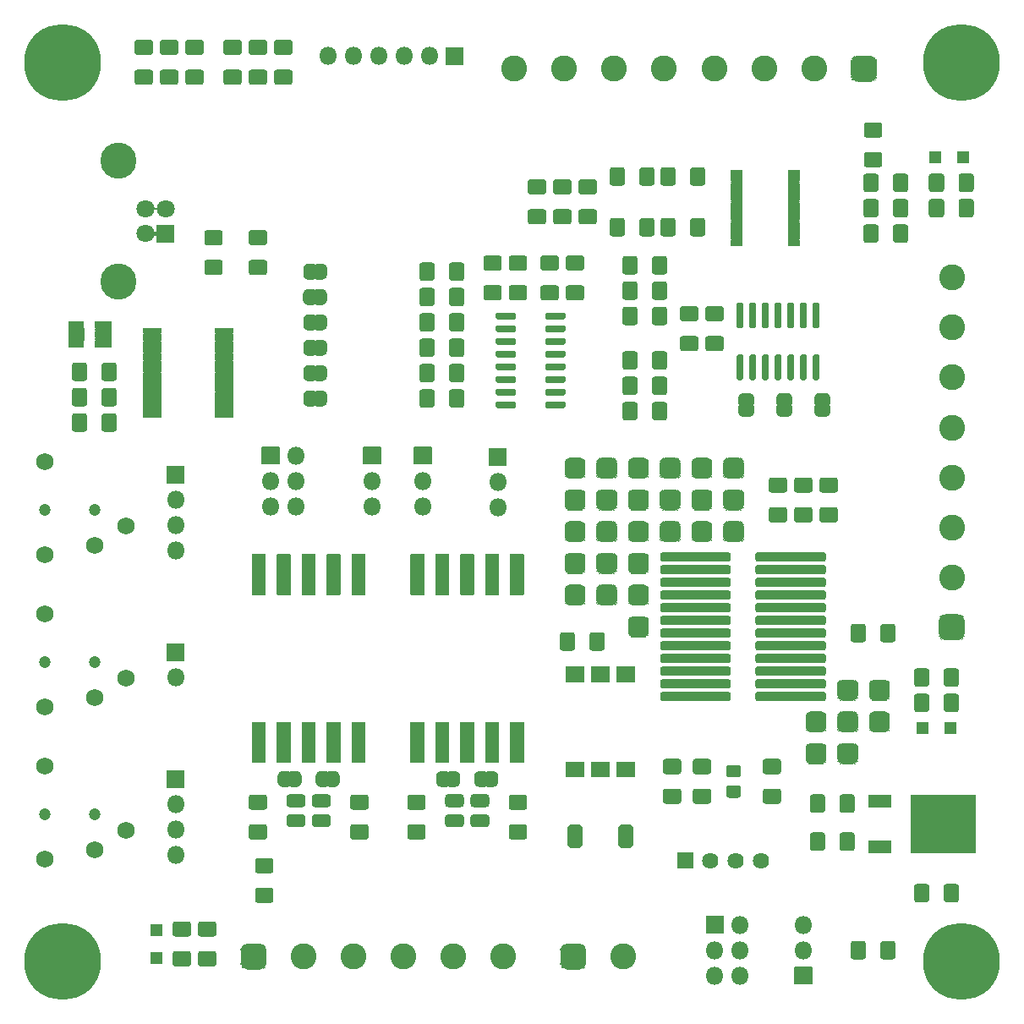
<source format=gbr>
From 792f358c263a1f7850d80195497eeba01deb01e8 Mon Sep 17 00:00:00 2001
From: Vasile Vilvoiu <vasi.vilvoiu@gmail.com>
Date: Tue, 5 Jan 2021 13:14:35 +0200
Subject: Match revision to directory name

---
 revisions/2/gerber/catahack-F_Mask.gbr | 18033 +++++++++++++++++++++++++++++++
 1 file changed, 18033 insertions(+)
 create mode 100644 revisions/2/gerber/catahack-F_Mask.gbr

(limited to 'revisions/2/gerber/catahack-F_Mask.gbr')

diff --git a/revisions/2/gerber/catahack-F_Mask.gbr b/revisions/2/gerber/catahack-F_Mask.gbr
new file mode 100644
index 0000000..52e61b0
--- /dev/null
+++ b/revisions/2/gerber/catahack-F_Mask.gbr
@@ -0,0 +1,18033 @@
+G04 #@! TF.GenerationSoftware,KiCad,Pcbnew,5.1.8*
+G04 #@! TF.CreationDate,2020-11-23T23:25:53+02:00*
+G04 #@! TF.ProjectId,catahack,63617461-6861-4636-9b2e-6b696361645f,0*
+G04 #@! TF.SameCoordinates,Original*
+G04 #@! TF.FileFunction,Soldermask,Top*
+G04 #@! TF.FilePolarity,Negative*
+%FSLAX46Y46*%
+G04 Gerber Fmt 4.6, Leading zero omitted, Abs format (unit mm)*
+G04 Created by KiCad (PCBNEW 5.1.8) date 2020-11-23 23:25:53*
+%MOMM*%
+%LPD*%
+G01*
+G04 APERTURE LIST*
+%ADD10C,2.602000*%
+%ADD11C,7.702000*%
+%ADD12O,1.802000X1.802000*%
+%ADD13C,1.626000*%
+%ADD14C,0.100000*%
+%ADD15C,1.202000*%
+%ADD16C,1.752000*%
+%ADD17R,1.560000X0.650000*%
+%ADD18C,1.802000*%
+%ADD19C,3.602000*%
+G04 APERTURE END LIST*
+G36*
+G01*
+X97633828Y-111601000D02*
+X96676172Y-111601000D01*
+G75*
+G02*
+X96404000Y-111328828I0J272172D01*
+G01*
+X96404000Y-110621172D01*
+G75*
+G02*
+X96676172Y-110349000I272172J0D01*
+G01*
+X97633828Y-110349000D01*
+G75*
+G02*
+X97906000Y-110621172I0J-272172D01*
+G01*
+X97906000Y-111328828D01*
+G75*
+G02*
+X97633828Y-111601000I-272172J0D01*
+G01*
+G37*
+G36*
+G01*
+X97633828Y-113651000D02*
+X96676172Y-113651000D01*
+G75*
+G02*
+X96404000Y-113378828I0J272172D01*
+G01*
+X96404000Y-112671172D01*
+G75*
+G02*
+X96676172Y-112399000I272172J0D01*
+G01*
+X97633828Y-112399000D01*
+G75*
+G02*
+X97906000Y-112671172I0J-272172D01*
+G01*
+X97906000Y-113378828D01*
+G75*
+G02*
+X97633828Y-113651000I-272172J0D01*
+G01*
+G37*
+G36*
+G01*
+X113119000Y-55268106D02*
+X113119000Y-53951894D01*
+G75*
+G02*
+X113386894Y-53684000I267894J0D01*
+G01*
+X114378106Y-53684000D01*
+G75*
+G02*
+X114646000Y-53951894I0J-267894D01*
+G01*
+X114646000Y-55268106D01*
+G75*
+G02*
+X114378106Y-55536000I-267894J0D01*
+G01*
+X113386894Y-55536000D01*
+G75*
+G02*
+X113119000Y-55268106I0J267894D01*
+G01*
+G37*
+G36*
+G01*
+X110144000Y-55268106D02*
+X110144000Y-53951894D01*
+G75*
+G02*
+X110411894Y-53684000I267894J0D01*
+G01*
+X111403106Y-53684000D01*
+G75*
+G02*
+X111671000Y-53951894I0J-267894D01*
+G01*
+X111671000Y-55268106D01*
+G75*
+G02*
+X111403106Y-55536000I-267894J0D01*
+G01*
+X110411894Y-55536000D01*
+G75*
+G02*
+X110144000Y-55268106I0J267894D01*
+G01*
+G37*
+G36*
+G01*
+X38820000Y-129069000D02*
+X39920000Y-129069000D01*
+G75*
+G02*
+X39971000Y-129120000I0J-51000D01*
+G01*
+X39971000Y-130220000D01*
+G75*
+G02*
+X39920000Y-130271000I-51000J0D01*
+G01*
+X38820000Y-130271000D01*
+G75*
+G02*
+X38769000Y-130220000I0J51000D01*
+G01*
+X38769000Y-129120000D01*
+G75*
+G02*
+X38820000Y-129069000I51000J0D01*
+G01*
+G37*
+G36*
+G01*
+X38820000Y-126269000D02*
+X39920000Y-126269000D01*
+G75*
+G02*
+X39971000Y-126320000I0J-51000D01*
+G01*
+X39971000Y-127420000D01*
+G75*
+G02*
+X39920000Y-127471000I-51000J0D01*
+G01*
+X38820000Y-127471000D01*
+G75*
+G02*
+X38769000Y-127420000I0J51000D01*
+G01*
+X38769000Y-126320000D01*
+G75*
+G02*
+X38820000Y-126269000I51000J0D01*
+G01*
+G37*
+G36*
+G01*
+X119544000Y-50080000D02*
+X119544000Y-48980000D01*
+G75*
+G02*
+X119595000Y-48929000I51000J0D01*
+G01*
+X120695000Y-48929000D01*
+G75*
+G02*
+X120746000Y-48980000I0J-51000D01*
+G01*
+X120746000Y-50080000D01*
+G75*
+G02*
+X120695000Y-50131000I-51000J0D01*
+G01*
+X119595000Y-50131000D01*
+G75*
+G02*
+X119544000Y-50080000I0J51000D01*
+G01*
+G37*
+G36*
+G01*
+X116744000Y-50080000D02*
+X116744000Y-48980000D01*
+G75*
+G02*
+X116795000Y-48929000I51000J0D01*
+G01*
+X117895000Y-48929000D01*
+G75*
+G02*
+X117946000Y-48980000I0J-51000D01*
+G01*
+X117946000Y-50080000D01*
+G75*
+G02*
+X117895000Y-50131000I-51000J0D01*
+G01*
+X116795000Y-50131000D01*
+G75*
+G02*
+X116744000Y-50080000I0J51000D01*
+G01*
+G37*
+G36*
+G01*
+X118274000Y-107230000D02*
+X118274000Y-106130000D01*
+G75*
+G02*
+X118325000Y-106079000I51000J0D01*
+G01*
+X119425000Y-106079000D01*
+G75*
+G02*
+X119476000Y-106130000I0J-51000D01*
+G01*
+X119476000Y-107230000D01*
+G75*
+G02*
+X119425000Y-107281000I-51000J0D01*
+G01*
+X118325000Y-107281000D01*
+G75*
+G02*
+X118274000Y-107230000I0J51000D01*
+G01*
+G37*
+G36*
+G01*
+X115474000Y-107230000D02*
+X115474000Y-106130000D01*
+G75*
+G02*
+X115525000Y-106079000I51000J0D01*
+G01*
+X116625000Y-106079000D01*
+G75*
+G02*
+X116676000Y-106130000I0J-51000D01*
+G01*
+X116676000Y-107230000D01*
+G75*
+G02*
+X116625000Y-107281000I-51000J0D01*
+G01*
+X115525000Y-107281000D01*
+G75*
+G02*
+X115474000Y-107230000I0J51000D01*
+G01*
+G37*
+G36*
+G01*
+X89794000Y-103730500D02*
+X89794000Y-103279500D01*
+G75*
+G02*
+X90019500Y-103054000I225500J0D01*
+G01*
+X96670500Y-103054000D01*
+G75*
+G02*
+X96896000Y-103279500I0J-225500D01*
+G01*
+X96896000Y-103730500D01*
+G75*
+G02*
+X96670500Y-103956000I-225500J0D01*
+G01*
+X90019500Y-103956000D01*
+G75*
+G02*
+X89794000Y-103730500I0J225500D01*
+G01*
+G37*
+G36*
+G01*
+X99319000Y-103730500D02*
+X99319000Y-103279500D01*
+G75*
+G02*
+X99544500Y-103054000I225500J0D01*
+G01*
+X106195500Y-103054000D01*
+G75*
+G02*
+X106421000Y-103279500I0J-225500D01*
+G01*
+X106421000Y-103730500D01*
+G75*
+G02*
+X106195500Y-103956000I-225500J0D01*
+G01*
+X99544500Y-103956000D01*
+G75*
+G02*
+X99319000Y-103730500I0J225500D01*
+G01*
+G37*
+G36*
+G01*
+X89794000Y-102460500D02*
+X89794000Y-102009500D01*
+G75*
+G02*
+X90019500Y-101784000I225500J0D01*
+G01*
+X96670500Y-101784000D01*
+G75*
+G02*
+X96896000Y-102009500I0J-225500D01*
+G01*
+X96896000Y-102460500D01*
+G75*
+G02*
+X96670500Y-102686000I-225500J0D01*
+G01*
+X90019500Y-102686000D01*
+G75*
+G02*
+X89794000Y-102460500I0J225500D01*
+G01*
+G37*
+G36*
+G01*
+X99319000Y-102460500D02*
+X99319000Y-102009500D01*
+G75*
+G02*
+X99544500Y-101784000I225500J0D01*
+G01*
+X106195500Y-101784000D01*
+G75*
+G02*
+X106421000Y-102009500I0J-225500D01*
+G01*
+X106421000Y-102460500D01*
+G75*
+G02*
+X106195500Y-102686000I-225500J0D01*
+G01*
+X99544500Y-102686000D01*
+G75*
+G02*
+X99319000Y-102460500I0J225500D01*
+G01*
+G37*
+G36*
+G01*
+X89794000Y-101190500D02*
+X89794000Y-100739500D01*
+G75*
+G02*
+X90019500Y-100514000I225500J0D01*
+G01*
+X96670500Y-100514000D01*
+G75*
+G02*
+X96896000Y-100739500I0J-225500D01*
+G01*
+X96896000Y-101190500D01*
+G75*
+G02*
+X96670500Y-101416000I-225500J0D01*
+G01*
+X90019500Y-101416000D01*
+G75*
+G02*
+X89794000Y-101190500I0J225500D01*
+G01*
+G37*
+G36*
+G01*
+X99319000Y-101190500D02*
+X99319000Y-100739500D01*
+G75*
+G02*
+X99544500Y-100514000I225500J0D01*
+G01*
+X106195500Y-100514000D01*
+G75*
+G02*
+X106421000Y-100739500I0J-225500D01*
+G01*
+X106421000Y-101190500D01*
+G75*
+G02*
+X106195500Y-101416000I-225500J0D01*
+G01*
+X99544500Y-101416000D01*
+G75*
+G02*
+X99319000Y-101190500I0J225500D01*
+G01*
+G37*
+G36*
+G01*
+X89794000Y-99920500D02*
+X89794000Y-99469500D01*
+G75*
+G02*
+X90019500Y-99244000I225500J0D01*
+G01*
+X96670500Y-99244000D01*
+G75*
+G02*
+X96896000Y-99469500I0J-225500D01*
+G01*
+X96896000Y-99920500D01*
+G75*
+G02*
+X96670500Y-100146000I-225500J0D01*
+G01*
+X90019500Y-100146000D01*
+G75*
+G02*
+X89794000Y-99920500I0J225500D01*
+G01*
+G37*
+G36*
+G01*
+X99319000Y-99920500D02*
+X99319000Y-99469500D01*
+G75*
+G02*
+X99544500Y-99244000I225500J0D01*
+G01*
+X106195500Y-99244000D01*
+G75*
+G02*
+X106421000Y-99469500I0J-225500D01*
+G01*
+X106421000Y-99920500D01*
+G75*
+G02*
+X106195500Y-100146000I-225500J0D01*
+G01*
+X99544500Y-100146000D01*
+G75*
+G02*
+X99319000Y-99920500I0J225500D01*
+G01*
+G37*
+G36*
+G01*
+X89794000Y-98650500D02*
+X89794000Y-98199500D01*
+G75*
+G02*
+X90019500Y-97974000I225500J0D01*
+G01*
+X96670500Y-97974000D01*
+G75*
+G02*
+X96896000Y-98199500I0J-225500D01*
+G01*
+X96896000Y-98650500D01*
+G75*
+G02*
+X96670500Y-98876000I-225500J0D01*
+G01*
+X90019500Y-98876000D01*
+G75*
+G02*
+X89794000Y-98650500I0J225500D01*
+G01*
+G37*
+G36*
+G01*
+X99319000Y-98650500D02*
+X99319000Y-98199500D01*
+G75*
+G02*
+X99544500Y-97974000I225500J0D01*
+G01*
+X106195500Y-97974000D01*
+G75*
+G02*
+X106421000Y-98199500I0J-225500D01*
+G01*
+X106421000Y-98650500D01*
+G75*
+G02*
+X106195500Y-98876000I-225500J0D01*
+G01*
+X99544500Y-98876000D01*
+G75*
+G02*
+X99319000Y-98650500I0J225500D01*
+G01*
+G37*
+G36*
+G01*
+X89794000Y-97380500D02*
+X89794000Y-96929500D01*
+G75*
+G02*
+X90019500Y-96704000I225500J0D01*
+G01*
+X96670500Y-96704000D01*
+G75*
+G02*
+X96896000Y-96929500I0J-225500D01*
+G01*
+X96896000Y-97380500D01*
+G75*
+G02*
+X96670500Y-97606000I-225500J0D01*
+G01*
+X90019500Y-97606000D01*
+G75*
+G02*
+X89794000Y-97380500I0J225500D01*
+G01*
+G37*
+G36*
+G01*
+X99319000Y-97380500D02*
+X99319000Y-96929500D01*
+G75*
+G02*
+X99544500Y-96704000I225500J0D01*
+G01*
+X106195500Y-96704000D01*
+G75*
+G02*
+X106421000Y-96929500I0J-225500D01*
+G01*
+X106421000Y-97380500D01*
+G75*
+G02*
+X106195500Y-97606000I-225500J0D01*
+G01*
+X99544500Y-97606000D01*
+G75*
+G02*
+X99319000Y-97380500I0J225500D01*
+G01*
+G37*
+G36*
+G01*
+X89794000Y-96110500D02*
+X89794000Y-95659500D01*
+G75*
+G02*
+X90019500Y-95434000I225500J0D01*
+G01*
+X96670500Y-95434000D01*
+G75*
+G02*
+X96896000Y-95659500I0J-225500D01*
+G01*
+X96896000Y-96110500D01*
+G75*
+G02*
+X96670500Y-96336000I-225500J0D01*
+G01*
+X90019500Y-96336000D01*
+G75*
+G02*
+X89794000Y-96110500I0J225500D01*
+G01*
+G37*
+G36*
+G01*
+X99319000Y-96110500D02*
+X99319000Y-95659500D01*
+G75*
+G02*
+X99544500Y-95434000I225500J0D01*
+G01*
+X106195500Y-95434000D01*
+G75*
+G02*
+X106421000Y-95659500I0J-225500D01*
+G01*
+X106421000Y-96110500D01*
+G75*
+G02*
+X106195500Y-96336000I-225500J0D01*
+G01*
+X99544500Y-96336000D01*
+G75*
+G02*
+X99319000Y-96110500I0J225500D01*
+G01*
+G37*
+G36*
+G01*
+X89794000Y-94840500D02*
+X89794000Y-94389500D01*
+G75*
+G02*
+X90019500Y-94164000I225500J0D01*
+G01*
+X96670500Y-94164000D01*
+G75*
+G02*
+X96896000Y-94389500I0J-225500D01*
+G01*
+X96896000Y-94840500D01*
+G75*
+G02*
+X96670500Y-95066000I-225500J0D01*
+G01*
+X90019500Y-95066000D01*
+G75*
+G02*
+X89794000Y-94840500I0J225500D01*
+G01*
+G37*
+G36*
+G01*
+X99319000Y-94840500D02*
+X99319000Y-94389500D01*
+G75*
+G02*
+X99544500Y-94164000I225500J0D01*
+G01*
+X106195500Y-94164000D01*
+G75*
+G02*
+X106421000Y-94389500I0J-225500D01*
+G01*
+X106421000Y-94840500D01*
+G75*
+G02*
+X106195500Y-95066000I-225500J0D01*
+G01*
+X99544500Y-95066000D01*
+G75*
+G02*
+X99319000Y-94840500I0J225500D01*
+G01*
+G37*
+G36*
+G01*
+X89794000Y-93570500D02*
+X89794000Y-93119500D01*
+G75*
+G02*
+X90019500Y-92894000I225500J0D01*
+G01*
+X96670500Y-92894000D01*
+G75*
+G02*
+X96896000Y-93119500I0J-225500D01*
+G01*
+X96896000Y-93570500D01*
+G75*
+G02*
+X96670500Y-93796000I-225500J0D01*
+G01*
+X90019500Y-93796000D01*
+G75*
+G02*
+X89794000Y-93570500I0J225500D01*
+G01*
+G37*
+G36*
+G01*
+X99319000Y-93570500D02*
+X99319000Y-93119500D01*
+G75*
+G02*
+X99544500Y-92894000I225500J0D01*
+G01*
+X106195500Y-92894000D01*
+G75*
+G02*
+X106421000Y-93119500I0J-225500D01*
+G01*
+X106421000Y-93570500D01*
+G75*
+G02*
+X106195500Y-93796000I-225500J0D01*
+G01*
+X99544500Y-93796000D01*
+G75*
+G02*
+X99319000Y-93570500I0J225500D01*
+G01*
+G37*
+G36*
+G01*
+X89794000Y-92300500D02*
+X89794000Y-91849500D01*
+G75*
+G02*
+X90019500Y-91624000I225500J0D01*
+G01*
+X96670500Y-91624000D01*
+G75*
+G02*
+X96896000Y-91849500I0J-225500D01*
+G01*
+X96896000Y-92300500D01*
+G75*
+G02*
+X96670500Y-92526000I-225500J0D01*
+G01*
+X90019500Y-92526000D01*
+G75*
+G02*
+X89794000Y-92300500I0J225500D01*
+G01*
+G37*
+G36*
+G01*
+X99319000Y-92300500D02*
+X99319000Y-91849500D01*
+G75*
+G02*
+X99544500Y-91624000I225500J0D01*
+G01*
+X106195500Y-91624000D01*
+G75*
+G02*
+X106421000Y-91849500I0J-225500D01*
+G01*
+X106421000Y-92300500D01*
+G75*
+G02*
+X106195500Y-92526000I-225500J0D01*
+G01*
+X99544500Y-92526000D01*
+G75*
+G02*
+X99319000Y-92300500I0J225500D01*
+G01*
+G37*
+G36*
+G01*
+X89794000Y-91030500D02*
+X89794000Y-90579500D01*
+G75*
+G02*
+X90019500Y-90354000I225500J0D01*
+G01*
+X96670500Y-90354000D01*
+G75*
+G02*
+X96896000Y-90579500I0J-225500D01*
+G01*
+X96896000Y-91030500D01*
+G75*
+G02*
+X96670500Y-91256000I-225500J0D01*
+G01*
+X90019500Y-91256000D01*
+G75*
+G02*
+X89794000Y-91030500I0J225500D01*
+G01*
+G37*
+G36*
+G01*
+X99319000Y-91030500D02*
+X99319000Y-90579500D01*
+G75*
+G02*
+X99544500Y-90354000I225500J0D01*
+G01*
+X106195500Y-90354000D01*
+G75*
+G02*
+X106421000Y-90579500I0J-225500D01*
+G01*
+X106421000Y-91030500D01*
+G75*
+G02*
+X106195500Y-91256000I-225500J0D01*
+G01*
+X99544500Y-91256000D01*
+G75*
+G02*
+X99319000Y-91030500I0J225500D01*
+G01*
+G37*
+G36*
+G01*
+X99319000Y-89760500D02*
+X99319000Y-89309500D01*
+G75*
+G02*
+X99544500Y-89084000I225500J0D01*
+G01*
+X106195500Y-89084000D01*
+G75*
+G02*
+X106421000Y-89309500I0J-225500D01*
+G01*
+X106421000Y-89760500D01*
+G75*
+G02*
+X106195500Y-89986000I-225500J0D01*
+G01*
+X99544500Y-89986000D01*
+G75*
+G02*
+X99319000Y-89760500I0J225500D01*
+G01*
+G37*
+G36*
+G01*
+X89794000Y-89760500D02*
+X89794000Y-89309500D01*
+G75*
+G02*
+X90019500Y-89084000I225500J0D01*
+G01*
+X96670500Y-89084000D01*
+G75*
+G02*
+X96896000Y-89309500I0J-225500D01*
+G01*
+X96896000Y-89760500D01*
+G75*
+G02*
+X96670500Y-89986000I-225500J0D01*
+G01*
+X90019500Y-89986000D01*
+G75*
+G02*
+X89794000Y-89760500I0J225500D01*
+G01*
+G37*
+G36*
+G01*
+X104359000Y-106570500D02*
+X104359000Y-105519500D01*
+G75*
+G02*
+X104884500Y-104994000I525500J0D01*
+G01*
+X105935500Y-104994000D01*
+G75*
+G02*
+X106461000Y-105519500I0J-525500D01*
+G01*
+X106461000Y-106570500D01*
+G75*
+G02*
+X105935500Y-107096000I-525500J0D01*
+G01*
+X104884500Y-107096000D01*
+G75*
+G02*
+X104359000Y-106570500I0J525500D01*
+G01*
+G37*
+G36*
+G01*
+X86579000Y-97045500D02*
+X86579000Y-95994500D01*
+G75*
+G02*
+X87104500Y-95469000I525500J0D01*
+G01*
+X88155500Y-95469000D01*
+G75*
+G02*
+X88681000Y-95994500I0J-525500D01*
+G01*
+X88681000Y-97045500D01*
+G75*
+G02*
+X88155500Y-97571000I-525500J0D01*
+G01*
+X87104500Y-97571000D01*
+G75*
+G02*
+X86579000Y-97045500I0J525500D01*
+G01*
+G37*
+G36*
+G01*
+X107534000Y-103395500D02*
+X107534000Y-102344500D01*
+G75*
+G02*
+X108059500Y-101819000I525500J0D01*
+G01*
+X109110500Y-101819000D01*
+G75*
+G02*
+X109636000Y-102344500I0J-525500D01*
+G01*
+X109636000Y-103395500D01*
+G75*
+G02*
+X109110500Y-103921000I-525500J0D01*
+G01*
+X108059500Y-103921000D01*
+G75*
+G02*
+X107534000Y-103395500I0J525500D01*
+G01*
+G37*
+G36*
+G01*
+X107534000Y-106570500D02*
+X107534000Y-105519500D01*
+G75*
+G02*
+X108059500Y-104994000I525500J0D01*
+G01*
+X109110500Y-104994000D01*
+G75*
+G02*
+X109636000Y-105519500I0J-525500D01*
+G01*
+X109636000Y-106570500D01*
+G75*
+G02*
+X109110500Y-107096000I-525500J0D01*
+G01*
+X108059500Y-107096000D01*
+G75*
+G02*
+X107534000Y-106570500I0J525500D01*
+G01*
+G37*
+G36*
+G01*
+X104359000Y-109745500D02*
+X104359000Y-108694500D01*
+G75*
+G02*
+X104884500Y-108169000I525500J0D01*
+G01*
+X105935500Y-108169000D01*
+G75*
+G02*
+X106461000Y-108694500I0J-525500D01*
+G01*
+X106461000Y-109745500D01*
+G75*
+G02*
+X105935500Y-110271000I-525500J0D01*
+G01*
+X104884500Y-110271000D01*
+G75*
+G02*
+X104359000Y-109745500I0J525500D01*
+G01*
+G37*
+G36*
+G01*
+X110709000Y-106570500D02*
+X110709000Y-105519500D01*
+G75*
+G02*
+X111234500Y-104994000I525500J0D01*
+G01*
+X112285500Y-104994000D01*
+G75*
+G02*
+X112811000Y-105519500I0J-525500D01*
+G01*
+X112811000Y-106570500D01*
+G75*
+G02*
+X112285500Y-107096000I-525500J0D01*
+G01*
+X111234500Y-107096000D01*
+G75*
+G02*
+X110709000Y-106570500I0J525500D01*
+G01*
+G37*
+G36*
+G01*
+X110709000Y-103395500D02*
+X110709000Y-102344500D01*
+G75*
+G02*
+X111234500Y-101819000I525500J0D01*
+G01*
+X112285500Y-101819000D01*
+G75*
+G02*
+X112811000Y-102344500I0J-525500D01*
+G01*
+X112811000Y-103395500D01*
+G75*
+G02*
+X112285500Y-103921000I-525500J0D01*
+G01*
+X111234500Y-103921000D01*
+G75*
+G02*
+X110709000Y-103395500I0J525500D01*
+G01*
+G37*
+G36*
+G01*
+X107534000Y-109745500D02*
+X107534000Y-108694500D01*
+G75*
+G02*
+X108059500Y-108169000I525500J0D01*
+G01*
+X109110500Y-108169000D01*
+G75*
+G02*
+X109636000Y-108694500I0J-525500D01*
+G01*
+X109636000Y-109745500D01*
+G75*
+G02*
+X109110500Y-110271000I-525500J0D01*
+G01*
+X108059500Y-110271000D01*
+G75*
+G02*
+X107534000Y-109745500I0J525500D01*
+G01*
+G37*
+G36*
+G01*
+X80229000Y-90695500D02*
+X80229000Y-89644500D01*
+G75*
+G02*
+X80754500Y-89119000I525500J0D01*
+G01*
+X81805500Y-89119000D01*
+G75*
+G02*
+X82331000Y-89644500I0J-525500D01*
+G01*
+X82331000Y-90695500D01*
+G75*
+G02*
+X81805500Y-91221000I-525500J0D01*
+G01*
+X80754500Y-91221000D01*
+G75*
+G02*
+X80229000Y-90695500I0J525500D01*
+G01*
+G37*
+G36*
+G01*
+X86579000Y-93870500D02*
+X86579000Y-92819500D01*
+G75*
+G02*
+X87104500Y-92294000I525500J0D01*
+G01*
+X88155500Y-92294000D01*
+G75*
+G02*
+X88681000Y-92819500I0J-525500D01*
+G01*
+X88681000Y-93870500D01*
+G75*
+G02*
+X88155500Y-94396000I-525500J0D01*
+G01*
+X87104500Y-94396000D01*
+G75*
+G02*
+X86579000Y-93870500I0J525500D01*
+G01*
+G37*
+G36*
+G01*
+X86579000Y-90695500D02*
+X86579000Y-89644500D01*
+G75*
+G02*
+X87104500Y-89119000I525500J0D01*
+G01*
+X88155500Y-89119000D01*
+G75*
+G02*
+X88681000Y-89644500I0J-525500D01*
+G01*
+X88681000Y-90695500D01*
+G75*
+G02*
+X88155500Y-91221000I-525500J0D01*
+G01*
+X87104500Y-91221000D01*
+G75*
+G02*
+X86579000Y-90695500I0J525500D01*
+G01*
+G37*
+G36*
+G01*
+X83404000Y-90695500D02*
+X83404000Y-89644500D01*
+G75*
+G02*
+X83929500Y-89119000I525500J0D01*
+G01*
+X84980500Y-89119000D01*
+G75*
+G02*
+X85506000Y-89644500I0J-525500D01*
+G01*
+X85506000Y-90695500D01*
+G75*
+G02*
+X84980500Y-91221000I-525500J0D01*
+G01*
+X83929500Y-91221000D01*
+G75*
+G02*
+X83404000Y-90695500I0J525500D01*
+G01*
+G37*
+G36*
+G01*
+X83404000Y-93870500D02*
+X83404000Y-92819500D01*
+G75*
+G02*
+X83929500Y-92294000I525500J0D01*
+G01*
+X84980500Y-92294000D01*
+G75*
+G02*
+X85506000Y-92819500I0J-525500D01*
+G01*
+X85506000Y-93870500D01*
+G75*
+G02*
+X84980500Y-94396000I-525500J0D01*
+G01*
+X83929500Y-94396000D01*
+G75*
+G02*
+X83404000Y-93870500I0J525500D01*
+G01*
+G37*
+G36*
+G01*
+X80229000Y-93870500D02*
+X80229000Y-92819500D01*
+G75*
+G02*
+X80754500Y-92294000I525500J0D01*
+G01*
+X81805500Y-92294000D01*
+G75*
+G02*
+X82331000Y-92819500I0J-525500D01*
+G01*
+X82331000Y-93870500D01*
+G75*
+G02*
+X81805500Y-94396000I-525500J0D01*
+G01*
+X80754500Y-94396000D01*
+G75*
+G02*
+X80229000Y-93870500I0J525500D01*
+G01*
+G37*
+G36*
+G01*
+X80229000Y-87520500D02*
+X80229000Y-86469500D01*
+G75*
+G02*
+X80754500Y-85944000I525500J0D01*
+G01*
+X81805500Y-85944000D01*
+G75*
+G02*
+X82331000Y-86469500I0J-525500D01*
+G01*
+X82331000Y-87520500D01*
+G75*
+G02*
+X81805500Y-88046000I-525500J0D01*
+G01*
+X80754500Y-88046000D01*
+G75*
+G02*
+X80229000Y-87520500I0J525500D01*
+G01*
+G37*
+G36*
+G01*
+X96104000Y-87520500D02*
+X96104000Y-86469500D01*
+G75*
+G02*
+X96629500Y-85944000I525500J0D01*
+G01*
+X97680500Y-85944000D01*
+G75*
+G02*
+X98206000Y-86469500I0J-525500D01*
+G01*
+X98206000Y-87520500D01*
+G75*
+G02*
+X97680500Y-88046000I-525500J0D01*
+G01*
+X96629500Y-88046000D01*
+G75*
+G02*
+X96104000Y-87520500I0J525500D01*
+G01*
+G37*
+G36*
+G01*
+X86579000Y-87520500D02*
+X86579000Y-86469500D01*
+G75*
+G02*
+X87104500Y-85944000I525500J0D01*
+G01*
+X88155500Y-85944000D01*
+G75*
+G02*
+X88681000Y-86469500I0J-525500D01*
+G01*
+X88681000Y-87520500D01*
+G75*
+G02*
+X88155500Y-88046000I-525500J0D01*
+G01*
+X87104500Y-88046000D01*
+G75*
+G02*
+X86579000Y-87520500I0J525500D01*
+G01*
+G37*
+G36*
+G01*
+X83404000Y-87520500D02*
+X83404000Y-86469500D01*
+G75*
+G02*
+X83929500Y-85944000I525500J0D01*
+G01*
+X84980500Y-85944000D01*
+G75*
+G02*
+X85506000Y-86469500I0J-525500D01*
+G01*
+X85506000Y-87520500D01*
+G75*
+G02*
+X84980500Y-88046000I-525500J0D01*
+G01*
+X83929500Y-88046000D01*
+G75*
+G02*
+X83404000Y-87520500I0J525500D01*
+G01*
+G37*
+G36*
+G01*
+X92929000Y-87520500D02*
+X92929000Y-86469500D01*
+G75*
+G02*
+X93454500Y-85944000I525500J0D01*
+G01*
+X94505500Y-85944000D01*
+G75*
+G02*
+X95031000Y-86469500I0J-525500D01*
+G01*
+X95031000Y-87520500D01*
+G75*
+G02*
+X94505500Y-88046000I-525500J0D01*
+G01*
+X93454500Y-88046000D01*
+G75*
+G02*
+X92929000Y-87520500I0J525500D01*
+G01*
+G37*
+G36*
+G01*
+X89754000Y-87520500D02*
+X89754000Y-86469500D01*
+G75*
+G02*
+X90279500Y-85944000I525500J0D01*
+G01*
+X91330500Y-85944000D01*
+G75*
+G02*
+X91856000Y-86469500I0J-525500D01*
+G01*
+X91856000Y-87520500D01*
+G75*
+G02*
+X91330500Y-88046000I-525500J0D01*
+G01*
+X90279500Y-88046000D01*
+G75*
+G02*
+X89754000Y-87520500I0J525500D01*
+G01*
+G37*
+G36*
+G01*
+X80229000Y-84345500D02*
+X80229000Y-83294500D01*
+G75*
+G02*
+X80754500Y-82769000I525500J0D01*
+G01*
+X81805500Y-82769000D01*
+G75*
+G02*
+X82331000Y-83294500I0J-525500D01*
+G01*
+X82331000Y-84345500D01*
+G75*
+G02*
+X81805500Y-84871000I-525500J0D01*
+G01*
+X80754500Y-84871000D01*
+G75*
+G02*
+X80229000Y-84345500I0J525500D01*
+G01*
+G37*
+G36*
+G01*
+X96104000Y-84345500D02*
+X96104000Y-83294500D01*
+G75*
+G02*
+X96629500Y-82769000I525500J0D01*
+G01*
+X97680500Y-82769000D01*
+G75*
+G02*
+X98206000Y-83294500I0J-525500D01*
+G01*
+X98206000Y-84345500D01*
+G75*
+G02*
+X97680500Y-84871000I-525500J0D01*
+G01*
+X96629500Y-84871000D01*
+G75*
+G02*
+X96104000Y-84345500I0J525500D01*
+G01*
+G37*
+G36*
+G01*
+X86579000Y-84345500D02*
+X86579000Y-83294500D01*
+G75*
+G02*
+X87104500Y-82769000I525500J0D01*
+G01*
+X88155500Y-82769000D01*
+G75*
+G02*
+X88681000Y-83294500I0J-525500D01*
+G01*
+X88681000Y-84345500D01*
+G75*
+G02*
+X88155500Y-84871000I-525500J0D01*
+G01*
+X87104500Y-84871000D01*
+G75*
+G02*
+X86579000Y-84345500I0J525500D01*
+G01*
+G37*
+G36*
+G01*
+X83404000Y-84345500D02*
+X83404000Y-83294500D01*
+G75*
+G02*
+X83929500Y-82769000I525500J0D01*
+G01*
+X84980500Y-82769000D01*
+G75*
+G02*
+X85506000Y-83294500I0J-525500D01*
+G01*
+X85506000Y-84345500D01*
+G75*
+G02*
+X84980500Y-84871000I-525500J0D01*
+G01*
+X83929500Y-84871000D01*
+G75*
+G02*
+X83404000Y-84345500I0J525500D01*
+G01*
+G37*
+G36*
+G01*
+X92929000Y-84345500D02*
+X92929000Y-83294500D01*
+G75*
+G02*
+X93454500Y-82769000I525500J0D01*
+G01*
+X94505500Y-82769000D01*
+G75*
+G02*
+X95031000Y-83294500I0J-525500D01*
+G01*
+X95031000Y-84345500D01*
+G75*
+G02*
+X94505500Y-84871000I-525500J0D01*
+G01*
+X93454500Y-84871000D01*
+G75*
+G02*
+X92929000Y-84345500I0J525500D01*
+G01*
+G37*
+G36*
+G01*
+X89754000Y-84345500D02*
+X89754000Y-83294500D01*
+G75*
+G02*
+X90279500Y-82769000I525500J0D01*
+G01*
+X91330500Y-82769000D01*
+G75*
+G02*
+X91856000Y-83294500I0J-525500D01*
+G01*
+X91856000Y-84345500D01*
+G75*
+G02*
+X91330500Y-84871000I-525500J0D01*
+G01*
+X90279500Y-84871000D01*
+G75*
+G02*
+X89754000Y-84345500I0J525500D01*
+G01*
+G37*
+G36*
+G01*
+X96104000Y-81170500D02*
+X96104000Y-80119500D01*
+G75*
+G02*
+X96629500Y-79594000I525500J0D01*
+G01*
+X97680500Y-79594000D01*
+G75*
+G02*
+X98206000Y-80119500I0J-525500D01*
+G01*
+X98206000Y-81170500D01*
+G75*
+G02*
+X97680500Y-81696000I-525500J0D01*
+G01*
+X96629500Y-81696000D01*
+G75*
+G02*
+X96104000Y-81170500I0J525500D01*
+G01*
+G37*
+G36*
+G01*
+X92929000Y-81170500D02*
+X92929000Y-80119500D01*
+G75*
+G02*
+X93454500Y-79594000I525500J0D01*
+G01*
+X94505500Y-79594000D01*
+G75*
+G02*
+X95031000Y-80119500I0J-525500D01*
+G01*
+X95031000Y-81170500D01*
+G75*
+G02*
+X94505500Y-81696000I-525500J0D01*
+G01*
+X93454500Y-81696000D01*
+G75*
+G02*
+X92929000Y-81170500I0J525500D01*
+G01*
+G37*
+G36*
+G01*
+X89754000Y-81170500D02*
+X89754000Y-80119500D01*
+G75*
+G02*
+X90279500Y-79594000I525500J0D01*
+G01*
+X91330500Y-79594000D01*
+G75*
+G02*
+X91856000Y-80119500I0J-525500D01*
+G01*
+X91856000Y-81170500D01*
+G75*
+G02*
+X91330500Y-81696000I-525500J0D01*
+G01*
+X90279500Y-81696000D01*
+G75*
+G02*
+X89754000Y-81170500I0J525500D01*
+G01*
+G37*
+G36*
+G01*
+X86579000Y-81170500D02*
+X86579000Y-80119500D01*
+G75*
+G02*
+X87104500Y-79594000I525500J0D01*
+G01*
+X88155500Y-79594000D01*
+G75*
+G02*
+X88681000Y-80119500I0J-525500D01*
+G01*
+X88681000Y-81170500D01*
+G75*
+G02*
+X88155500Y-81696000I-525500J0D01*
+G01*
+X87104500Y-81696000D01*
+G75*
+G02*
+X86579000Y-81170500I0J525500D01*
+G01*
+G37*
+G36*
+G01*
+X83404000Y-81170500D02*
+X83404000Y-80119500D01*
+G75*
+G02*
+X83929500Y-79594000I525500J0D01*
+G01*
+X84980500Y-79594000D01*
+G75*
+G02*
+X85506000Y-80119500I0J-525500D01*
+G01*
+X85506000Y-81170500D01*
+G75*
+G02*
+X84980500Y-81696000I-525500J0D01*
+G01*
+X83929500Y-81696000D01*
+G75*
+G02*
+X83404000Y-81170500I0J525500D01*
+G01*
+G37*
+G36*
+G01*
+X80229000Y-81170500D02*
+X80229000Y-80119500D01*
+G75*
+G02*
+X80754500Y-79594000I525500J0D01*
+G01*
+X81805500Y-79594000D01*
+G75*
+G02*
+X82331000Y-80119500I0J-525500D01*
+G01*
+X82331000Y-81170500D01*
+G75*
+G02*
+X81805500Y-81696000I-525500J0D01*
+G01*
+X80754500Y-81696000D01*
+G75*
+G02*
+X80229000Y-81170500I0J525500D01*
+G01*
+G37*
+G36*
+G01*
+X47794000Y-130190500D02*
+X47794000Y-128889500D01*
+G75*
+G02*
+X48444500Y-128239000I650500J0D01*
+G01*
+X49745500Y-128239000D01*
+G75*
+G02*
+X50396000Y-128889500I0J-650500D01*
+G01*
+X50396000Y-130190500D01*
+G75*
+G02*
+X49745500Y-130841000I-650500J0D01*
+G01*
+X48444500Y-130841000D01*
+G75*
+G02*
+X47794000Y-130190500I0J650500D01*
+G01*
+G37*
+D10*
+X54095000Y-129540000D03*
+X59095000Y-129540000D03*
+X64095000Y-129540000D03*
+X69095000Y-129540000D03*
+X74095000Y-129540000D03*
+G36*
+G01*
+X76223106Y-114846000D02*
+X74906894Y-114846000D01*
+G75*
+G02*
+X74639000Y-114578106I0J267894D01*
+G01*
+X74639000Y-113586894D01*
+G75*
+G02*
+X74906894Y-113319000I267894J0D01*
+G01*
+X76223106Y-113319000D01*
+G75*
+G02*
+X76491000Y-113586894I0J-267894D01*
+G01*
+X76491000Y-114578106D01*
+G75*
+G02*
+X76223106Y-114846000I-267894J0D01*
+G01*
+G37*
+G36*
+G01*
+X76223106Y-117821000D02*
+X74906894Y-117821000D01*
+G75*
+G02*
+X74639000Y-117553106I0J267894D01*
+G01*
+X74639000Y-116561894D01*
+G75*
+G02*
+X74906894Y-116294000I267894J0D01*
+G01*
+X76223106Y-116294000D01*
+G75*
+G02*
+X76491000Y-116561894I0J-267894D01*
+G01*
+X76491000Y-117553106D01*
+G75*
+G02*
+X76223106Y-117821000I-267894J0D01*
+G01*
+G37*
+G36*
+G01*
+X72380500Y-114586000D02*
+X71129500Y-114586000D01*
+G75*
+G02*
+X70804000Y-114260500I0J325500D01*
+G01*
+X70804000Y-113609500D01*
+G75*
+G02*
+X71129500Y-113284000I325500J0D01*
+G01*
+X72380500Y-113284000D01*
+G75*
+G02*
+X72706000Y-113609500I0J-325500D01*
+G01*
+X72706000Y-114260500D01*
+G75*
+G02*
+X72380500Y-114586000I-325500J0D01*
+G01*
+G37*
+G36*
+G01*
+X72380500Y-116586000D02*
+X71129500Y-116586000D01*
+G75*
+G02*
+X70804000Y-116260500I0J325500D01*
+G01*
+X70804000Y-115609500D01*
+G75*
+G02*
+X71129500Y-115284000I325500J0D01*
+G01*
+X72380500Y-115284000D01*
+G75*
+G02*
+X72706000Y-115609500I0J-325500D01*
+G01*
+X72706000Y-116260500D01*
+G75*
+G02*
+X72380500Y-116586000I-325500J0D01*
+G01*
+G37*
+G36*
+G01*
+X72366894Y-62319000D02*
+X73683106Y-62319000D01*
+G75*
+G02*
+X73951000Y-62586894I0J-267894D01*
+G01*
+X73951000Y-63578106D01*
+G75*
+G02*
+X73683106Y-63846000I-267894J0D01*
+G01*
+X72366894Y-63846000D01*
+G75*
+G02*
+X72099000Y-63578106I0J267894D01*
+G01*
+X72099000Y-62586894D01*
+G75*
+G02*
+X72366894Y-62319000I267894J0D01*
+G01*
+G37*
+G36*
+G01*
+X72366894Y-59344000D02*
+X73683106Y-59344000D01*
+G75*
+G02*
+X73951000Y-59611894I0J-267894D01*
+G01*
+X73951000Y-60603106D01*
+G75*
+G02*
+X73683106Y-60871000I-267894J0D01*
+G01*
+X72366894Y-60871000D01*
+G75*
+G02*
+X72099000Y-60603106I0J267894D01*
+G01*
+X72099000Y-59611894D01*
+G75*
+G02*
+X72366894Y-59344000I267894J0D01*
+G01*
+G37*
+G36*
+G01*
+X45743106Y-58331000D02*
+X44426894Y-58331000D01*
+G75*
+G02*
+X44159000Y-58063106I0J267894D01*
+G01*
+X44159000Y-57071894D01*
+G75*
+G02*
+X44426894Y-56804000I267894J0D01*
+G01*
+X45743106Y-56804000D01*
+G75*
+G02*
+X46011000Y-57071894I0J-267894D01*
+G01*
+X46011000Y-58063106D01*
+G75*
+G02*
+X45743106Y-58331000I-267894J0D01*
+G01*
+G37*
+G36*
+G01*
+X45743106Y-61306000D02*
+X44426894Y-61306000D01*
+G75*
+G02*
+X44159000Y-61038106I0J267894D01*
+G01*
+X44159000Y-60046894D01*
+G75*
+G02*
+X44426894Y-59779000I267894J0D01*
+G01*
+X45743106Y-59779000D01*
+G75*
+G02*
+X46011000Y-60046894I0J-267894D01*
+G01*
+X46011000Y-61038106D01*
+G75*
+G02*
+X45743106Y-61306000I-267894J0D01*
+G01*
+G37*
+G36*
+G01*
+X81938106Y-60871000D02*
+X80621894Y-60871000D01*
+G75*
+G02*
+X80354000Y-60603106I0J267894D01*
+G01*
+X80354000Y-59611894D01*
+G75*
+G02*
+X80621894Y-59344000I267894J0D01*
+G01*
+X81938106Y-59344000D01*
+G75*
+G02*
+X82206000Y-59611894I0J-267894D01*
+G01*
+X82206000Y-60603106D01*
+G75*
+G02*
+X81938106Y-60871000I-267894J0D01*
+G01*
+G37*
+G36*
+G01*
+X81938106Y-63846000D02*
+X80621894Y-63846000D01*
+G75*
+G02*
+X80354000Y-63578106I0J267894D01*
+G01*
+X80354000Y-62586894D01*
+G75*
+G02*
+X80621894Y-62319000I267894J0D01*
+G01*
+X81938106Y-62319000D01*
+G75*
+G02*
+X82206000Y-62586894I0J-267894D01*
+G01*
+X82206000Y-63578106D01*
+G75*
+G02*
+X81938106Y-63846000I-267894J0D01*
+G01*
+G37*
+G36*
+G01*
+X93368106Y-65951000D02*
+X92051894Y-65951000D01*
+G75*
+G02*
+X91784000Y-65683106I0J267894D01*
+G01*
+X91784000Y-64691894D01*
+G75*
+G02*
+X92051894Y-64424000I267894J0D01*
+G01*
+X93368106Y-64424000D01*
+G75*
+G02*
+X93636000Y-64691894I0J-267894D01*
+G01*
+X93636000Y-65683106D01*
+G75*
+G02*
+X93368106Y-65951000I-267894J0D01*
+G01*
+G37*
+G36*
+G01*
+X93368106Y-68926000D02*
+X92051894Y-68926000D01*
+G75*
+G02*
+X91784000Y-68658106I0J267894D01*
+G01*
+X91784000Y-67666894D01*
+G75*
+G02*
+X92051894Y-67399000I267894J0D01*
+G01*
+X93368106Y-67399000D01*
+G75*
+G02*
+X93636000Y-67666894I0J-267894D01*
+G01*
+X93636000Y-68658106D01*
+G75*
+G02*
+X93368106Y-68926000I-267894J0D01*
+G01*
+G37*
+G36*
+G01*
+X86271000Y-50776894D02*
+X86271000Y-52093106D01*
+G75*
+G02*
+X86003106Y-52361000I-267894J0D01*
+G01*
+X85011894Y-52361000D01*
+G75*
+G02*
+X84744000Y-52093106I0J267894D01*
+G01*
+X84744000Y-50776894D01*
+G75*
+G02*
+X85011894Y-50509000I267894J0D01*
+G01*
+X86003106Y-50509000D01*
+G75*
+G02*
+X86271000Y-50776894I0J-267894D01*
+G01*
+G37*
+G36*
+G01*
+X89246000Y-50776894D02*
+X89246000Y-52093106D01*
+G75*
+G02*
+X88978106Y-52361000I-267894J0D01*
+G01*
+X87986894Y-52361000D01*
+G75*
+G02*
+X87719000Y-52093106I0J267894D01*
+G01*
+X87719000Y-50776894D01*
+G75*
+G02*
+X87986894Y-50509000I267894J0D01*
+G01*
+X88978106Y-50509000D01*
+G75*
+G02*
+X89246000Y-50776894I0J-267894D01*
+G01*
+G37*
+G36*
+G01*
+X53965500Y-114586000D02*
+X52714500Y-114586000D01*
+G75*
+G02*
+X52389000Y-114260500I0J325500D01*
+G01*
+X52389000Y-113609500D01*
+G75*
+G02*
+X52714500Y-113284000I325500J0D01*
+G01*
+X53965500Y-113284000D01*
+G75*
+G02*
+X54291000Y-113609500I0J-325500D01*
+G01*
+X54291000Y-114260500D01*
+G75*
+G02*
+X53965500Y-114586000I-325500J0D01*
+G01*
+G37*
+G36*
+G01*
+X53965500Y-116586000D02*
+X52714500Y-116586000D01*
+G75*
+G02*
+X52389000Y-116260500I0J325500D01*
+G01*
+X52389000Y-115609500D01*
+G75*
+G02*
+X52714500Y-115284000I325500J0D01*
+G01*
+X53965500Y-115284000D01*
+G75*
+G02*
+X54291000Y-115609500I0J-325500D01*
+G01*
+X54291000Y-116260500D01*
+G75*
+G02*
+X53965500Y-116586000I-325500J0D01*
+G01*
+G37*
+G36*
+G01*
+X56505500Y-114586000D02*
+X55254500Y-114586000D01*
+G75*
+G02*
+X54929000Y-114260500I0J325500D01*
+G01*
+X54929000Y-113609500D01*
+G75*
+G02*
+X55254500Y-113284000I325500J0D01*
+G01*
+X56505500Y-113284000D01*
+G75*
+G02*
+X56831000Y-113609500I0J-325500D01*
+G01*
+X56831000Y-114260500D01*
+G75*
+G02*
+X56505500Y-114586000I-325500J0D01*
+G01*
+G37*
+G36*
+G01*
+X56505500Y-116586000D02*
+X55254500Y-116586000D01*
+G75*
+G02*
+X54929000Y-116260500I0J325500D01*
+G01*
+X54929000Y-115609500D01*
+G75*
+G02*
+X55254500Y-115284000I325500J0D01*
+G01*
+X56505500Y-115284000D01*
+G75*
+G02*
+X56831000Y-115609500I0J-325500D01*
+G01*
+X56831000Y-116260500D01*
+G75*
+G02*
+X56505500Y-116586000I-325500J0D01*
+G01*
+G37*
+G36*
+G01*
+X69840500Y-114586000D02*
+X68589500Y-114586000D01*
+G75*
+G02*
+X68264000Y-114260500I0J325500D01*
+G01*
+X68264000Y-113609500D01*
+G75*
+G02*
+X68589500Y-113284000I325500J0D01*
+G01*
+X69840500Y-113284000D01*
+G75*
+G02*
+X70166000Y-113609500I0J-325500D01*
+G01*
+X70166000Y-114260500D01*
+G75*
+G02*
+X69840500Y-114586000I-325500J0D01*
+G01*
+G37*
+G36*
+G01*
+X69840500Y-116586000D02*
+X68589500Y-116586000D01*
+G75*
+G02*
+X68264000Y-116260500I0J325500D01*
+G01*
+X68264000Y-115609500D01*
+G75*
+G02*
+X68589500Y-115284000I325500J0D01*
+G01*
+X69840500Y-115284000D01*
+G75*
+G02*
+X70166000Y-115609500I0J-325500D01*
+G01*
+X70166000Y-116260500D01*
+G75*
+G02*
+X69840500Y-116586000I-325500J0D01*
+G01*
+G37*
+D11*
+X120000000Y-130000000D03*
+X120000000Y-40000000D03*
+X30000000Y-130000000D03*
+X30000000Y-40000000D03*
+G36*
+G01*
+X49899000Y-80225000D02*
+X49899000Y-78525000D01*
+G75*
+G02*
+X49950000Y-78474000I51000J0D01*
+G01*
+X51650000Y-78474000D01*
+G75*
+G02*
+X51701000Y-78525000I0J-51000D01*
+G01*
+X51701000Y-80225000D01*
+G75*
+G02*
+X51650000Y-80276000I-51000J0D01*
+G01*
+X49950000Y-80276000D01*
+G75*
+G02*
+X49899000Y-80225000I0J51000D01*
+G01*
+G37*
+D12*
+X53340000Y-79375000D03*
+X50800000Y-81915000D03*
+X53340000Y-81915000D03*
+X50800000Y-84455000D03*
+X53340000Y-84455000D03*
+G36*
+G01*
+X85470000Y-100479000D02*
+X87250000Y-100479000D01*
+G75*
+G02*
+X87301000Y-100530000I0J-51000D01*
+G01*
+X87301000Y-102030000D01*
+G75*
+G02*
+X87250000Y-102081000I-51000J0D01*
+G01*
+X85470000Y-102081000D01*
+G75*
+G02*
+X85419000Y-102030000I0J51000D01*
+G01*
+X85419000Y-100530000D01*
+G75*
+G02*
+X85470000Y-100479000I51000J0D01*
+G01*
+G37*
+G36*
+G01*
+X80390000Y-110009000D02*
+X82170000Y-110009000D01*
+G75*
+G02*
+X82221000Y-110060000I0J-51000D01*
+G01*
+X82221000Y-111560000D01*
+G75*
+G02*
+X82170000Y-111611000I-51000J0D01*
+G01*
+X80390000Y-111611000D01*
+G75*
+G02*
+X80339000Y-111560000I0J51000D01*
+G01*
+X80339000Y-110060000D01*
+G75*
+G02*
+X80390000Y-110009000I51000J0D01*
+G01*
+G37*
+G36*
+G01*
+X82930000Y-100479000D02*
+X84710000Y-100479000D01*
+G75*
+G02*
+X84761000Y-100530000I0J-51000D01*
+G01*
+X84761000Y-102030000D01*
+G75*
+G02*
+X84710000Y-102081000I-51000J0D01*
+G01*
+X82930000Y-102081000D01*
+G75*
+G02*
+X82879000Y-102030000I0J51000D01*
+G01*
+X82879000Y-100530000D01*
+G75*
+G02*
+X82930000Y-100479000I51000J0D01*
+G01*
+G37*
+G36*
+G01*
+X82930000Y-110009000D02*
+X84710000Y-110009000D01*
+G75*
+G02*
+X84761000Y-110060000I0J-51000D01*
+G01*
+X84761000Y-111560000D01*
+G75*
+G02*
+X84710000Y-111611000I-51000J0D01*
+G01*
+X82930000Y-111611000D01*
+G75*
+G02*
+X82879000Y-111560000I0J51000D01*
+G01*
+X82879000Y-110060000D01*
+G75*
+G02*
+X82930000Y-110009000I51000J0D01*
+G01*
+G37*
+G36*
+G01*
+X80390000Y-100479000D02*
+X82170000Y-100479000D01*
+G75*
+G02*
+X82221000Y-100530000I0J-51000D01*
+G01*
+X82221000Y-102030000D01*
+G75*
+G02*
+X82170000Y-102081000I-51000J0D01*
+G01*
+X80390000Y-102081000D01*
+G75*
+G02*
+X80339000Y-102030000I0J51000D01*
+G01*
+X80339000Y-100530000D01*
+G75*
+G02*
+X80390000Y-100479000I51000J0D01*
+G01*
+G37*
+G36*
+G01*
+X85470000Y-110009000D02*
+X87250000Y-110009000D01*
+G75*
+G02*
+X87301000Y-110060000I0J-51000D01*
+G01*
+X87301000Y-111560000D01*
+G75*
+G02*
+X87250000Y-111611000I-51000J0D01*
+G01*
+X85470000Y-111611000D01*
+G75*
+G02*
+X85419000Y-111560000I0J51000D01*
+G01*
+X85419000Y-110060000D01*
+G75*
+G02*
+X85470000Y-110009000I51000J0D01*
+G01*
+G37*
+G36*
+G01*
+X91502000Y-120687000D02*
+X91502000Y-119163000D01*
+G75*
+G02*
+X91553000Y-119112000I51000J0D01*
+G01*
+X93077000Y-119112000D01*
+G75*
+G02*
+X93128000Y-119163000I0J-51000D01*
+G01*
+X93128000Y-120687000D01*
+G75*
+G02*
+X93077000Y-120738000I-51000J0D01*
+G01*
+X91553000Y-120738000D01*
+G75*
+G02*
+X91502000Y-120687000I0J51000D01*
+G01*
+G37*
+D13*
+X94855000Y-119925000D03*
+X97395000Y-119925000D03*
+X99935000Y-119925000D03*
+G36*
+G01*
+X60291000Y-106095000D02*
+X60291000Y-110095000D01*
+G75*
+G02*
+X60240000Y-110146000I-51000J0D01*
+G01*
+X58940000Y-110146000D01*
+G75*
+G02*
+X58889000Y-110095000I0J51000D01*
+G01*
+X58889000Y-106095000D01*
+G75*
+G02*
+X58940000Y-106044000I51000J0D01*
+G01*
+X60240000Y-106044000D01*
+G75*
+G02*
+X60291000Y-106095000I0J-51000D01*
+G01*
+G37*
+G36*
+G01*
+X57801000Y-106095000D02*
+X57801000Y-110095000D01*
+G75*
+G02*
+X57750000Y-110146000I-51000J0D01*
+G01*
+X56450000Y-110146000D01*
+G75*
+G02*
+X56399000Y-110095000I0J51000D01*
+G01*
+X56399000Y-106095000D01*
+G75*
+G02*
+X56450000Y-106044000I51000J0D01*
+G01*
+X57750000Y-106044000D01*
+G75*
+G02*
+X57801000Y-106095000I0J-51000D01*
+G01*
+G37*
+G36*
+G01*
+X55311000Y-106095000D02*
+X55311000Y-110095000D01*
+G75*
+G02*
+X55260000Y-110146000I-51000J0D01*
+G01*
+X53960000Y-110146000D01*
+G75*
+G02*
+X53909000Y-110095000I0J51000D01*
+G01*
+X53909000Y-106095000D01*
+G75*
+G02*
+X53960000Y-106044000I51000J0D01*
+G01*
+X55260000Y-106044000D01*
+G75*
+G02*
+X55311000Y-106095000I0J-51000D01*
+G01*
+G37*
+G36*
+G01*
+X52821000Y-106095000D02*
+X52821000Y-110095000D01*
+G75*
+G02*
+X52770000Y-110146000I-51000J0D01*
+G01*
+X51470000Y-110146000D01*
+G75*
+G02*
+X51419000Y-110095000I0J51000D01*
+G01*
+X51419000Y-106095000D01*
+G75*
+G02*
+X51470000Y-106044000I51000J0D01*
+G01*
+X52770000Y-106044000D01*
+G75*
+G02*
+X52821000Y-106095000I0J-51000D01*
+G01*
+G37*
+G36*
+G01*
+X50331000Y-106095000D02*
+X50331000Y-110095000D01*
+G75*
+G02*
+X50280000Y-110146000I-51000J0D01*
+G01*
+X48980000Y-110146000D01*
+G75*
+G02*
+X48929000Y-110095000I0J51000D01*
+G01*
+X48929000Y-106095000D01*
+G75*
+G02*
+X48980000Y-106044000I51000J0D01*
+G01*
+X50280000Y-106044000D01*
+G75*
+G02*
+X50331000Y-106095000I0J-51000D01*
+G01*
+G37*
+G36*
+G01*
+X50331000Y-89295000D02*
+X50331000Y-93295000D01*
+G75*
+G02*
+X50280000Y-93346000I-51000J0D01*
+G01*
+X48980000Y-93346000D01*
+G75*
+G02*
+X48929000Y-93295000I0J51000D01*
+G01*
+X48929000Y-89295000D01*
+G75*
+G02*
+X48980000Y-89244000I51000J0D01*
+G01*
+X50280000Y-89244000D01*
+G75*
+G02*
+X50331000Y-89295000I0J-51000D01*
+G01*
+G37*
+G36*
+G01*
+X52821000Y-89295000D02*
+X52821000Y-93295000D01*
+G75*
+G02*
+X52770000Y-93346000I-51000J0D01*
+G01*
+X51470000Y-93346000D01*
+G75*
+G02*
+X51419000Y-93295000I0J51000D01*
+G01*
+X51419000Y-89295000D01*
+G75*
+G02*
+X51470000Y-89244000I51000J0D01*
+G01*
+X52770000Y-89244000D01*
+G75*
+G02*
+X52821000Y-89295000I0J-51000D01*
+G01*
+G37*
+G36*
+G01*
+X55311000Y-89295000D02*
+X55311000Y-93295000D01*
+G75*
+G02*
+X55260000Y-93346000I-51000J0D01*
+G01*
+X53960000Y-93346000D01*
+G75*
+G02*
+X53909000Y-93295000I0J51000D01*
+G01*
+X53909000Y-89295000D01*
+G75*
+G02*
+X53960000Y-89244000I51000J0D01*
+G01*
+X55260000Y-89244000D01*
+G75*
+G02*
+X55311000Y-89295000I0J-51000D01*
+G01*
+G37*
+G36*
+G01*
+X57801000Y-89295000D02*
+X57801000Y-93295000D01*
+G75*
+G02*
+X57750000Y-93346000I-51000J0D01*
+G01*
+X56450000Y-93346000D01*
+G75*
+G02*
+X56399000Y-93295000I0J51000D01*
+G01*
+X56399000Y-89295000D01*
+G75*
+G02*
+X56450000Y-89244000I51000J0D01*
+G01*
+X57750000Y-89244000D01*
+G75*
+G02*
+X57801000Y-89295000I0J-51000D01*
+G01*
+G37*
+G36*
+G01*
+X60291000Y-89295000D02*
+X60291000Y-93295000D01*
+G75*
+G02*
+X60240000Y-93346000I-51000J0D01*
+G01*
+X58940000Y-93346000D01*
+G75*
+G02*
+X58889000Y-93295000I0J51000D01*
+G01*
+X58889000Y-89295000D01*
+G75*
+G02*
+X58940000Y-89244000I51000J0D01*
+G01*
+X60240000Y-89244000D01*
+G75*
+G02*
+X60291000Y-89295000I0J-51000D01*
+G01*
+G37*
+G36*
+G01*
+X45108106Y-130521000D02*
+X43791894Y-130521000D01*
+G75*
+G02*
+X43524000Y-130253106I0J267894D01*
+G01*
+X43524000Y-129261894D01*
+G75*
+G02*
+X43791894Y-128994000I267894J0D01*
+G01*
+X45108106Y-128994000D01*
+G75*
+G02*
+X45376000Y-129261894I0J-267894D01*
+G01*
+X45376000Y-130253106D01*
+G75*
+G02*
+X45108106Y-130521000I-267894J0D01*
+G01*
+G37*
+G36*
+G01*
+X45108106Y-127546000D02*
+X43791894Y-127546000D01*
+G75*
+G02*
+X43524000Y-127278106I0J267894D01*
+G01*
+X43524000Y-126286894D01*
+G75*
+G02*
+X43791894Y-126019000I267894J0D01*
+G01*
+X45108106Y-126019000D01*
+G75*
+G02*
+X45376000Y-126286894I0J-267894D01*
+G01*
+X45376000Y-127278106D01*
+G75*
+G02*
+X45108106Y-127546000I-267894J0D01*
+G01*
+G37*
+G36*
+G01*
+X121213500Y-53951894D02*
+X121213500Y-55268106D01*
+G75*
+G02*
+X120945606Y-55536000I-267894J0D01*
+G01*
+X119954394Y-55536000D01*
+G75*
+G02*
+X119686500Y-55268106I0J267894D01*
+G01*
+X119686500Y-53951894D01*
+G75*
+G02*
+X119954394Y-53684000I267894J0D01*
+G01*
+X120945606Y-53684000D01*
+G75*
+G02*
+X121213500Y-53951894I0J-267894D01*
+G01*
+G37*
+G36*
+G01*
+X118238500Y-53951894D02*
+X118238500Y-55268106D01*
+G75*
+G02*
+X117970606Y-55536000I-267894J0D01*
+G01*
+X116979394Y-55536000D01*
+G75*
+G02*
+X116711500Y-55268106I0J267894D01*
+G01*
+X116711500Y-53951894D01*
+G75*
+G02*
+X116979394Y-53684000I267894J0D01*
+G01*
+X117970606Y-53684000D01*
+G75*
+G02*
+X118238500Y-53951894I0J-267894D01*
+G01*
+G37*
+G36*
+G01*
+X113119000Y-52728106D02*
+X113119000Y-51411894D01*
+G75*
+G02*
+X113386894Y-51144000I267894J0D01*
+G01*
+X114378106Y-51144000D01*
+G75*
+G02*
+X114646000Y-51411894I0J-267894D01*
+G01*
+X114646000Y-52728106D01*
+G75*
+G02*
+X114378106Y-52996000I-267894J0D01*
+G01*
+X113386894Y-52996000D01*
+G75*
+G02*
+X113119000Y-52728106I0J267894D01*
+G01*
+G37*
+G36*
+G01*
+X110144000Y-52728106D02*
+X110144000Y-51411894D01*
+G75*
+G02*
+X110411894Y-51144000I267894J0D01*
+G01*
+X111403106Y-51144000D01*
+G75*
+G02*
+X111671000Y-51411894I0J-267894D01*
+G01*
+X111671000Y-52728106D01*
+G75*
+G02*
+X111403106Y-52996000I-267894J0D01*
+G01*
+X110411894Y-52996000D01*
+G75*
+G02*
+X110144000Y-52728106I0J267894D01*
+G01*
+G37*
+G36*
+G01*
+X119726000Y-100941894D02*
+X119726000Y-102258106D01*
+G75*
+G02*
+X119458106Y-102526000I-267894J0D01*
+G01*
+X118466894Y-102526000D01*
+G75*
+G02*
+X118199000Y-102258106I0J267894D01*
+G01*
+X118199000Y-100941894D01*
+G75*
+G02*
+X118466894Y-100674000I267894J0D01*
+G01*
+X119458106Y-100674000D01*
+G75*
+G02*
+X119726000Y-100941894I0J-267894D01*
+G01*
+G37*
+G36*
+G01*
+X116751000Y-100941894D02*
+X116751000Y-102258106D01*
+G75*
+G02*
+X116483106Y-102526000I-267894J0D01*
+G01*
+X115491894Y-102526000D01*
+G75*
+G02*
+X115224000Y-102258106I0J267894D01*
+G01*
+X115224000Y-100941894D01*
+G75*
+G02*
+X115491894Y-100674000I267894J0D01*
+G01*
+X116483106Y-100674000D01*
+G75*
+G02*
+X116751000Y-100941894I0J-267894D01*
+G01*
+G37*
+G36*
+G01*
+X104798106Y-83096000D02*
+X103481894Y-83096000D01*
+G75*
+G02*
+X103214000Y-82828106I0J267894D01*
+G01*
+X103214000Y-81836894D01*
+G75*
+G02*
+X103481894Y-81569000I267894J0D01*
+G01*
+X104798106Y-81569000D01*
+G75*
+G02*
+X105066000Y-81836894I0J-267894D01*
+G01*
+X105066000Y-82828106D01*
+G75*
+G02*
+X104798106Y-83096000I-267894J0D01*
+G01*
+G37*
+G36*
+G01*
+X104798106Y-86071000D02*
+X103481894Y-86071000D01*
+G75*
+G02*
+X103214000Y-85803106I0J267894D01*
+G01*
+X103214000Y-84811894D01*
+G75*
+G02*
+X103481894Y-84544000I267894J0D01*
+G01*
+X104798106Y-84544000D01*
+G75*
+G02*
+X105066000Y-84811894I0J-267894D01*
+G01*
+X105066000Y-85803106D01*
+G75*
+G02*
+X104798106Y-86071000I-267894J0D01*
+G01*
+G37*
+G36*
+G01*
+X107338106Y-86071000D02*
+X106021894Y-86071000D01*
+G75*
+G02*
+X105754000Y-85803106I0J267894D01*
+G01*
+X105754000Y-84811894D01*
+G75*
+G02*
+X106021894Y-84544000I267894J0D01*
+G01*
+X107338106Y-84544000D01*
+G75*
+G02*
+X107606000Y-84811894I0J-267894D01*
+G01*
+X107606000Y-85803106D01*
+G75*
+G02*
+X107338106Y-86071000I-267894J0D01*
+G01*
+G37*
+G36*
+G01*
+X107338106Y-83096000D02*
+X106021894Y-83096000D01*
+G75*
+G02*
+X105754000Y-82828106I0J267894D01*
+G01*
+X105754000Y-81836894D01*
+G75*
+G02*
+X106021894Y-81569000I267894J0D01*
+G01*
+X107338106Y-81569000D01*
+G75*
+G02*
+X107606000Y-81836894I0J-267894D01*
+G01*
+X107606000Y-82828106D01*
+G75*
+G02*
+X107338106Y-83096000I-267894J0D01*
+G01*
+G37*
+G36*
+G01*
+X102258106Y-83096000D02*
+X100941894Y-83096000D01*
+G75*
+G02*
+X100674000Y-82828106I0J267894D01*
+G01*
+X100674000Y-81836894D01*
+G75*
+G02*
+X100941894Y-81569000I267894J0D01*
+G01*
+X102258106Y-81569000D01*
+G75*
+G02*
+X102526000Y-81836894I0J-267894D01*
+G01*
+X102526000Y-82828106D01*
+G75*
+G02*
+X102258106Y-83096000I-267894J0D01*
+G01*
+G37*
+G36*
+G01*
+X102258106Y-86071000D02*
+X100941894Y-86071000D01*
+G75*
+G02*
+X100674000Y-85803106I0J267894D01*
+G01*
+X100674000Y-84811894D01*
+G75*
+G02*
+X100941894Y-84544000I267894J0D01*
+G01*
+X102258106Y-84544000D01*
+G75*
+G02*
+X102526000Y-84811894I0J-267894D01*
+G01*
+X102526000Y-85803106D01*
+G75*
+G02*
+X102258106Y-86071000I-267894J0D01*
+G01*
+G37*
+G36*
+G01*
+X50188106Y-42256000D02*
+X48871894Y-42256000D01*
+G75*
+G02*
+X48604000Y-41988106I0J267894D01*
+G01*
+X48604000Y-40996894D01*
+G75*
+G02*
+X48871894Y-40729000I267894J0D01*
+G01*
+X50188106Y-40729000D01*
+G75*
+G02*
+X50456000Y-40996894I0J-267894D01*
+G01*
+X50456000Y-41988106D01*
+G75*
+G02*
+X50188106Y-42256000I-267894J0D01*
+G01*
+G37*
+G36*
+G01*
+X50188106Y-39281000D02*
+X48871894Y-39281000D01*
+G75*
+G02*
+X48604000Y-39013106I0J267894D01*
+G01*
+X48604000Y-38021894D01*
+G75*
+G02*
+X48871894Y-37754000I267894J0D01*
+G01*
+X50188106Y-37754000D01*
+G75*
+G02*
+X50456000Y-38021894I0J-267894D01*
+G01*
+X50456000Y-39013106D01*
+G75*
+G02*
+X50188106Y-39281000I-267894J0D01*
+G01*
+G37*
+G36*
+G01*
+X52728106Y-42256000D02*
+X51411894Y-42256000D01*
+G75*
+G02*
+X51144000Y-41988106I0J267894D01*
+G01*
+X51144000Y-40996894D01*
+G75*
+G02*
+X51411894Y-40729000I267894J0D01*
+G01*
+X52728106Y-40729000D01*
+G75*
+G02*
+X52996000Y-40996894I0J-267894D01*
+G01*
+X52996000Y-41988106D01*
+G75*
+G02*
+X52728106Y-42256000I-267894J0D01*
+G01*
+G37*
+G36*
+G01*
+X52728106Y-39281000D02*
+X51411894Y-39281000D01*
+G75*
+G02*
+X51144000Y-39013106I0J267894D01*
+G01*
+X51144000Y-38021894D01*
+G75*
+G02*
+X51411894Y-37754000I267894J0D01*
+G01*
+X52728106Y-37754000D01*
+G75*
+G02*
+X52996000Y-38021894I0J-267894D01*
+G01*
+X52996000Y-39013106D01*
+G75*
+G02*
+X52728106Y-39281000I-267894J0D01*
+G01*
+G37*
+G36*
+G01*
+X47648106Y-42256000D02*
+X46331894Y-42256000D01*
+G75*
+G02*
+X46064000Y-41988106I0J267894D01*
+G01*
+X46064000Y-40996894D01*
+G75*
+G02*
+X46331894Y-40729000I267894J0D01*
+G01*
+X47648106Y-40729000D01*
+G75*
+G02*
+X47916000Y-40996894I0J-267894D01*
+G01*
+X47916000Y-41988106D01*
+G75*
+G02*
+X47648106Y-42256000I-267894J0D01*
+G01*
+G37*
+G36*
+G01*
+X47648106Y-39281000D02*
+X46331894Y-39281000D01*
+G75*
+G02*
+X46064000Y-39013106I0J267894D01*
+G01*
+X46064000Y-38021894D01*
+G75*
+G02*
+X46331894Y-37754000I267894J0D01*
+G01*
+X47648106Y-37754000D01*
+G75*
+G02*
+X47916000Y-38021894I0J-267894D01*
+G01*
+X47916000Y-39013106D01*
+G75*
+G02*
+X47648106Y-39281000I-267894J0D01*
+G01*
+G37*
+G36*
+G01*
+X115224000Y-123848106D02*
+X115224000Y-122531894D01*
+G75*
+G02*
+X115491894Y-122264000I267894J0D01*
+G01*
+X116483106Y-122264000D01*
+G75*
+G02*
+X116751000Y-122531894I0J-267894D01*
+G01*
+X116751000Y-123848106D01*
+G75*
+G02*
+X116483106Y-124116000I-267894J0D01*
+G01*
+X115491894Y-124116000D01*
+G75*
+G02*
+X115224000Y-123848106I0J267894D01*
+G01*
+G37*
+G36*
+G01*
+X118199000Y-123848106D02*
+X118199000Y-122531894D01*
+G75*
+G02*
+X118466894Y-122264000I267894J0D01*
+G01*
+X119458106Y-122264000D01*
+G75*
+G02*
+X119726000Y-122531894I0J-267894D01*
+G01*
+X119726000Y-123848106D01*
+G75*
+G02*
+X119458106Y-124116000I-267894J0D01*
+G01*
+X118466894Y-124116000D01*
+G75*
+G02*
+X118199000Y-123848106I0J267894D01*
+G01*
+G37*
+D14*
+G36*
+X87160398Y-118131112D02*
+G01*
+X87160398Y-118149534D01*
+X87160152Y-118154533D01*
+X87155342Y-118203364D01*
+X87154608Y-118208314D01*
+X87145036Y-118256439D01*
+X87143820Y-118261295D01*
+X87129576Y-118308250D01*
+X87127890Y-118312961D01*
+X87109113Y-118358294D01*
+X87106973Y-118362820D01*
+X87083842Y-118406093D01*
+X87081269Y-118410384D01*
+X87054009Y-118451183D01*
+X87051027Y-118455204D01*
+X87019899Y-118493133D01*
+X87016538Y-118496841D01*
+X86981841Y-118531538D01*
+X86978133Y-118534899D01*
+X86940204Y-118566027D01*
+X86936183Y-118569009D01*
+X86895384Y-118596269D01*
+X86891093Y-118598842D01*
+X86847820Y-118621973D01*
+X86843294Y-118624113D01*
+X86797961Y-118642890D01*
+X86793250Y-118644576D01*
+X86746295Y-118658820D01*
+X86741439Y-118660036D01*
+X86693314Y-118669608D01*
+X86688364Y-118670342D01*
+X86639533Y-118675152D01*
+X86634534Y-118675398D01*
+X86616112Y-118675398D01*
+X86610000Y-118676000D01*
+X86110000Y-118676000D01*
+X86103888Y-118675398D01*
+X86085466Y-118675398D01*
+X86080467Y-118675152D01*
+X86031636Y-118670342D01*
+X86026686Y-118669608D01*
+X85978561Y-118660036D01*
+X85973705Y-118658820D01*
+X85926750Y-118644576D01*
+X85922039Y-118642890D01*
+X85876706Y-118624113D01*
+X85872180Y-118621973D01*
+X85828907Y-118598842D01*
+X85824616Y-118596269D01*
+X85783817Y-118569009D01*
+X85779796Y-118566027D01*
+X85741867Y-118534899D01*
+X85738159Y-118531538D01*
+X85703462Y-118496841D01*
+X85700101Y-118493133D01*
+X85668973Y-118455204D01*
+X85665991Y-118451183D01*
+X85638731Y-118410384D01*
+X85636158Y-118406093D01*
+X85613027Y-118362820D01*
+X85610887Y-118358294D01*
+X85592110Y-118312961D01*
+X85590424Y-118308250D01*
+X85576180Y-118261295D01*
+X85574964Y-118256439D01*
+X85565392Y-118208314D01*
+X85564658Y-118203364D01*
+X85559848Y-118154533D01*
+X85559602Y-118149534D01*
+X85559602Y-118131112D01*
+X85559000Y-118125000D01*
+X85559000Y-117625000D01*
+X85559980Y-117615050D01*
+X85562882Y-117605483D01*
+X85567595Y-117596666D01*
+X85573938Y-117588938D01*
+X85581666Y-117582595D01*
+X85590483Y-117577882D01*
+X85600050Y-117574980D01*
+X85610000Y-117574000D01*
+X87110000Y-117574000D01*
+X87119950Y-117574980D01*
+X87129517Y-117577882D01*
+X87138334Y-117582595D01*
+X87146062Y-117588938D01*
+X87152405Y-117596666D01*
+X87157118Y-117605483D01*
+X87160020Y-117615050D01*
+X87161000Y-117625000D01*
+X87161000Y-118125000D01*
+X87160398Y-118131112D01*
+G37*
+G36*
+X87160020Y-117334950D02*
+G01*
+X87157118Y-117344517D01*
+X87152405Y-117353334D01*
+X87146062Y-117361062D01*
+X87138334Y-117367405D01*
+X87129517Y-117372118D01*
+X87119950Y-117375020D01*
+X87110000Y-117376000D01*
+X85610000Y-117376000D01*
+X85600050Y-117375020D01*
+X85590483Y-117372118D01*
+X85581666Y-117367405D01*
+X85573938Y-117361062D01*
+X85567595Y-117353334D01*
+X85562882Y-117344517D01*
+X85559980Y-117334950D01*
+X85559000Y-117325000D01*
+X85559000Y-116825000D01*
+X85559602Y-116818888D01*
+X85559602Y-116800466D01*
+X85559848Y-116795467D01*
+X85564658Y-116746636D01*
+X85565392Y-116741686D01*
+X85574964Y-116693561D01*
+X85576180Y-116688705D01*
+X85590424Y-116641750D01*
+X85592110Y-116637039D01*
+X85610887Y-116591706D01*
+X85613027Y-116587180D01*
+X85636158Y-116543907D01*
+X85638731Y-116539616D01*
+X85665991Y-116498817D01*
+X85668973Y-116494796D01*
+X85700101Y-116456867D01*
+X85703462Y-116453159D01*
+X85738159Y-116418462D01*
+X85741867Y-116415101D01*
+X85779796Y-116383973D01*
+X85783817Y-116380991D01*
+X85824616Y-116353731D01*
+X85828907Y-116351158D01*
+X85872180Y-116328027D01*
+X85876706Y-116325887D01*
+X85922039Y-116307110D01*
+X85926750Y-116305424D01*
+X85973705Y-116291180D01*
+X85978561Y-116289964D01*
+X86026686Y-116280392D01*
+X86031636Y-116279658D01*
+X86080467Y-116274848D01*
+X86085466Y-116274602D01*
+X86103888Y-116274602D01*
+X86110000Y-116274000D01*
+X86610000Y-116274000D01*
+X86616112Y-116274602D01*
+X86634534Y-116274602D01*
+X86639533Y-116274848D01*
+X86688364Y-116279658D01*
+X86693314Y-116280392D01*
+X86741439Y-116289964D01*
+X86746295Y-116291180D01*
+X86793250Y-116305424D01*
+X86797961Y-116307110D01*
+X86843294Y-116325887D01*
+X86847820Y-116328027D01*
+X86891093Y-116351158D01*
+X86895384Y-116353731D01*
+X86936183Y-116380991D01*
+X86940204Y-116383973D01*
+X86978133Y-116415101D01*
+X86981841Y-116418462D01*
+X87016538Y-116453159D01*
+X87019899Y-116456867D01*
+X87051027Y-116494796D01*
+X87054009Y-116498817D01*
+X87081269Y-116539616D01*
+X87083842Y-116543907D01*
+X87106973Y-116587180D01*
+X87109113Y-116591706D01*
+X87127890Y-116637039D01*
+X87129576Y-116641750D01*
+X87143820Y-116688705D01*
+X87145036Y-116693561D01*
+X87154608Y-116741686D01*
+X87155342Y-116746636D01*
+X87160152Y-116795467D01*
+X87160398Y-116800466D01*
+X87160398Y-116818888D01*
+X87161000Y-116825000D01*
+X87161000Y-117325000D01*
+X87160020Y-117334950D01*
+G37*
+G36*
+X82080020Y-117334950D02*
+G01*
+X82077118Y-117344517D01*
+X82072405Y-117353334D01*
+X82066062Y-117361062D01*
+X82058334Y-117367405D01*
+X82049517Y-117372118D01*
+X82039950Y-117375020D01*
+X82030000Y-117376000D01*
+X80530000Y-117376000D01*
+X80520050Y-117375020D01*
+X80510483Y-117372118D01*
+X80501666Y-117367405D01*
+X80493938Y-117361062D01*
+X80487595Y-117353334D01*
+X80482882Y-117344517D01*
+X80479980Y-117334950D01*
+X80479000Y-117325000D01*
+X80479000Y-116825000D01*
+X80479602Y-116818888D01*
+X80479602Y-116800466D01*
+X80479848Y-116795467D01*
+X80484658Y-116746636D01*
+X80485392Y-116741686D01*
+X80494964Y-116693561D01*
+X80496180Y-116688705D01*
+X80510424Y-116641750D01*
+X80512110Y-116637039D01*
+X80530887Y-116591706D01*
+X80533027Y-116587180D01*
+X80556158Y-116543907D01*
+X80558731Y-116539616D01*
+X80585991Y-116498817D01*
+X80588973Y-116494796D01*
+X80620101Y-116456867D01*
+X80623462Y-116453159D01*
+X80658159Y-116418462D01*
+X80661867Y-116415101D01*
+X80699796Y-116383973D01*
+X80703817Y-116380991D01*
+X80744616Y-116353731D01*
+X80748907Y-116351158D01*
+X80792180Y-116328027D01*
+X80796706Y-116325887D01*
+X80842039Y-116307110D01*
+X80846750Y-116305424D01*
+X80893705Y-116291180D01*
+X80898561Y-116289964D01*
+X80946686Y-116280392D01*
+X80951636Y-116279658D01*
+X81000467Y-116274848D01*
+X81005466Y-116274602D01*
+X81023888Y-116274602D01*
+X81030000Y-116274000D01*
+X81530000Y-116274000D01*
+X81536112Y-116274602D01*
+X81554534Y-116274602D01*
+X81559533Y-116274848D01*
+X81608364Y-116279658D01*
+X81613314Y-116280392D01*
+X81661439Y-116289964D01*
+X81666295Y-116291180D01*
+X81713250Y-116305424D01*
+X81717961Y-116307110D01*
+X81763294Y-116325887D01*
+X81767820Y-116328027D01*
+X81811093Y-116351158D01*
+X81815384Y-116353731D01*
+X81856183Y-116380991D01*
+X81860204Y-116383973D01*
+X81898133Y-116415101D01*
+X81901841Y-116418462D01*
+X81936538Y-116453159D01*
+X81939899Y-116456867D01*
+X81971027Y-116494796D01*
+X81974009Y-116498817D01*
+X82001269Y-116539616D01*
+X82003842Y-116543907D01*
+X82026973Y-116587180D01*
+X82029113Y-116591706D01*
+X82047890Y-116637039D01*
+X82049576Y-116641750D01*
+X82063820Y-116688705D01*
+X82065036Y-116693561D01*
+X82074608Y-116741686D01*
+X82075342Y-116746636D01*
+X82080152Y-116795467D01*
+X82080398Y-116800466D01*
+X82080398Y-116818888D01*
+X82081000Y-116825000D01*
+X82081000Y-117325000D01*
+X82080020Y-117334950D01*
+G37*
+G36*
+X82080398Y-118131112D02*
+G01*
+X82080398Y-118149534D01*
+X82080152Y-118154533D01*
+X82075342Y-118203364D01*
+X82074608Y-118208314D01*
+X82065036Y-118256439D01*
+X82063820Y-118261295D01*
+X82049576Y-118308250D01*
+X82047890Y-118312961D01*
+X82029113Y-118358294D01*
+X82026973Y-118362820D01*
+X82003842Y-118406093D01*
+X82001269Y-118410384D01*
+X81974009Y-118451183D01*
+X81971027Y-118455204D01*
+X81939899Y-118493133D01*
+X81936538Y-118496841D01*
+X81901841Y-118531538D01*
+X81898133Y-118534899D01*
+X81860204Y-118566027D01*
+X81856183Y-118569009D01*
+X81815384Y-118596269D01*
+X81811093Y-118598842D01*
+X81767820Y-118621973D01*
+X81763294Y-118624113D01*
+X81717961Y-118642890D01*
+X81713250Y-118644576D01*
+X81666295Y-118658820D01*
+X81661439Y-118660036D01*
+X81613314Y-118669608D01*
+X81608364Y-118670342D01*
+X81559533Y-118675152D01*
+X81554534Y-118675398D01*
+X81536112Y-118675398D01*
+X81530000Y-118676000D01*
+X81030000Y-118676000D01*
+X81023888Y-118675398D01*
+X81005466Y-118675398D01*
+X81000467Y-118675152D01*
+X80951636Y-118670342D01*
+X80946686Y-118669608D01*
+X80898561Y-118660036D01*
+X80893705Y-118658820D01*
+X80846750Y-118644576D01*
+X80842039Y-118642890D01*
+X80796706Y-118624113D01*
+X80792180Y-118621973D01*
+X80748907Y-118598842D01*
+X80744616Y-118596269D01*
+X80703817Y-118569009D01*
+X80699796Y-118566027D01*
+X80661867Y-118534899D01*
+X80658159Y-118531538D01*
+X80623462Y-118496841D01*
+X80620101Y-118493133D01*
+X80588973Y-118455204D01*
+X80585991Y-118451183D01*
+X80558731Y-118410384D01*
+X80556158Y-118406093D01*
+X80533027Y-118362820D01*
+X80530887Y-118358294D01*
+X80512110Y-118312961D01*
+X80510424Y-118308250D01*
+X80496180Y-118261295D01*
+X80494964Y-118256439D01*
+X80485392Y-118208314D01*
+X80484658Y-118203364D01*
+X80479848Y-118154533D01*
+X80479602Y-118149534D01*
+X80479602Y-118131112D01*
+X80479000Y-118125000D01*
+X80479000Y-117625000D01*
+X80479980Y-117615050D01*
+X80482882Y-117605483D01*
+X80487595Y-117596666D01*
+X80493938Y-117588938D01*
+X80501666Y-117582595D01*
+X80510483Y-117577882D01*
+X80520050Y-117574980D01*
+X80530000Y-117574000D01*
+X82030000Y-117574000D01*
+X82039950Y-117574980D01*
+X82049517Y-117577882D01*
+X82058334Y-117582595D01*
+X82066062Y-117588938D01*
+X82072405Y-117596666D01*
+X82077118Y-117605483D01*
+X82080020Y-117615050D01*
+X82081000Y-117625000D01*
+X82081000Y-118125000D01*
+X82080398Y-118131112D01*
+G37*
+G36*
+X56655050Y-112560020D02*
+G01*
+X56645483Y-112557118D01*
+X56636666Y-112552405D01*
+X56628938Y-112546062D01*
+X56622595Y-112538334D01*
+X56617882Y-112529517D01*
+X56614980Y-112519950D01*
+X56614000Y-112510000D01*
+X56614000Y-111010000D01*
+X56614980Y-111000050D01*
+X56617882Y-110990483D01*
+X56622595Y-110981666D01*
+X56628938Y-110973938D01*
+X56636666Y-110967595D01*
+X56645483Y-110962882D01*
+X56655050Y-110959980D01*
+X56665000Y-110959000D01*
+X57165000Y-110959000D01*
+X57171112Y-110959602D01*
+X57189534Y-110959602D01*
+X57194533Y-110959848D01*
+X57243364Y-110964658D01*
+X57248314Y-110965392D01*
+X57296439Y-110974964D01*
+X57301295Y-110976180D01*
+X57348250Y-110990424D01*
+X57352961Y-110992110D01*
+X57398294Y-111010887D01*
+X57402820Y-111013027D01*
+X57446093Y-111036158D01*
+X57450384Y-111038731D01*
+X57491183Y-111065991D01*
+X57495204Y-111068973D01*
+X57533133Y-111100101D01*
+X57536841Y-111103462D01*
+X57571538Y-111138159D01*
+X57574899Y-111141867D01*
+X57606027Y-111179796D01*
+X57609009Y-111183817D01*
+X57636269Y-111224616D01*
+X57638842Y-111228907D01*
+X57661973Y-111272180D01*
+X57664113Y-111276706D01*
+X57682890Y-111322039D01*
+X57684576Y-111326750D01*
+X57698820Y-111373705D01*
+X57700036Y-111378561D01*
+X57709608Y-111426686D01*
+X57710342Y-111431636D01*
+X57715152Y-111480467D01*
+X57715398Y-111485466D01*
+X57715398Y-111503888D01*
+X57716000Y-111510000D01*
+X57716000Y-112010000D01*
+X57715398Y-112016112D01*
+X57715398Y-112034534D01*
+X57715152Y-112039533D01*
+X57710342Y-112088364D01*
+X57709608Y-112093314D01*
+X57700036Y-112141439D01*
+X57698820Y-112146295D01*
+X57684576Y-112193250D01*
+X57682890Y-112197961D01*
+X57664113Y-112243294D01*
+X57661973Y-112247820D01*
+X57638842Y-112291093D01*
+X57636269Y-112295384D01*
+X57609009Y-112336183D01*
+X57606027Y-112340204D01*
+X57574899Y-112378133D01*
+X57571538Y-112381841D01*
+X57536841Y-112416538D01*
+X57533133Y-112419899D01*
+X57495204Y-112451027D01*
+X57491183Y-112454009D01*
+X57450384Y-112481269D01*
+X57446093Y-112483842D01*
+X57402820Y-112506973D01*
+X57398294Y-112509113D01*
+X57352961Y-112527890D01*
+X57348250Y-112529576D01*
+X57301295Y-112543820D01*
+X57296439Y-112545036D01*
+X57248314Y-112554608D01*
+X57243364Y-112555342D01*
+X57194533Y-112560152D01*
+X57189534Y-112560398D01*
+X57171112Y-112560398D01*
+X57165000Y-112561000D01*
+X56665000Y-112561000D01*
+X56655050Y-112560020D01*
+G37*
+G36*
+X55858888Y-112560398D02*
+G01*
+X55840466Y-112560398D01*
+X55835467Y-112560152D01*
+X55786636Y-112555342D01*
+X55781686Y-112554608D01*
+X55733561Y-112545036D01*
+X55728705Y-112543820D01*
+X55681750Y-112529576D01*
+X55677039Y-112527890D01*
+X55631706Y-112509113D01*
+X55627180Y-112506973D01*
+X55583907Y-112483842D01*
+X55579616Y-112481269D01*
+X55538817Y-112454009D01*
+X55534796Y-112451027D01*
+X55496867Y-112419899D01*
+X55493159Y-112416538D01*
+X55458462Y-112381841D01*
+X55455101Y-112378133D01*
+X55423973Y-112340204D01*
+X55420991Y-112336183D01*
+X55393731Y-112295384D01*
+X55391158Y-112291093D01*
+X55368027Y-112247820D01*
+X55365887Y-112243294D01*
+X55347110Y-112197961D01*
+X55345424Y-112193250D01*
+X55331180Y-112146295D01*
+X55329964Y-112141439D01*
+X55320392Y-112093314D01*
+X55319658Y-112088364D01*
+X55314848Y-112039533D01*
+X55314602Y-112034534D01*
+X55314602Y-112016112D01*
+X55314000Y-112010000D01*
+X55314000Y-111510000D01*
+X55314602Y-111503888D01*
+X55314602Y-111485466D01*
+X55314848Y-111480467D01*
+X55319658Y-111431636D01*
+X55320392Y-111426686D01*
+X55329964Y-111378561D01*
+X55331180Y-111373705D01*
+X55345424Y-111326750D01*
+X55347110Y-111322039D01*
+X55365887Y-111276706D01*
+X55368027Y-111272180D01*
+X55391158Y-111228907D01*
+X55393731Y-111224616D01*
+X55420991Y-111183817D01*
+X55423973Y-111179796D01*
+X55455101Y-111141867D01*
+X55458462Y-111138159D01*
+X55493159Y-111103462D01*
+X55496867Y-111100101D01*
+X55534796Y-111068973D01*
+X55538817Y-111065991D01*
+X55579616Y-111038731D01*
+X55583907Y-111036158D01*
+X55627180Y-111013027D01*
+X55631706Y-111010887D01*
+X55677039Y-110992110D01*
+X55681750Y-110990424D01*
+X55728705Y-110976180D01*
+X55733561Y-110974964D01*
+X55781686Y-110965392D01*
+X55786636Y-110964658D01*
+X55835467Y-110959848D01*
+X55840466Y-110959602D01*
+X55858888Y-110959602D01*
+X55865000Y-110959000D01*
+X56365000Y-110959000D01*
+X56374950Y-110959980D01*
+X56384517Y-110962882D01*
+X56393334Y-110967595D01*
+X56401062Y-110973938D01*
+X56407405Y-110981666D01*
+X56412118Y-110990483D01*
+X56415020Y-111000050D01*
+X56416000Y-111010000D01*
+X56416000Y-112510000D01*
+X56415020Y-112519950D01*
+X56412118Y-112529517D01*
+X56407405Y-112538334D01*
+X56401062Y-112546062D01*
+X56393334Y-112552405D01*
+X56384517Y-112557118D01*
+X56374950Y-112560020D01*
+X56365000Y-112561000D01*
+X55865000Y-112561000D01*
+X55858888Y-112560398D01*
+G37*
+G36*
+X53361112Y-110959602D02*
+G01*
+X53379534Y-110959602D01*
+X53384533Y-110959848D01*
+X53433364Y-110964658D01*
+X53438314Y-110965392D01*
+X53486439Y-110974964D01*
+X53491295Y-110976180D01*
+X53538250Y-110990424D01*
+X53542961Y-110992110D01*
+X53588294Y-111010887D01*
+X53592820Y-111013027D01*
+X53636093Y-111036158D01*
+X53640384Y-111038731D01*
+X53681183Y-111065991D01*
+X53685204Y-111068973D01*
+X53723133Y-111100101D01*
+X53726841Y-111103462D01*
+X53761538Y-111138159D01*
+X53764899Y-111141867D01*
+X53796027Y-111179796D01*
+X53799009Y-111183817D01*
+X53826269Y-111224616D01*
+X53828842Y-111228907D01*
+X53851973Y-111272180D01*
+X53854113Y-111276706D01*
+X53872890Y-111322039D01*
+X53874576Y-111326750D01*
+X53888820Y-111373705D01*
+X53890036Y-111378561D01*
+X53899608Y-111426686D01*
+X53900342Y-111431636D01*
+X53905152Y-111480467D01*
+X53905398Y-111485466D01*
+X53905398Y-111503888D01*
+X53906000Y-111510000D01*
+X53906000Y-112010000D01*
+X53905398Y-112016112D01*
+X53905398Y-112034534D01*
+X53905152Y-112039533D01*
+X53900342Y-112088364D01*
+X53899608Y-112093314D01*
+X53890036Y-112141439D01*
+X53888820Y-112146295D01*
+X53874576Y-112193250D01*
+X53872890Y-112197961D01*
+X53854113Y-112243294D01*
+X53851973Y-112247820D01*
+X53828842Y-112291093D01*
+X53826269Y-112295384D01*
+X53799009Y-112336183D01*
+X53796027Y-112340204D01*
+X53764899Y-112378133D01*
+X53761538Y-112381841D01*
+X53726841Y-112416538D01*
+X53723133Y-112419899D01*
+X53685204Y-112451027D01*
+X53681183Y-112454009D01*
+X53640384Y-112481269D01*
+X53636093Y-112483842D01*
+X53592820Y-112506973D01*
+X53588294Y-112509113D01*
+X53542961Y-112527890D01*
+X53538250Y-112529576D01*
+X53491295Y-112543820D01*
+X53486439Y-112545036D01*
+X53438314Y-112554608D01*
+X53433364Y-112555342D01*
+X53384533Y-112560152D01*
+X53379534Y-112560398D01*
+X53361112Y-112560398D01*
+X53355000Y-112561000D01*
+X52855000Y-112561000D01*
+X52845050Y-112560020D01*
+X52835483Y-112557118D01*
+X52826666Y-112552405D01*
+X52818938Y-112546062D01*
+X52812595Y-112538334D01*
+X52807882Y-112529517D01*
+X52804980Y-112519950D01*
+X52804000Y-112510000D01*
+X52804000Y-111010000D01*
+X52804980Y-111000050D01*
+X52807882Y-110990483D01*
+X52812595Y-110981666D01*
+X52818938Y-110973938D01*
+X52826666Y-110967595D01*
+X52835483Y-110962882D01*
+X52845050Y-110959980D01*
+X52855000Y-110959000D01*
+X53355000Y-110959000D01*
+X53361112Y-110959602D01*
+G37*
+G36*
+X52564950Y-110959980D02*
+G01*
+X52574517Y-110962882D01*
+X52583334Y-110967595D01*
+X52591062Y-110973938D01*
+X52597405Y-110981666D01*
+X52602118Y-110990483D01*
+X52605020Y-111000050D01*
+X52606000Y-111010000D01*
+X52606000Y-112510000D01*
+X52605020Y-112519950D01*
+X52602118Y-112529517D01*
+X52597405Y-112538334D01*
+X52591062Y-112546062D01*
+X52583334Y-112552405D01*
+X52574517Y-112557118D01*
+X52564950Y-112560020D01*
+X52555000Y-112561000D01*
+X52055000Y-112561000D01*
+X52048888Y-112560398D01*
+X52030466Y-112560398D01*
+X52025467Y-112560152D01*
+X51976636Y-112555342D01*
+X51971686Y-112554608D01*
+X51923561Y-112545036D01*
+X51918705Y-112543820D01*
+X51871750Y-112529576D01*
+X51867039Y-112527890D01*
+X51821706Y-112509113D01*
+X51817180Y-112506973D01*
+X51773907Y-112483842D01*
+X51769616Y-112481269D01*
+X51728817Y-112454009D01*
+X51724796Y-112451027D01*
+X51686867Y-112419899D01*
+X51683159Y-112416538D01*
+X51648462Y-112381841D01*
+X51645101Y-112378133D01*
+X51613973Y-112340204D01*
+X51610991Y-112336183D01*
+X51583731Y-112295384D01*
+X51581158Y-112291093D01*
+X51558027Y-112247820D01*
+X51555887Y-112243294D01*
+X51537110Y-112197961D01*
+X51535424Y-112193250D01*
+X51521180Y-112146295D01*
+X51519964Y-112141439D01*
+X51510392Y-112093314D01*
+X51509658Y-112088364D01*
+X51504848Y-112039533D01*
+X51504602Y-112034534D01*
+X51504602Y-112016112D01*
+X51504000Y-112010000D01*
+X51504000Y-111510000D01*
+X51504602Y-111503888D01*
+X51504602Y-111485466D01*
+X51504848Y-111480467D01*
+X51509658Y-111431636D01*
+X51510392Y-111426686D01*
+X51519964Y-111378561D01*
+X51521180Y-111373705D01*
+X51535424Y-111326750D01*
+X51537110Y-111322039D01*
+X51555887Y-111276706D01*
+X51558027Y-111272180D01*
+X51581158Y-111228907D01*
+X51583731Y-111224616D01*
+X51610991Y-111183817D01*
+X51613973Y-111179796D01*
+X51645101Y-111141867D01*
+X51648462Y-111138159D01*
+X51683159Y-111103462D01*
+X51686867Y-111100101D01*
+X51724796Y-111068973D01*
+X51728817Y-111065991D01*
+X51769616Y-111038731D01*
+X51773907Y-111036158D01*
+X51817180Y-111013027D01*
+X51821706Y-111010887D01*
+X51867039Y-110992110D01*
+X51871750Y-110990424D01*
+X51918705Y-110976180D01*
+X51923561Y-110974964D01*
+X51971686Y-110965392D01*
+X51976636Y-110964658D01*
+X52025467Y-110959848D01*
+X52030466Y-110959602D01*
+X52048888Y-110959602D01*
+X52055000Y-110959000D01*
+X52555000Y-110959000D01*
+X52564950Y-110959980D01*
+G37*
+G36*
+X71733888Y-112560398D02*
+G01*
+X71715466Y-112560398D01*
+X71710467Y-112560152D01*
+X71661636Y-112555342D01*
+X71656686Y-112554608D01*
+X71608561Y-112545036D01*
+X71603705Y-112543820D01*
+X71556750Y-112529576D01*
+X71552039Y-112527890D01*
+X71506706Y-112509113D01*
+X71502180Y-112506973D01*
+X71458907Y-112483842D01*
+X71454616Y-112481269D01*
+X71413817Y-112454009D01*
+X71409796Y-112451027D01*
+X71371867Y-112419899D01*
+X71368159Y-112416538D01*
+X71333462Y-112381841D01*
+X71330101Y-112378133D01*
+X71298973Y-112340204D01*
+X71295991Y-112336183D01*
+X71268731Y-112295384D01*
+X71266158Y-112291093D01*
+X71243027Y-112247820D01*
+X71240887Y-112243294D01*
+X71222110Y-112197961D01*
+X71220424Y-112193250D01*
+X71206180Y-112146295D01*
+X71204964Y-112141439D01*
+X71195392Y-112093314D01*
+X71194658Y-112088364D01*
+X71189848Y-112039533D01*
+X71189602Y-112034534D01*
+X71189602Y-112016112D01*
+X71189000Y-112010000D01*
+X71189000Y-111510000D01*
+X71189602Y-111503888D01*
+X71189602Y-111485466D01*
+X71189848Y-111480467D01*
+X71194658Y-111431636D01*
+X71195392Y-111426686D01*
+X71204964Y-111378561D01*
+X71206180Y-111373705D01*
+X71220424Y-111326750D01*
+X71222110Y-111322039D01*
+X71240887Y-111276706D01*
+X71243027Y-111272180D01*
+X71266158Y-111228907D01*
+X71268731Y-111224616D01*
+X71295991Y-111183817D01*
+X71298973Y-111179796D01*
+X71330101Y-111141867D01*
+X71333462Y-111138159D01*
+X71368159Y-111103462D01*
+X71371867Y-111100101D01*
+X71409796Y-111068973D01*
+X71413817Y-111065991D01*
+X71454616Y-111038731D01*
+X71458907Y-111036158D01*
+X71502180Y-111013027D01*
+X71506706Y-111010887D01*
+X71552039Y-110992110D01*
+X71556750Y-110990424D01*
+X71603705Y-110976180D01*
+X71608561Y-110974964D01*
+X71656686Y-110965392D01*
+X71661636Y-110964658D01*
+X71710467Y-110959848D01*
+X71715466Y-110959602D01*
+X71733888Y-110959602D01*
+X71740000Y-110959000D01*
+X72240000Y-110959000D01*
+X72249950Y-110959980D01*
+X72259517Y-110962882D01*
+X72268334Y-110967595D01*
+X72276062Y-110973938D01*
+X72282405Y-110981666D01*
+X72287118Y-110990483D01*
+X72290020Y-111000050D01*
+X72291000Y-111010000D01*
+X72291000Y-112510000D01*
+X72290020Y-112519950D01*
+X72287118Y-112529517D01*
+X72282405Y-112538334D01*
+X72276062Y-112546062D01*
+X72268334Y-112552405D01*
+X72259517Y-112557118D01*
+X72249950Y-112560020D01*
+X72240000Y-112561000D01*
+X71740000Y-112561000D01*
+X71733888Y-112560398D01*
+G37*
+G36*
+X72530050Y-112560020D02*
+G01*
+X72520483Y-112557118D01*
+X72511666Y-112552405D01*
+X72503938Y-112546062D01*
+X72497595Y-112538334D01*
+X72492882Y-112529517D01*
+X72489980Y-112519950D01*
+X72489000Y-112510000D01*
+X72489000Y-111010000D01*
+X72489980Y-111000050D01*
+X72492882Y-110990483D01*
+X72497595Y-110981666D01*
+X72503938Y-110973938D01*
+X72511666Y-110967595D01*
+X72520483Y-110962882D01*
+X72530050Y-110959980D01*
+X72540000Y-110959000D01*
+X73040000Y-110959000D01*
+X73046112Y-110959602D01*
+X73064534Y-110959602D01*
+X73069533Y-110959848D01*
+X73118364Y-110964658D01*
+X73123314Y-110965392D01*
+X73171439Y-110974964D01*
+X73176295Y-110976180D01*
+X73223250Y-110990424D01*
+X73227961Y-110992110D01*
+X73273294Y-111010887D01*
+X73277820Y-111013027D01*
+X73321093Y-111036158D01*
+X73325384Y-111038731D01*
+X73366183Y-111065991D01*
+X73370204Y-111068973D01*
+X73408133Y-111100101D01*
+X73411841Y-111103462D01*
+X73446538Y-111138159D01*
+X73449899Y-111141867D01*
+X73481027Y-111179796D01*
+X73484009Y-111183817D01*
+X73511269Y-111224616D01*
+X73513842Y-111228907D01*
+X73536973Y-111272180D01*
+X73539113Y-111276706D01*
+X73557890Y-111322039D01*
+X73559576Y-111326750D01*
+X73573820Y-111373705D01*
+X73575036Y-111378561D01*
+X73584608Y-111426686D01*
+X73585342Y-111431636D01*
+X73590152Y-111480467D01*
+X73590398Y-111485466D01*
+X73590398Y-111503888D01*
+X73591000Y-111510000D01*
+X73591000Y-112010000D01*
+X73590398Y-112016112D01*
+X73590398Y-112034534D01*
+X73590152Y-112039533D01*
+X73585342Y-112088364D01*
+X73584608Y-112093314D01*
+X73575036Y-112141439D01*
+X73573820Y-112146295D01*
+X73559576Y-112193250D01*
+X73557890Y-112197961D01*
+X73539113Y-112243294D01*
+X73536973Y-112247820D01*
+X73513842Y-112291093D01*
+X73511269Y-112295384D01*
+X73484009Y-112336183D01*
+X73481027Y-112340204D01*
+X73449899Y-112378133D01*
+X73446538Y-112381841D01*
+X73411841Y-112416538D01*
+X73408133Y-112419899D01*
+X73370204Y-112451027D01*
+X73366183Y-112454009D01*
+X73325384Y-112481269D01*
+X73321093Y-112483842D01*
+X73277820Y-112506973D01*
+X73273294Y-112509113D01*
+X73227961Y-112527890D01*
+X73223250Y-112529576D01*
+X73176295Y-112543820D01*
+X73171439Y-112545036D01*
+X73123314Y-112554608D01*
+X73118364Y-112555342D01*
+X73069533Y-112560152D01*
+X73064534Y-112560398D01*
+X73046112Y-112560398D01*
+X73040000Y-112561000D01*
+X72540000Y-112561000D01*
+X72530050Y-112560020D01*
+G37*
+G36*
+X68439950Y-110959980D02*
+G01*
+X68449517Y-110962882D01*
+X68458334Y-110967595D01*
+X68466062Y-110973938D01*
+X68472405Y-110981666D01*
+X68477118Y-110990483D01*
+X68480020Y-111000050D01*
+X68481000Y-111010000D01*
+X68481000Y-112510000D01*
+X68480020Y-112519950D01*
+X68477118Y-112529517D01*
+X68472405Y-112538334D01*
+X68466062Y-112546062D01*
+X68458334Y-112552405D01*
+X68449517Y-112557118D01*
+X68439950Y-112560020D01*
+X68430000Y-112561000D01*
+X67930000Y-112561000D01*
+X67923888Y-112560398D01*
+X67905466Y-112560398D01*
+X67900467Y-112560152D01*
+X67851636Y-112555342D01*
+X67846686Y-112554608D01*
+X67798561Y-112545036D01*
+X67793705Y-112543820D01*
+X67746750Y-112529576D01*
+X67742039Y-112527890D01*
+X67696706Y-112509113D01*
+X67692180Y-112506973D01*
+X67648907Y-112483842D01*
+X67644616Y-112481269D01*
+X67603817Y-112454009D01*
+X67599796Y-112451027D01*
+X67561867Y-112419899D01*
+X67558159Y-112416538D01*
+X67523462Y-112381841D01*
+X67520101Y-112378133D01*
+X67488973Y-112340204D01*
+X67485991Y-112336183D01*
+X67458731Y-112295384D01*
+X67456158Y-112291093D01*
+X67433027Y-112247820D01*
+X67430887Y-112243294D01*
+X67412110Y-112197961D01*
+X67410424Y-112193250D01*
+X67396180Y-112146295D01*
+X67394964Y-112141439D01*
+X67385392Y-112093314D01*
+X67384658Y-112088364D01*
+X67379848Y-112039533D01*
+X67379602Y-112034534D01*
+X67379602Y-112016112D01*
+X67379000Y-112010000D01*
+X67379000Y-111510000D01*
+X67379602Y-111503888D01*
+X67379602Y-111485466D01*
+X67379848Y-111480467D01*
+X67384658Y-111431636D01*
+X67385392Y-111426686D01*
+X67394964Y-111378561D01*
+X67396180Y-111373705D01*
+X67410424Y-111326750D01*
+X67412110Y-111322039D01*
+X67430887Y-111276706D01*
+X67433027Y-111272180D01*
+X67456158Y-111228907D01*
+X67458731Y-111224616D01*
+X67485991Y-111183817D01*
+X67488973Y-111179796D01*
+X67520101Y-111141867D01*
+X67523462Y-111138159D01*
+X67558159Y-111103462D01*
+X67561867Y-111100101D01*
+X67599796Y-111068973D01*
+X67603817Y-111065991D01*
+X67644616Y-111038731D01*
+X67648907Y-111036158D01*
+X67692180Y-111013027D01*
+X67696706Y-111010887D01*
+X67742039Y-110992110D01*
+X67746750Y-110990424D01*
+X67793705Y-110976180D01*
+X67798561Y-110974964D01*
+X67846686Y-110965392D01*
+X67851636Y-110964658D01*
+X67900467Y-110959848D01*
+X67905466Y-110959602D01*
+X67923888Y-110959602D01*
+X67930000Y-110959000D01*
+X68430000Y-110959000D01*
+X68439950Y-110959980D01*
+G37*
+G36*
+X69236112Y-110959602D02*
+G01*
+X69254534Y-110959602D01*
+X69259533Y-110959848D01*
+X69308364Y-110964658D01*
+X69313314Y-110965392D01*
+X69361439Y-110974964D01*
+X69366295Y-110976180D01*
+X69413250Y-110990424D01*
+X69417961Y-110992110D01*
+X69463294Y-111010887D01*
+X69467820Y-111013027D01*
+X69511093Y-111036158D01*
+X69515384Y-111038731D01*
+X69556183Y-111065991D01*
+X69560204Y-111068973D01*
+X69598133Y-111100101D01*
+X69601841Y-111103462D01*
+X69636538Y-111138159D01*
+X69639899Y-111141867D01*
+X69671027Y-111179796D01*
+X69674009Y-111183817D01*
+X69701269Y-111224616D01*
+X69703842Y-111228907D01*
+X69726973Y-111272180D01*
+X69729113Y-111276706D01*
+X69747890Y-111322039D01*
+X69749576Y-111326750D01*
+X69763820Y-111373705D01*
+X69765036Y-111378561D01*
+X69774608Y-111426686D01*
+X69775342Y-111431636D01*
+X69780152Y-111480467D01*
+X69780398Y-111485466D01*
+X69780398Y-111503888D01*
+X69781000Y-111510000D01*
+X69781000Y-112010000D01*
+X69780398Y-112016112D01*
+X69780398Y-112034534D01*
+X69780152Y-112039533D01*
+X69775342Y-112088364D01*
+X69774608Y-112093314D01*
+X69765036Y-112141439D01*
+X69763820Y-112146295D01*
+X69749576Y-112193250D01*
+X69747890Y-112197961D01*
+X69729113Y-112243294D01*
+X69726973Y-112247820D01*
+X69703842Y-112291093D01*
+X69701269Y-112295384D01*
+X69674009Y-112336183D01*
+X69671027Y-112340204D01*
+X69639899Y-112378133D01*
+X69636538Y-112381841D01*
+X69601841Y-112416538D01*
+X69598133Y-112419899D01*
+X69560204Y-112451027D01*
+X69556183Y-112454009D01*
+X69515384Y-112481269D01*
+X69511093Y-112483842D01*
+X69467820Y-112506973D01*
+X69463294Y-112509113D01*
+X69417961Y-112527890D01*
+X69413250Y-112529576D01*
+X69366295Y-112543820D01*
+X69361439Y-112545036D01*
+X69313314Y-112554608D01*
+X69308364Y-112555342D01*
+X69259533Y-112560152D01*
+X69254534Y-112560398D01*
+X69236112Y-112560398D01*
+X69230000Y-112561000D01*
+X68730000Y-112561000D01*
+X68720050Y-112560020D01*
+X68710483Y-112557118D01*
+X68701666Y-112552405D01*
+X68693938Y-112546062D01*
+X68687595Y-112538334D01*
+X68682882Y-112529517D01*
+X68679980Y-112519950D01*
+X68679000Y-112510000D01*
+X68679000Y-111010000D01*
+X68679980Y-111000050D01*
+X68682882Y-110990483D01*
+X68687595Y-110981666D01*
+X68693938Y-110973938D01*
+X68701666Y-110967595D01*
+X68710483Y-110962882D01*
+X68720050Y-110959980D01*
+X68730000Y-110959000D01*
+X69230000Y-110959000D01*
+X69236112Y-110959602D01*
+G37*
+G36*
+X55901112Y-62699602D02*
+G01*
+X55919534Y-62699602D01*
+X55924533Y-62699848D01*
+X55973364Y-62704658D01*
+X55978314Y-62705392D01*
+X56026439Y-62714964D01*
+X56031295Y-62716180D01*
+X56078250Y-62730424D01*
+X56082961Y-62732110D01*
+X56128294Y-62750887D01*
+X56132820Y-62753027D01*
+X56176093Y-62776158D01*
+X56180384Y-62778731D01*
+X56221183Y-62805991D01*
+X56225204Y-62808973D01*
+X56263133Y-62840101D01*
+X56266841Y-62843462D01*
+X56301538Y-62878159D01*
+X56304899Y-62881867D01*
+X56336027Y-62919796D01*
+X56339009Y-62923817D01*
+X56366269Y-62964616D01*
+X56368842Y-62968907D01*
+X56391973Y-63012180D01*
+X56394113Y-63016706D01*
+X56412890Y-63062039D01*
+X56414576Y-63066750D01*
+X56428820Y-63113705D01*
+X56430036Y-63118561D01*
+X56439608Y-63166686D01*
+X56440342Y-63171636D01*
+X56445152Y-63220467D01*
+X56445398Y-63225466D01*
+X56445398Y-63243888D01*
+X56446000Y-63250000D01*
+X56446000Y-63750000D01*
+X56445398Y-63756112D01*
+X56445398Y-63774534D01*
+X56445152Y-63779533D01*
+X56440342Y-63828364D01*
+X56439608Y-63833314D01*
+X56430036Y-63881439D01*
+X56428820Y-63886295D01*
+X56414576Y-63933250D01*
+X56412890Y-63937961D01*
+X56394113Y-63983294D01*
+X56391973Y-63987820D01*
+X56368842Y-64031093D01*
+X56366269Y-64035384D01*
+X56339009Y-64076183D01*
+X56336027Y-64080204D01*
+X56304899Y-64118133D01*
+X56301538Y-64121841D01*
+X56266841Y-64156538D01*
+X56263133Y-64159899D01*
+X56225204Y-64191027D01*
+X56221183Y-64194009D01*
+X56180384Y-64221269D01*
+X56176093Y-64223842D01*
+X56132820Y-64246973D01*
+X56128294Y-64249113D01*
+X56082961Y-64267890D01*
+X56078250Y-64269576D01*
+X56031295Y-64283820D01*
+X56026439Y-64285036D01*
+X55978314Y-64294608D01*
+X55973364Y-64295342D01*
+X55924533Y-64300152D01*
+X55919534Y-64300398D01*
+X55901112Y-64300398D01*
+X55895000Y-64301000D01*
+X55395000Y-64301000D01*
+X55385050Y-64300020D01*
+X55375483Y-64297118D01*
+X55366666Y-64292405D01*
+X55358938Y-64286062D01*
+X55352595Y-64278334D01*
+X55347882Y-64269517D01*
+X55344980Y-64259950D01*
+X55344000Y-64250000D01*
+X55344000Y-62750000D01*
+X55344980Y-62740050D01*
+X55347882Y-62730483D01*
+X55352595Y-62721666D01*
+X55358938Y-62713938D01*
+X55366666Y-62707595D01*
+X55375483Y-62702882D01*
+X55385050Y-62699980D01*
+X55395000Y-62699000D01*
+X55895000Y-62699000D01*
+X55901112Y-62699602D01*
+G37*
+G36*
+X55104950Y-62699980D02*
+G01*
+X55114517Y-62702882D01*
+X55123334Y-62707595D01*
+X55131062Y-62713938D01*
+X55137405Y-62721666D01*
+X55142118Y-62730483D01*
+X55145020Y-62740050D01*
+X55146000Y-62750000D01*
+X55146000Y-64250000D01*
+X55145020Y-64259950D01*
+X55142118Y-64269517D01*
+X55137405Y-64278334D01*
+X55131062Y-64286062D01*
+X55123334Y-64292405D01*
+X55114517Y-64297118D01*
+X55104950Y-64300020D01*
+X55095000Y-64301000D01*
+X54595000Y-64301000D01*
+X54588888Y-64300398D01*
+X54570466Y-64300398D01*
+X54565467Y-64300152D01*
+X54516636Y-64295342D01*
+X54511686Y-64294608D01*
+X54463561Y-64285036D01*
+X54458705Y-64283820D01*
+X54411750Y-64269576D01*
+X54407039Y-64267890D01*
+X54361706Y-64249113D01*
+X54357180Y-64246973D01*
+X54313907Y-64223842D01*
+X54309616Y-64221269D01*
+X54268817Y-64194009D01*
+X54264796Y-64191027D01*
+X54226867Y-64159899D01*
+X54223159Y-64156538D01*
+X54188462Y-64121841D01*
+X54185101Y-64118133D01*
+X54153973Y-64080204D01*
+X54150991Y-64076183D01*
+X54123731Y-64035384D01*
+X54121158Y-64031093D01*
+X54098027Y-63987820D01*
+X54095887Y-63983294D01*
+X54077110Y-63937961D01*
+X54075424Y-63933250D01*
+X54061180Y-63886295D01*
+X54059964Y-63881439D01*
+X54050392Y-63833314D01*
+X54049658Y-63828364D01*
+X54044848Y-63779533D01*
+X54044602Y-63774534D01*
+X54044602Y-63756112D01*
+X54044000Y-63750000D01*
+X54044000Y-63250000D01*
+X54044602Y-63243888D01*
+X54044602Y-63225466D01*
+X54044848Y-63220467D01*
+X54049658Y-63171636D01*
+X54050392Y-63166686D01*
+X54059964Y-63118561D01*
+X54061180Y-63113705D01*
+X54075424Y-63066750D01*
+X54077110Y-63062039D01*
+X54095887Y-63016706D01*
+X54098027Y-63012180D01*
+X54121158Y-62968907D01*
+X54123731Y-62964616D01*
+X54150991Y-62923817D01*
+X54153973Y-62919796D01*
+X54185101Y-62881867D01*
+X54188462Y-62878159D01*
+X54223159Y-62843462D01*
+X54226867Y-62840101D01*
+X54264796Y-62808973D01*
+X54268817Y-62805991D01*
+X54309616Y-62778731D01*
+X54313907Y-62776158D01*
+X54357180Y-62753027D01*
+X54361706Y-62750887D01*
+X54407039Y-62732110D01*
+X54411750Y-62730424D01*
+X54458705Y-62716180D01*
+X54463561Y-62714964D01*
+X54511686Y-62705392D01*
+X54516636Y-62704658D01*
+X54565467Y-62699848D01*
+X54570466Y-62699602D01*
+X54588888Y-62699602D01*
+X54595000Y-62699000D01*
+X55095000Y-62699000D01*
+X55104950Y-62699980D01*
+G37*
+G36*
+X55916112Y-70319602D02*
+G01*
+X55934534Y-70319602D01*
+X55939533Y-70319848D01*
+X55988364Y-70324658D01*
+X55993314Y-70325392D01*
+X56041439Y-70334964D01*
+X56046295Y-70336180D01*
+X56093250Y-70350424D01*
+X56097961Y-70352110D01*
+X56143294Y-70370887D01*
+X56147820Y-70373027D01*
+X56191093Y-70396158D01*
+X56195384Y-70398731D01*
+X56236183Y-70425991D01*
+X56240204Y-70428973D01*
+X56278133Y-70460101D01*
+X56281841Y-70463462D01*
+X56316538Y-70498159D01*
+X56319899Y-70501867D01*
+X56351027Y-70539796D01*
+X56354009Y-70543817D01*
+X56381269Y-70584616D01*
+X56383842Y-70588907D01*
+X56406973Y-70632180D01*
+X56409113Y-70636706D01*
+X56427890Y-70682039D01*
+X56429576Y-70686750D01*
+X56443820Y-70733705D01*
+X56445036Y-70738561D01*
+X56454608Y-70786686D01*
+X56455342Y-70791636D01*
+X56460152Y-70840467D01*
+X56460398Y-70845466D01*
+X56460398Y-70863888D01*
+X56461000Y-70870000D01*
+X56461000Y-71370000D01*
+X56460398Y-71376112D01*
+X56460398Y-71394534D01*
+X56460152Y-71399533D01*
+X56455342Y-71448364D01*
+X56454608Y-71453314D01*
+X56445036Y-71501439D01*
+X56443820Y-71506295D01*
+X56429576Y-71553250D01*
+X56427890Y-71557961D01*
+X56409113Y-71603294D01*
+X56406973Y-71607820D01*
+X56383842Y-71651093D01*
+X56381269Y-71655384D01*
+X56354009Y-71696183D01*
+X56351027Y-71700204D01*
+X56319899Y-71738133D01*
+X56316538Y-71741841D01*
+X56281841Y-71776538D01*
+X56278133Y-71779899D01*
+X56240204Y-71811027D01*
+X56236183Y-71814009D01*
+X56195384Y-71841269D01*
+X56191093Y-71843842D01*
+X56147820Y-71866973D01*
+X56143294Y-71869113D01*
+X56097961Y-71887890D01*
+X56093250Y-71889576D01*
+X56046295Y-71903820D01*
+X56041439Y-71905036D01*
+X55993314Y-71914608D01*
+X55988364Y-71915342D01*
+X55939533Y-71920152D01*
+X55934534Y-71920398D01*
+X55916112Y-71920398D01*
+X55910000Y-71921000D01*
+X55410000Y-71921000D01*
+X55400050Y-71920020D01*
+X55390483Y-71917118D01*
+X55381666Y-71912405D01*
+X55373938Y-71906062D01*
+X55367595Y-71898334D01*
+X55362882Y-71889517D01*
+X55359980Y-71879950D01*
+X55359000Y-71870000D01*
+X55359000Y-70370000D01*
+X55359980Y-70360050D01*
+X55362882Y-70350483D01*
+X55367595Y-70341666D01*
+X55373938Y-70333938D01*
+X55381666Y-70327595D01*
+X55390483Y-70322882D01*
+X55400050Y-70319980D01*
+X55410000Y-70319000D01*
+X55910000Y-70319000D01*
+X55916112Y-70319602D01*
+G37*
+G36*
+X55119950Y-70319980D02*
+G01*
+X55129517Y-70322882D01*
+X55138334Y-70327595D01*
+X55146062Y-70333938D01*
+X55152405Y-70341666D01*
+X55157118Y-70350483D01*
+X55160020Y-70360050D01*
+X55161000Y-70370000D01*
+X55161000Y-71870000D01*
+X55160020Y-71879950D01*
+X55157118Y-71889517D01*
+X55152405Y-71898334D01*
+X55146062Y-71906062D01*
+X55138334Y-71912405D01*
+X55129517Y-71917118D01*
+X55119950Y-71920020D01*
+X55110000Y-71921000D01*
+X54610000Y-71921000D01*
+X54603888Y-71920398D01*
+X54585466Y-71920398D01*
+X54580467Y-71920152D01*
+X54531636Y-71915342D01*
+X54526686Y-71914608D01*
+X54478561Y-71905036D01*
+X54473705Y-71903820D01*
+X54426750Y-71889576D01*
+X54422039Y-71887890D01*
+X54376706Y-71869113D01*
+X54372180Y-71866973D01*
+X54328907Y-71843842D01*
+X54324616Y-71841269D01*
+X54283817Y-71814009D01*
+X54279796Y-71811027D01*
+X54241867Y-71779899D01*
+X54238159Y-71776538D01*
+X54203462Y-71741841D01*
+X54200101Y-71738133D01*
+X54168973Y-71700204D01*
+X54165991Y-71696183D01*
+X54138731Y-71655384D01*
+X54136158Y-71651093D01*
+X54113027Y-71607820D01*
+X54110887Y-71603294D01*
+X54092110Y-71557961D01*
+X54090424Y-71553250D01*
+X54076180Y-71506295D01*
+X54074964Y-71501439D01*
+X54065392Y-71453314D01*
+X54064658Y-71448364D01*
+X54059848Y-71399533D01*
+X54059602Y-71394534D01*
+X54059602Y-71376112D01*
+X54059000Y-71370000D01*
+X54059000Y-70870000D01*
+X54059602Y-70863888D01*
+X54059602Y-70845466D01*
+X54059848Y-70840467D01*
+X54064658Y-70791636D01*
+X54065392Y-70786686D01*
+X54074964Y-70738561D01*
+X54076180Y-70733705D01*
+X54090424Y-70686750D01*
+X54092110Y-70682039D01*
+X54110887Y-70636706D01*
+X54113027Y-70632180D01*
+X54136158Y-70588907D01*
+X54138731Y-70584616D01*
+X54165991Y-70543817D01*
+X54168973Y-70539796D01*
+X54200101Y-70501867D01*
+X54203462Y-70498159D01*
+X54238159Y-70463462D01*
+X54241867Y-70460101D01*
+X54279796Y-70428973D01*
+X54283817Y-70425991D01*
+X54324616Y-70398731D01*
+X54328907Y-70396158D01*
+X54372180Y-70373027D01*
+X54376706Y-70370887D01*
+X54422039Y-70352110D01*
+X54426750Y-70350424D01*
+X54473705Y-70336180D01*
+X54478561Y-70334964D01*
+X54526686Y-70325392D01*
+X54531636Y-70324658D01*
+X54580467Y-70319848D01*
+X54585466Y-70319602D01*
+X54603888Y-70319602D01*
+X54610000Y-70319000D01*
+X55110000Y-70319000D01*
+X55119950Y-70319980D01*
+G37*
+G36*
+X55119950Y-60159980D02*
+G01*
+X55129517Y-60162882D01*
+X55138334Y-60167595D01*
+X55146062Y-60173938D01*
+X55152405Y-60181666D01*
+X55157118Y-60190483D01*
+X55160020Y-60200050D01*
+X55161000Y-60210000D01*
+X55161000Y-61710000D01*
+X55160020Y-61719950D01*
+X55157118Y-61729517D01*
+X55152405Y-61738334D01*
+X55146062Y-61746062D01*
+X55138334Y-61752405D01*
+X55129517Y-61757118D01*
+X55119950Y-61760020D01*
+X55110000Y-61761000D01*
+X54610000Y-61761000D01*
+X54603888Y-61760398D01*
+X54585466Y-61760398D01*
+X54580467Y-61760152D01*
+X54531636Y-61755342D01*
+X54526686Y-61754608D01*
+X54478561Y-61745036D01*
+X54473705Y-61743820D01*
+X54426750Y-61729576D01*
+X54422039Y-61727890D01*
+X54376706Y-61709113D01*
+X54372180Y-61706973D01*
+X54328907Y-61683842D01*
+X54324616Y-61681269D01*
+X54283817Y-61654009D01*
+X54279796Y-61651027D01*
+X54241867Y-61619899D01*
+X54238159Y-61616538D01*
+X54203462Y-61581841D01*
+X54200101Y-61578133D01*
+X54168973Y-61540204D01*
+X54165991Y-61536183D01*
+X54138731Y-61495384D01*
+X54136158Y-61491093D01*
+X54113027Y-61447820D01*
+X54110887Y-61443294D01*
+X54092110Y-61397961D01*
+X54090424Y-61393250D01*
+X54076180Y-61346295D01*
+X54074964Y-61341439D01*
+X54065392Y-61293314D01*
+X54064658Y-61288364D01*
+X54059848Y-61239533D01*
+X54059602Y-61234534D01*
+X54059602Y-61216112D01*
+X54059000Y-61210000D01*
+X54059000Y-60710000D01*
+X54059602Y-60703888D01*
+X54059602Y-60685466D01*
+X54059848Y-60680467D01*
+X54064658Y-60631636D01*
+X54065392Y-60626686D01*
+X54074964Y-60578561D01*
+X54076180Y-60573705D01*
+X54090424Y-60526750D01*
+X54092110Y-60522039D01*
+X54110887Y-60476706D01*
+X54113027Y-60472180D01*
+X54136158Y-60428907D01*
+X54138731Y-60424616D01*
+X54165991Y-60383817D01*
+X54168973Y-60379796D01*
+X54200101Y-60341867D01*
+X54203462Y-60338159D01*
+X54238159Y-60303462D01*
+X54241867Y-60300101D01*
+X54279796Y-60268973D01*
+X54283817Y-60265991D01*
+X54324616Y-60238731D01*
+X54328907Y-60236158D01*
+X54372180Y-60213027D01*
+X54376706Y-60210887D01*
+X54422039Y-60192110D01*
+X54426750Y-60190424D01*
+X54473705Y-60176180D01*
+X54478561Y-60174964D01*
+X54526686Y-60165392D01*
+X54531636Y-60164658D01*
+X54580467Y-60159848D01*
+X54585466Y-60159602D01*
+X54603888Y-60159602D01*
+X54610000Y-60159000D01*
+X55110000Y-60159000D01*
+X55119950Y-60159980D01*
+G37*
+G36*
+X55916112Y-60159602D02*
+G01*
+X55934534Y-60159602D01*
+X55939533Y-60159848D01*
+X55988364Y-60164658D01*
+X55993314Y-60165392D01*
+X56041439Y-60174964D01*
+X56046295Y-60176180D01*
+X56093250Y-60190424D01*
+X56097961Y-60192110D01*
+X56143294Y-60210887D01*
+X56147820Y-60213027D01*
+X56191093Y-60236158D01*
+X56195384Y-60238731D01*
+X56236183Y-60265991D01*
+X56240204Y-60268973D01*
+X56278133Y-60300101D01*
+X56281841Y-60303462D01*
+X56316538Y-60338159D01*
+X56319899Y-60341867D01*
+X56351027Y-60379796D01*
+X56354009Y-60383817D01*
+X56381269Y-60424616D01*
+X56383842Y-60428907D01*
+X56406973Y-60472180D01*
+X56409113Y-60476706D01*
+X56427890Y-60522039D01*
+X56429576Y-60526750D01*
+X56443820Y-60573705D01*
+X56445036Y-60578561D01*
+X56454608Y-60626686D01*
+X56455342Y-60631636D01*
+X56460152Y-60680467D01*
+X56460398Y-60685466D01*
+X56460398Y-60703888D01*
+X56461000Y-60710000D01*
+X56461000Y-61210000D01*
+X56460398Y-61216112D01*
+X56460398Y-61234534D01*
+X56460152Y-61239533D01*
+X56455342Y-61288364D01*
+X56454608Y-61293314D01*
+X56445036Y-61341439D01*
+X56443820Y-61346295D01*
+X56429576Y-61393250D01*
+X56427890Y-61397961D01*
+X56409113Y-61443294D01*
+X56406973Y-61447820D01*
+X56383842Y-61491093D01*
+X56381269Y-61495384D01*
+X56354009Y-61536183D01*
+X56351027Y-61540204D01*
+X56319899Y-61578133D01*
+X56316538Y-61581841D01*
+X56281841Y-61616538D01*
+X56278133Y-61619899D01*
+X56240204Y-61651027D01*
+X56236183Y-61654009D01*
+X56195384Y-61681269D01*
+X56191093Y-61683842D01*
+X56147820Y-61706973D01*
+X56143294Y-61709113D01*
+X56097961Y-61727890D01*
+X56093250Y-61729576D01*
+X56046295Y-61743820D01*
+X56041439Y-61745036D01*
+X55993314Y-61754608D01*
+X55988364Y-61755342D01*
+X55939533Y-61760152D01*
+X55934534Y-61760398D01*
+X55916112Y-61760398D01*
+X55910000Y-61761000D01*
+X55410000Y-61761000D01*
+X55400050Y-61760020D01*
+X55390483Y-61757118D01*
+X55381666Y-61752405D01*
+X55373938Y-61746062D01*
+X55367595Y-61738334D01*
+X55362882Y-61729517D01*
+X55359980Y-61719950D01*
+X55359000Y-61710000D01*
+X55359000Y-60210000D01*
+X55359980Y-60200050D01*
+X55362882Y-60190483D01*
+X55367595Y-60181666D01*
+X55373938Y-60173938D01*
+X55381666Y-60167595D01*
+X55390483Y-60162882D01*
+X55400050Y-60159980D01*
+X55410000Y-60159000D01*
+X55910000Y-60159000D01*
+X55916112Y-60159602D01*
+G37*
+G36*
+X55916112Y-67779602D02*
+G01*
+X55934534Y-67779602D01*
+X55939533Y-67779848D01*
+X55988364Y-67784658D01*
+X55993314Y-67785392D01*
+X56041439Y-67794964D01*
+X56046295Y-67796180D01*
+X56093250Y-67810424D01*
+X56097961Y-67812110D01*
+X56143294Y-67830887D01*
+X56147820Y-67833027D01*
+X56191093Y-67856158D01*
+X56195384Y-67858731D01*
+X56236183Y-67885991D01*
+X56240204Y-67888973D01*
+X56278133Y-67920101D01*
+X56281841Y-67923462D01*
+X56316538Y-67958159D01*
+X56319899Y-67961867D01*
+X56351027Y-67999796D01*
+X56354009Y-68003817D01*
+X56381269Y-68044616D01*
+X56383842Y-68048907D01*
+X56406973Y-68092180D01*
+X56409113Y-68096706D01*
+X56427890Y-68142039D01*
+X56429576Y-68146750D01*
+X56443820Y-68193705D01*
+X56445036Y-68198561D01*
+X56454608Y-68246686D01*
+X56455342Y-68251636D01*
+X56460152Y-68300467D01*
+X56460398Y-68305466D01*
+X56460398Y-68323888D01*
+X56461000Y-68330000D01*
+X56461000Y-68830000D01*
+X56460398Y-68836112D01*
+X56460398Y-68854534D01*
+X56460152Y-68859533D01*
+X56455342Y-68908364D01*
+X56454608Y-68913314D01*
+X56445036Y-68961439D01*
+X56443820Y-68966295D01*
+X56429576Y-69013250D01*
+X56427890Y-69017961D01*
+X56409113Y-69063294D01*
+X56406973Y-69067820D01*
+X56383842Y-69111093D01*
+X56381269Y-69115384D01*
+X56354009Y-69156183D01*
+X56351027Y-69160204D01*
+X56319899Y-69198133D01*
+X56316538Y-69201841D01*
+X56281841Y-69236538D01*
+X56278133Y-69239899D01*
+X56240204Y-69271027D01*
+X56236183Y-69274009D01*
+X56195384Y-69301269D01*
+X56191093Y-69303842D01*
+X56147820Y-69326973D01*
+X56143294Y-69329113D01*
+X56097961Y-69347890D01*
+X56093250Y-69349576D01*
+X56046295Y-69363820D01*
+X56041439Y-69365036D01*
+X55993314Y-69374608D01*
+X55988364Y-69375342D01*
+X55939533Y-69380152D01*
+X55934534Y-69380398D01*
+X55916112Y-69380398D01*
+X55910000Y-69381000D01*
+X55410000Y-69381000D01*
+X55400050Y-69380020D01*
+X55390483Y-69377118D01*
+X55381666Y-69372405D01*
+X55373938Y-69366062D01*
+X55367595Y-69358334D01*
+X55362882Y-69349517D01*
+X55359980Y-69339950D01*
+X55359000Y-69330000D01*
+X55359000Y-67830000D01*
+X55359980Y-67820050D01*
+X55362882Y-67810483D01*
+X55367595Y-67801666D01*
+X55373938Y-67793938D01*
+X55381666Y-67787595D01*
+X55390483Y-67782882D01*
+X55400050Y-67779980D01*
+X55410000Y-67779000D01*
+X55910000Y-67779000D01*
+X55916112Y-67779602D01*
+G37*
+G36*
+X55119950Y-67779980D02*
+G01*
+X55129517Y-67782882D01*
+X55138334Y-67787595D01*
+X55146062Y-67793938D01*
+X55152405Y-67801666D01*
+X55157118Y-67810483D01*
+X55160020Y-67820050D01*
+X55161000Y-67830000D01*
+X55161000Y-69330000D01*
+X55160020Y-69339950D01*
+X55157118Y-69349517D01*
+X55152405Y-69358334D01*
+X55146062Y-69366062D01*
+X55138334Y-69372405D01*
+X55129517Y-69377118D01*
+X55119950Y-69380020D01*
+X55110000Y-69381000D01*
+X54610000Y-69381000D01*
+X54603888Y-69380398D01*
+X54585466Y-69380398D01*
+X54580467Y-69380152D01*
+X54531636Y-69375342D01*
+X54526686Y-69374608D01*
+X54478561Y-69365036D01*
+X54473705Y-69363820D01*
+X54426750Y-69349576D01*
+X54422039Y-69347890D01*
+X54376706Y-69329113D01*
+X54372180Y-69326973D01*
+X54328907Y-69303842D01*
+X54324616Y-69301269D01*
+X54283817Y-69274009D01*
+X54279796Y-69271027D01*
+X54241867Y-69239899D01*
+X54238159Y-69236538D01*
+X54203462Y-69201841D01*
+X54200101Y-69198133D01*
+X54168973Y-69160204D01*
+X54165991Y-69156183D01*
+X54138731Y-69115384D01*
+X54136158Y-69111093D01*
+X54113027Y-69067820D01*
+X54110887Y-69063294D01*
+X54092110Y-69017961D01*
+X54090424Y-69013250D01*
+X54076180Y-68966295D01*
+X54074964Y-68961439D01*
+X54065392Y-68913314D01*
+X54064658Y-68908364D01*
+X54059848Y-68859533D01*
+X54059602Y-68854534D01*
+X54059602Y-68836112D01*
+X54059000Y-68830000D01*
+X54059000Y-68330000D01*
+X54059602Y-68323888D01*
+X54059602Y-68305466D01*
+X54059848Y-68300467D01*
+X54064658Y-68251636D01*
+X54065392Y-68246686D01*
+X54074964Y-68198561D01*
+X54076180Y-68193705D01*
+X54090424Y-68146750D01*
+X54092110Y-68142039D01*
+X54110887Y-68096706D01*
+X54113027Y-68092180D01*
+X54136158Y-68048907D01*
+X54138731Y-68044616D01*
+X54165991Y-68003817D01*
+X54168973Y-67999796D01*
+X54200101Y-67961867D01*
+X54203462Y-67958159D01*
+X54238159Y-67923462D01*
+X54241867Y-67920101D01*
+X54279796Y-67888973D01*
+X54283817Y-67885991D01*
+X54324616Y-67858731D01*
+X54328907Y-67856158D01*
+X54372180Y-67833027D01*
+X54376706Y-67830887D01*
+X54422039Y-67812110D01*
+X54426750Y-67810424D01*
+X54473705Y-67796180D01*
+X54478561Y-67794964D01*
+X54526686Y-67785392D01*
+X54531636Y-67784658D01*
+X54580467Y-67779848D01*
+X54585466Y-67779602D01*
+X54603888Y-67779602D01*
+X54610000Y-67779000D01*
+X55110000Y-67779000D01*
+X55119950Y-67779980D01*
+G37*
+G36*
+X55119950Y-65239980D02*
+G01*
+X55129517Y-65242882D01*
+X55138334Y-65247595D01*
+X55146062Y-65253938D01*
+X55152405Y-65261666D01*
+X55157118Y-65270483D01*
+X55160020Y-65280050D01*
+X55161000Y-65290000D01*
+X55161000Y-66790000D01*
+X55160020Y-66799950D01*
+X55157118Y-66809517D01*
+X55152405Y-66818334D01*
+X55146062Y-66826062D01*
+X55138334Y-66832405D01*
+X55129517Y-66837118D01*
+X55119950Y-66840020D01*
+X55110000Y-66841000D01*
+X54610000Y-66841000D01*
+X54603888Y-66840398D01*
+X54585466Y-66840398D01*
+X54580467Y-66840152D01*
+X54531636Y-66835342D01*
+X54526686Y-66834608D01*
+X54478561Y-66825036D01*
+X54473705Y-66823820D01*
+X54426750Y-66809576D01*
+X54422039Y-66807890D01*
+X54376706Y-66789113D01*
+X54372180Y-66786973D01*
+X54328907Y-66763842D01*
+X54324616Y-66761269D01*
+X54283817Y-66734009D01*
+X54279796Y-66731027D01*
+X54241867Y-66699899D01*
+X54238159Y-66696538D01*
+X54203462Y-66661841D01*
+X54200101Y-66658133D01*
+X54168973Y-66620204D01*
+X54165991Y-66616183D01*
+X54138731Y-66575384D01*
+X54136158Y-66571093D01*
+X54113027Y-66527820D01*
+X54110887Y-66523294D01*
+X54092110Y-66477961D01*
+X54090424Y-66473250D01*
+X54076180Y-66426295D01*
+X54074964Y-66421439D01*
+X54065392Y-66373314D01*
+X54064658Y-66368364D01*
+X54059848Y-66319533D01*
+X54059602Y-66314534D01*
+X54059602Y-66296112D01*
+X54059000Y-66290000D01*
+X54059000Y-65790000D01*
+X54059602Y-65783888D01*
+X54059602Y-65765466D01*
+X54059848Y-65760467D01*
+X54064658Y-65711636D01*
+X54065392Y-65706686D01*
+X54074964Y-65658561D01*
+X54076180Y-65653705D01*
+X54090424Y-65606750D01*
+X54092110Y-65602039D01*
+X54110887Y-65556706D01*
+X54113027Y-65552180D01*
+X54136158Y-65508907D01*
+X54138731Y-65504616D01*
+X54165991Y-65463817D01*
+X54168973Y-65459796D01*
+X54200101Y-65421867D01*
+X54203462Y-65418159D01*
+X54238159Y-65383462D01*
+X54241867Y-65380101D01*
+X54279796Y-65348973D01*
+X54283817Y-65345991D01*
+X54324616Y-65318731D01*
+X54328907Y-65316158D01*
+X54372180Y-65293027D01*
+X54376706Y-65290887D01*
+X54422039Y-65272110D01*
+X54426750Y-65270424D01*
+X54473705Y-65256180D01*
+X54478561Y-65254964D01*
+X54526686Y-65245392D01*
+X54531636Y-65244658D01*
+X54580467Y-65239848D01*
+X54585466Y-65239602D01*
+X54603888Y-65239602D01*
+X54610000Y-65239000D01*
+X55110000Y-65239000D01*
+X55119950Y-65239980D01*
+G37*
+G36*
+X55916112Y-65239602D02*
+G01*
+X55934534Y-65239602D01*
+X55939533Y-65239848D01*
+X55988364Y-65244658D01*
+X55993314Y-65245392D01*
+X56041439Y-65254964D01*
+X56046295Y-65256180D01*
+X56093250Y-65270424D01*
+X56097961Y-65272110D01*
+X56143294Y-65290887D01*
+X56147820Y-65293027D01*
+X56191093Y-65316158D01*
+X56195384Y-65318731D01*
+X56236183Y-65345991D01*
+X56240204Y-65348973D01*
+X56278133Y-65380101D01*
+X56281841Y-65383462D01*
+X56316538Y-65418159D01*
+X56319899Y-65421867D01*
+X56351027Y-65459796D01*
+X56354009Y-65463817D01*
+X56381269Y-65504616D01*
+X56383842Y-65508907D01*
+X56406973Y-65552180D01*
+X56409113Y-65556706D01*
+X56427890Y-65602039D01*
+X56429576Y-65606750D01*
+X56443820Y-65653705D01*
+X56445036Y-65658561D01*
+X56454608Y-65706686D01*
+X56455342Y-65711636D01*
+X56460152Y-65760467D01*
+X56460398Y-65765466D01*
+X56460398Y-65783888D01*
+X56461000Y-65790000D01*
+X56461000Y-66290000D01*
+X56460398Y-66296112D01*
+X56460398Y-66314534D01*
+X56460152Y-66319533D01*
+X56455342Y-66368364D01*
+X56454608Y-66373314D01*
+X56445036Y-66421439D01*
+X56443820Y-66426295D01*
+X56429576Y-66473250D01*
+X56427890Y-66477961D01*
+X56409113Y-66523294D01*
+X56406973Y-66527820D01*
+X56383842Y-66571093D01*
+X56381269Y-66575384D01*
+X56354009Y-66616183D01*
+X56351027Y-66620204D01*
+X56319899Y-66658133D01*
+X56316538Y-66661841D01*
+X56281841Y-66696538D01*
+X56278133Y-66699899D01*
+X56240204Y-66731027D01*
+X56236183Y-66734009D01*
+X56195384Y-66761269D01*
+X56191093Y-66763842D01*
+X56147820Y-66786973D01*
+X56143294Y-66789113D01*
+X56097961Y-66807890D01*
+X56093250Y-66809576D01*
+X56046295Y-66823820D01*
+X56041439Y-66825036D01*
+X55993314Y-66834608D01*
+X55988364Y-66835342D01*
+X55939533Y-66840152D01*
+X55934534Y-66840398D01*
+X55916112Y-66840398D01*
+X55910000Y-66841000D01*
+X55410000Y-66841000D01*
+X55400050Y-66840020D01*
+X55390483Y-66837118D01*
+X55381666Y-66832405D01*
+X55373938Y-66826062D01*
+X55367595Y-66818334D01*
+X55362882Y-66809517D01*
+X55359980Y-66799950D01*
+X55359000Y-66790000D01*
+X55359000Y-65290000D01*
+X55359980Y-65280050D01*
+X55362882Y-65270483D01*
+X55367595Y-65261666D01*
+X55373938Y-65253938D01*
+X55381666Y-65247595D01*
+X55390483Y-65242882D01*
+X55400050Y-65239980D01*
+X55410000Y-65239000D01*
+X55910000Y-65239000D01*
+X55916112Y-65239602D01*
+G37*
+G36*
+X55916112Y-72859602D02*
+G01*
+X55934534Y-72859602D01*
+X55939533Y-72859848D01*
+X55988364Y-72864658D01*
+X55993314Y-72865392D01*
+X56041439Y-72874964D01*
+X56046295Y-72876180D01*
+X56093250Y-72890424D01*
+X56097961Y-72892110D01*
+X56143294Y-72910887D01*
+X56147820Y-72913027D01*
+X56191093Y-72936158D01*
+X56195384Y-72938731D01*
+X56236183Y-72965991D01*
+X56240204Y-72968973D01*
+X56278133Y-73000101D01*
+X56281841Y-73003462D01*
+X56316538Y-73038159D01*
+X56319899Y-73041867D01*
+X56351027Y-73079796D01*
+X56354009Y-73083817D01*
+X56381269Y-73124616D01*
+X56383842Y-73128907D01*
+X56406973Y-73172180D01*
+X56409113Y-73176706D01*
+X56427890Y-73222039D01*
+X56429576Y-73226750D01*
+X56443820Y-73273705D01*
+X56445036Y-73278561D01*
+X56454608Y-73326686D01*
+X56455342Y-73331636D01*
+X56460152Y-73380467D01*
+X56460398Y-73385466D01*
+X56460398Y-73403888D01*
+X56461000Y-73410000D01*
+X56461000Y-73910000D01*
+X56460398Y-73916112D01*
+X56460398Y-73934534D01*
+X56460152Y-73939533D01*
+X56455342Y-73988364D01*
+X56454608Y-73993314D01*
+X56445036Y-74041439D01*
+X56443820Y-74046295D01*
+X56429576Y-74093250D01*
+X56427890Y-74097961D01*
+X56409113Y-74143294D01*
+X56406973Y-74147820D01*
+X56383842Y-74191093D01*
+X56381269Y-74195384D01*
+X56354009Y-74236183D01*
+X56351027Y-74240204D01*
+X56319899Y-74278133D01*
+X56316538Y-74281841D01*
+X56281841Y-74316538D01*
+X56278133Y-74319899D01*
+X56240204Y-74351027D01*
+X56236183Y-74354009D01*
+X56195384Y-74381269D01*
+X56191093Y-74383842D01*
+X56147820Y-74406973D01*
+X56143294Y-74409113D01*
+X56097961Y-74427890D01*
+X56093250Y-74429576D01*
+X56046295Y-74443820D01*
+X56041439Y-74445036D01*
+X55993314Y-74454608D01*
+X55988364Y-74455342D01*
+X55939533Y-74460152D01*
+X55934534Y-74460398D01*
+X55916112Y-74460398D01*
+X55910000Y-74461000D01*
+X55410000Y-74461000D01*
+X55400050Y-74460020D01*
+X55390483Y-74457118D01*
+X55381666Y-74452405D01*
+X55373938Y-74446062D01*
+X55367595Y-74438334D01*
+X55362882Y-74429517D01*
+X55359980Y-74419950D01*
+X55359000Y-74410000D01*
+X55359000Y-72910000D01*
+X55359980Y-72900050D01*
+X55362882Y-72890483D01*
+X55367595Y-72881666D01*
+X55373938Y-72873938D01*
+X55381666Y-72867595D01*
+X55390483Y-72862882D01*
+X55400050Y-72859980D01*
+X55410000Y-72859000D01*
+X55910000Y-72859000D01*
+X55916112Y-72859602D01*
+G37*
+G36*
+X55119950Y-72859980D02*
+G01*
+X55129517Y-72862882D01*
+X55138334Y-72867595D01*
+X55146062Y-72873938D01*
+X55152405Y-72881666D01*
+X55157118Y-72890483D01*
+X55160020Y-72900050D01*
+X55161000Y-72910000D01*
+X55161000Y-74410000D01*
+X55160020Y-74419950D01*
+X55157118Y-74429517D01*
+X55152405Y-74438334D01*
+X55146062Y-74446062D01*
+X55138334Y-74452405D01*
+X55129517Y-74457118D01*
+X55119950Y-74460020D01*
+X55110000Y-74461000D01*
+X54610000Y-74461000D01*
+X54603888Y-74460398D01*
+X54585466Y-74460398D01*
+X54580467Y-74460152D01*
+X54531636Y-74455342D01*
+X54526686Y-74454608D01*
+X54478561Y-74445036D01*
+X54473705Y-74443820D01*
+X54426750Y-74429576D01*
+X54422039Y-74427890D01*
+X54376706Y-74409113D01*
+X54372180Y-74406973D01*
+X54328907Y-74383842D01*
+X54324616Y-74381269D01*
+X54283817Y-74354009D01*
+X54279796Y-74351027D01*
+X54241867Y-74319899D01*
+X54238159Y-74316538D01*
+X54203462Y-74281841D01*
+X54200101Y-74278133D01*
+X54168973Y-74240204D01*
+X54165991Y-74236183D01*
+X54138731Y-74195384D01*
+X54136158Y-74191093D01*
+X54113027Y-74147820D01*
+X54110887Y-74143294D01*
+X54092110Y-74097961D01*
+X54090424Y-74093250D01*
+X54076180Y-74046295D01*
+X54074964Y-74041439D01*
+X54065392Y-73993314D01*
+X54064658Y-73988364D01*
+X54059848Y-73939533D01*
+X54059602Y-73934534D01*
+X54059602Y-73916112D01*
+X54059000Y-73910000D01*
+X54059000Y-73410000D01*
+X54059602Y-73403888D01*
+X54059602Y-73385466D01*
+X54059848Y-73380467D01*
+X54064658Y-73331636D01*
+X54065392Y-73326686D01*
+X54074964Y-73278561D01*
+X54076180Y-73273705D01*
+X54090424Y-73226750D01*
+X54092110Y-73222039D01*
+X54110887Y-73176706D01*
+X54113027Y-73172180D01*
+X54136158Y-73128907D01*
+X54138731Y-73124616D01*
+X54165991Y-73083817D01*
+X54168973Y-73079796D01*
+X54200101Y-73041867D01*
+X54203462Y-73038159D01*
+X54238159Y-73003462D01*
+X54241867Y-73000101D01*
+X54279796Y-72968973D01*
+X54283817Y-72965991D01*
+X54324616Y-72938731D01*
+X54328907Y-72936158D01*
+X54372180Y-72913027D01*
+X54376706Y-72910887D01*
+X54422039Y-72892110D01*
+X54426750Y-72890424D01*
+X54473705Y-72876180D01*
+X54478561Y-72874964D01*
+X54526686Y-72865392D01*
+X54531636Y-72864658D01*
+X54580467Y-72859848D01*
+X54585466Y-72859602D01*
+X54603888Y-72859602D01*
+X54610000Y-72859000D01*
+X55110000Y-72859000D01*
+X55119950Y-72859980D01*
+G37*
+G36*
+G01*
+X65139000Y-80225000D02*
+X65139000Y-78525000D01*
+G75*
+G02*
+X65190000Y-78474000I51000J0D01*
+G01*
+X66890000Y-78474000D01*
+G75*
+G02*
+X66941000Y-78525000I0J-51000D01*
+G01*
+X66941000Y-80225000D01*
+G75*
+G02*
+X66890000Y-80276000I-51000J0D01*
+G01*
+X65190000Y-80276000D01*
+G75*
+G02*
+X65139000Y-80225000I0J51000D01*
+G01*
+G37*
+D12*
+X66040000Y-81915000D03*
+X66040000Y-84455000D03*
+X41275000Y-101600000D03*
+G36*
+G01*
+X40374000Y-99910000D02*
+X40374000Y-98210000D01*
+G75*
+G02*
+X40425000Y-98159000I51000J0D01*
+G01*
+X42125000Y-98159000D01*
+G75*
+G02*
+X42176000Y-98210000I0J-51000D01*
+G01*
+X42176000Y-99910000D01*
+G75*
+G02*
+X42125000Y-99961000I-51000J0D01*
+G01*
+X40425000Y-99961000D01*
+G75*
+G02*
+X40374000Y-99910000I0J51000D01*
+G01*
+G37*
+X41275000Y-88900000D03*
+X41275000Y-86360000D03*
+X41275000Y-83820000D03*
+G36*
+G01*
+X40374000Y-82130000D02*
+X40374000Y-80430000D01*
+G75*
+G02*
+X40425000Y-80379000I51000J0D01*
+G01*
+X42125000Y-80379000D01*
+G75*
+G02*
+X42176000Y-80430000I0J-51000D01*
+G01*
+X42176000Y-82130000D01*
+G75*
+G02*
+X42125000Y-82181000I-51000J0D01*
+G01*
+X40425000Y-82181000D01*
+G75*
+G02*
+X40374000Y-82130000I0J51000D01*
+G01*
+G37*
+G36*
+G01*
+X40374000Y-112610000D02*
+X40374000Y-110910000D01*
+G75*
+G02*
+X40425000Y-110859000I51000J0D01*
+G01*
+X42125000Y-110859000D01*
+G75*
+G02*
+X42176000Y-110910000I0J-51000D01*
+G01*
+X42176000Y-112610000D01*
+G75*
+G02*
+X42125000Y-112661000I-51000J0D01*
+G01*
+X40425000Y-112661000D01*
+G75*
+G02*
+X40374000Y-112610000I0J51000D01*
+G01*
+G37*
+X41275000Y-114300000D03*
+X41275000Y-116840000D03*
+X41275000Y-119380000D03*
+G36*
+G01*
+X79799000Y-130190500D02*
+X79799000Y-128889500D01*
+G75*
+G02*
+X80449500Y-128239000I650500J0D01*
+G01*
+X81750500Y-128239000D01*
+G75*
+G02*
+X82401000Y-128889500I0J-650500D01*
+G01*
+X82401000Y-130190500D01*
+G75*
+G02*
+X81750500Y-130841000I-650500J0D01*
+G01*
+X80449500Y-130841000D01*
+G75*
+G02*
+X79799000Y-130190500I0J650500D01*
+G01*
+G37*
+D10*
+X86100000Y-129540000D03*
+D12*
+X73533000Y-84582000D03*
+X73533000Y-82042000D03*
+G36*
+G01*
+X72632000Y-80352000D02*
+X72632000Y-78652000D01*
+G75*
+G02*
+X72683000Y-78601000I51000J0D01*
+G01*
+X74383000Y-78601000D01*
+G75*
+G02*
+X74434000Y-78652000I0J-51000D01*
+G01*
+X74434000Y-80352000D01*
+G75*
+G02*
+X74383000Y-80403000I-51000J0D01*
+G01*
+X72683000Y-80403000D01*
+G75*
+G02*
+X72632000Y-80352000I0J51000D01*
+G01*
+G37*
+G36*
+G01*
+X68365000Y-38469000D02*
+X70065000Y-38469000D01*
+G75*
+G02*
+X70116000Y-38520000I0J-51000D01*
+G01*
+X70116000Y-40220000D01*
+G75*
+G02*
+X70065000Y-40271000I-51000J0D01*
+G01*
+X68365000Y-40271000D01*
+G75*
+G02*
+X68314000Y-40220000I0J51000D01*
+G01*
+X68314000Y-38520000D01*
+G75*
+G02*
+X68365000Y-38469000I51000J0D01*
+G01*
+G37*
+X66675000Y-39370000D03*
+X64135000Y-39370000D03*
+X61595000Y-39370000D03*
+X59055000Y-39370000D03*
+X56515000Y-39370000D03*
+G36*
+G01*
+X105041000Y-130595000D02*
+X105041000Y-132295000D01*
+G75*
+G02*
+X104990000Y-132346000I-51000J0D01*
+G01*
+X103290000Y-132346000D01*
+G75*
+G02*
+X103239000Y-132295000I0J51000D01*
+G01*
+X103239000Y-130595000D01*
+G75*
+G02*
+X103290000Y-130544000I51000J0D01*
+G01*
+X104990000Y-130544000D01*
+G75*
+G02*
+X105041000Y-130595000I0J-51000D01*
+G01*
+G37*
+X104140000Y-128905000D03*
+X104140000Y-126365000D03*
+G36*
+G01*
+X49506894Y-122644000D02*
+X50823106Y-122644000D01*
+G75*
+G02*
+X51091000Y-122911894I0J-267894D01*
+G01*
+X51091000Y-123903106D01*
+G75*
+G02*
+X50823106Y-124171000I-267894J0D01*
+G01*
+X49506894Y-124171000D01*
+G75*
+G02*
+X49239000Y-123903106I0J267894D01*
+G01*
+X49239000Y-122911894D01*
+G75*
+G02*
+X49506894Y-122644000I267894J0D01*
+G01*
+G37*
+G36*
+G01*
+X49506894Y-119669000D02*
+X50823106Y-119669000D01*
+G75*
+G02*
+X51091000Y-119936894I0J-267894D01*
+G01*
+X51091000Y-120928106D01*
+G75*
+G02*
+X50823106Y-121196000I-267894J0D01*
+G01*
+X49506894Y-121196000D01*
+G75*
+G02*
+X49239000Y-120928106I0J267894D01*
+G01*
+X49239000Y-119936894D01*
+G75*
+G02*
+X49506894Y-119669000I267894J0D01*
+G01*
+G37*
+G36*
+G01*
+X110466894Y-46009000D02*
+X111783106Y-46009000D01*
+G75*
+G02*
+X112051000Y-46276894I0J-267894D01*
+G01*
+X112051000Y-47268106D01*
+G75*
+G02*
+X111783106Y-47536000I-267894J0D01*
+G01*
+X110466894Y-47536000D01*
+G75*
+G02*
+X110199000Y-47268106I0J267894D01*
+G01*
+X110199000Y-46276894D01*
+G75*
+G02*
+X110466894Y-46009000I267894J0D01*
+G01*
+G37*
+G36*
+G01*
+X110466894Y-48984000D02*
+X111783106Y-48984000D01*
+G75*
+G02*
+X112051000Y-49251894I0J-267894D01*
+G01*
+X112051000Y-50243106D01*
+G75*
+G02*
+X111783106Y-50511000I-267894J0D01*
+G01*
+X110466894Y-50511000D01*
+G75*
+G02*
+X110199000Y-50243106I0J267894D01*
+G01*
+X110199000Y-49251894D01*
+G75*
+G02*
+X110466894Y-48984000I267894J0D01*
+G01*
+G37*
+G36*
+G01*
+X111849000Y-97813106D02*
+X111849000Y-96496894D01*
+G75*
+G02*
+X112116894Y-96229000I267894J0D01*
+G01*
+X113108106Y-96229000D01*
+G75*
+G02*
+X113376000Y-96496894I0J-267894D01*
+G01*
+X113376000Y-97813106D01*
+G75*
+G02*
+X113108106Y-98081000I-267894J0D01*
+G01*
+X112116894Y-98081000D01*
+G75*
+G02*
+X111849000Y-97813106I0J267894D01*
+G01*
+G37*
+G36*
+G01*
+X108874000Y-97813106D02*
+X108874000Y-96496894D01*
+G75*
+G02*
+X109141894Y-96229000I267894J0D01*
+G01*
+X110133106Y-96229000D01*
+G75*
+G02*
+X110401000Y-96496894I0J-267894D01*
+G01*
+X110401000Y-97813106D01*
+G75*
+G02*
+X110133106Y-98081000I-267894J0D01*
+G01*
+X109141894Y-98081000D01*
+G75*
+G02*
+X108874000Y-97813106I0J267894D01*
+G01*
+G37*
+G36*
+G01*
+X41298106Y-42256000D02*
+X39981894Y-42256000D01*
+G75*
+G02*
+X39714000Y-41988106I0J267894D01*
+G01*
+X39714000Y-40996894D01*
+G75*
+G02*
+X39981894Y-40729000I267894J0D01*
+G01*
+X41298106Y-40729000D01*
+G75*
+G02*
+X41566000Y-40996894I0J-267894D01*
+G01*
+X41566000Y-41988106D01*
+G75*
+G02*
+X41298106Y-42256000I-267894J0D01*
+G01*
+G37*
+G36*
+G01*
+X41298106Y-39281000D02*
+X39981894Y-39281000D01*
+G75*
+G02*
+X39714000Y-39013106I0J267894D01*
+G01*
+X39714000Y-38021894D01*
+G75*
+G02*
+X39981894Y-37754000I267894J0D01*
+G01*
+X41298106Y-37754000D01*
+G75*
+G02*
+X41566000Y-38021894I0J-267894D01*
+G01*
+X41566000Y-39013106D01*
+G75*
+G02*
+X41298106Y-39281000I-267894J0D01*
+G01*
+G37*
+G36*
+G01*
+X43838106Y-39281000D02*
+X42521894Y-39281000D01*
+G75*
+G02*
+X42254000Y-39013106I0J267894D01*
+G01*
+X42254000Y-38021894D01*
+G75*
+G02*
+X42521894Y-37754000I267894J0D01*
+G01*
+X43838106Y-37754000D01*
+G75*
+G02*
+X44106000Y-38021894I0J-267894D01*
+G01*
+X44106000Y-39013106D01*
+G75*
+G02*
+X43838106Y-39281000I-267894J0D01*
+G01*
+G37*
+G36*
+G01*
+X43838106Y-42256000D02*
+X42521894Y-42256000D01*
+G75*
+G02*
+X42254000Y-41988106I0J267894D01*
+G01*
+X42254000Y-40996894D01*
+G75*
+G02*
+X42521894Y-40729000I267894J0D01*
+G01*
+X43838106Y-40729000D01*
+G75*
+G02*
+X44106000Y-40996894I0J-267894D01*
+G01*
+X44106000Y-41988106D01*
+G75*
+G02*
+X43838106Y-42256000I-267894J0D01*
+G01*
+G37*
+G36*
+G01*
+X38758106Y-42256000D02*
+X37441894Y-42256000D01*
+G75*
+G02*
+X37174000Y-41988106I0J267894D01*
+G01*
+X37174000Y-40996894D01*
+G75*
+G02*
+X37441894Y-40729000I267894J0D01*
+G01*
+X38758106Y-40729000D01*
+G75*
+G02*
+X39026000Y-40996894I0J-267894D01*
+G01*
+X39026000Y-41988106D01*
+G75*
+G02*
+X38758106Y-42256000I-267894J0D01*
+G01*
+G37*
+G36*
+G01*
+X38758106Y-39281000D02*
+X37441894Y-39281000D01*
+G75*
+G02*
+X37174000Y-39013106I0J267894D01*
+G01*
+X37174000Y-38021894D01*
+G75*
+G02*
+X37441894Y-37754000I267894J0D01*
+G01*
+X38758106Y-37754000D01*
+G75*
+G02*
+X39026000Y-38021894I0J-267894D01*
+G01*
+X39026000Y-39013106D01*
+G75*
+G02*
+X38758106Y-39281000I-267894J0D01*
+G01*
+G37*
+G36*
+G01*
+X113376000Y-128246894D02*
+X113376000Y-129563106D01*
+G75*
+G02*
+X113108106Y-129831000I-267894J0D01*
+G01*
+X112116894Y-129831000D01*
+G75*
+G02*
+X111849000Y-129563106I0J267894D01*
+G01*
+X111849000Y-128246894D01*
+G75*
+G02*
+X112116894Y-127979000I267894J0D01*
+G01*
+X113108106Y-127979000D01*
+G75*
+G02*
+X113376000Y-128246894I0J-267894D01*
+G01*
+G37*
+G36*
+G01*
+X110401000Y-128246894D02*
+X110401000Y-129563106D01*
+G75*
+G02*
+X110133106Y-129831000I-267894J0D01*
+G01*
+X109141894Y-129831000D01*
+G75*
+G02*
+X108874000Y-129563106I0J267894D01*
+G01*
+X108874000Y-128246894D01*
+G75*
+G02*
+X109141894Y-127979000I267894J0D01*
+G01*
+X110133106Y-127979000D01*
+G75*
+G02*
+X110401000Y-128246894I0J-267894D01*
+G01*
+G37*
+G36*
+G01*
+X118238500Y-51411894D02*
+X118238500Y-52728106D01*
+G75*
+G02*
+X117970606Y-52996000I-267894J0D01*
+G01*
+X116979394Y-52996000D01*
+G75*
+G02*
+X116711500Y-52728106I0J267894D01*
+G01*
+X116711500Y-51411894D01*
+G75*
+G02*
+X116979394Y-51144000I267894J0D01*
+G01*
+X117970606Y-51144000D01*
+G75*
+G02*
+X118238500Y-51411894I0J-267894D01*
+G01*
+G37*
+G36*
+G01*
+X121213500Y-51411894D02*
+X121213500Y-52728106D01*
+G75*
+G02*
+X120945606Y-52996000I-267894J0D01*
+G01*
+X119954394Y-52996000D01*
+G75*
+G02*
+X119686500Y-52728106I0J267894D01*
+G01*
+X119686500Y-51411894D01*
+G75*
+G02*
+X119954394Y-51144000I267894J0D01*
+G01*
+X120945606Y-51144000D01*
+G75*
+G02*
+X121213500Y-51411894I0J-267894D01*
+G01*
+G37*
+G36*
+G01*
+X89824000Y-52093106D02*
+X89824000Y-50776894D01*
+G75*
+G02*
+X90091894Y-50509000I267894J0D01*
+G01*
+X91083106Y-50509000D01*
+G75*
+G02*
+X91351000Y-50776894I0J-267894D01*
+G01*
+X91351000Y-52093106D01*
+G75*
+G02*
+X91083106Y-52361000I-267894J0D01*
+G01*
+X90091894Y-52361000D01*
+G75*
+G02*
+X89824000Y-52093106I0J267894D01*
+G01*
+G37*
+G36*
+G01*
+X92799000Y-52093106D02*
+X92799000Y-50776894D01*
+G75*
+G02*
+X93066894Y-50509000I267894J0D01*
+G01*
+X94058106Y-50509000D01*
+G75*
+G02*
+X94326000Y-50776894I0J-267894D01*
+G01*
+X94326000Y-52093106D01*
+G75*
+G02*
+X94058106Y-52361000I-267894J0D01*
+G01*
+X93066894Y-52361000D01*
+G75*
+G02*
+X92799000Y-52093106I0J267894D01*
+G01*
+G37*
+G36*
+G01*
+X94326000Y-55856894D02*
+X94326000Y-57173106D01*
+G75*
+G02*
+X94058106Y-57441000I-267894J0D01*
+G01*
+X93066894Y-57441000D01*
+G75*
+G02*
+X92799000Y-57173106I0J267894D01*
+G01*
+X92799000Y-55856894D01*
+G75*
+G02*
+X93066894Y-55589000I267894J0D01*
+G01*
+X94058106Y-55589000D01*
+G75*
+G02*
+X94326000Y-55856894I0J-267894D01*
+G01*
+G37*
+G36*
+G01*
+X91351000Y-55856894D02*
+X91351000Y-57173106D01*
+G75*
+G02*
+X91083106Y-57441000I-267894J0D01*
+G01*
+X90091894Y-57441000D01*
+G75*
+G02*
+X89824000Y-57173106I0J267894D01*
+G01*
+X89824000Y-55856894D01*
+G75*
+G02*
+X90091894Y-55589000I267894J0D01*
+G01*
+X91083106Y-55589000D01*
+G75*
+G02*
+X91351000Y-55856894I0J-267894D01*
+G01*
+G37*
+G36*
+G01*
+X116751000Y-103481894D02*
+X116751000Y-104798106D01*
+G75*
+G02*
+X116483106Y-105066000I-267894J0D01*
+G01*
+X115491894Y-105066000D01*
+G75*
+G02*
+X115224000Y-104798106I0J267894D01*
+G01*
+X115224000Y-103481894D01*
+G75*
+G02*
+X115491894Y-103214000I267894J0D01*
+G01*
+X116483106Y-103214000D01*
+G75*
+G02*
+X116751000Y-103481894I0J-267894D01*
+G01*
+G37*
+G36*
+G01*
+X119726000Y-103481894D02*
+X119726000Y-104798106D01*
+G75*
+G02*
+X119458106Y-105066000I-267894J0D01*
+G01*
+X118466894Y-105066000D01*
+G75*
+G02*
+X118199000Y-104798106I0J267894D01*
+G01*
+X118199000Y-103481894D01*
+G75*
+G02*
+X118466894Y-103214000I267894J0D01*
+G01*
+X119458106Y-103214000D01*
+G75*
+G02*
+X119726000Y-103481894I0J-267894D01*
+G01*
+G37*
+G36*
+G01*
+X32423000Y-72874894D02*
+X32423000Y-74191106D01*
+G75*
+G02*
+X32155106Y-74459000I-267894J0D01*
+G01*
+X31163894Y-74459000D01*
+G75*
+G02*
+X30896000Y-74191106I0J267894D01*
+G01*
+X30896000Y-72874894D01*
+G75*
+G02*
+X31163894Y-72607000I267894J0D01*
+G01*
+X32155106Y-72607000D01*
+G75*
+G02*
+X32423000Y-72874894I0J-267894D01*
+G01*
+G37*
+G36*
+G01*
+X35398000Y-72874894D02*
+X35398000Y-74191106D01*
+G75*
+G02*
+X35130106Y-74459000I-267894J0D01*
+G01*
+X34138894Y-74459000D01*
+G75*
+G02*
+X33871000Y-74191106I0J267894D01*
+G01*
+X33871000Y-72874894D01*
+G75*
+G02*
+X34138894Y-72607000I267894J0D01*
+G01*
+X35130106Y-72607000D01*
+G75*
+G02*
+X35398000Y-72874894I0J-267894D01*
+G01*
+G37*
+G36*
+G01*
+X33871000Y-76731106D02*
+X33871000Y-75414894D01*
+G75*
+G02*
+X34138894Y-75147000I267894J0D01*
+G01*
+X35130106Y-75147000D01*
+G75*
+G02*
+X35398000Y-75414894I0J-267894D01*
+G01*
+X35398000Y-76731106D01*
+G75*
+G02*
+X35130106Y-76999000I-267894J0D01*
+G01*
+X34138894Y-76999000D01*
+G75*
+G02*
+X33871000Y-76731106I0J267894D01*
+G01*
+G37*
+G36*
+G01*
+X30896000Y-76731106D02*
+X30896000Y-75414894D01*
+G75*
+G02*
+X31163894Y-75147000I267894J0D01*
+G01*
+X32155106Y-75147000D01*
+G75*
+G02*
+X32423000Y-75414894I0J-267894D01*
+G01*
+X32423000Y-76731106D01*
+G75*
+G02*
+X32155106Y-76999000I-267894J0D01*
+G01*
+X31163894Y-76999000D01*
+G75*
+G02*
+X30896000Y-76731106I0J267894D01*
+G01*
+G37*
+G36*
+G01*
+X35398000Y-70334894D02*
+X35398000Y-71651106D01*
+G75*
+G02*
+X35130106Y-71919000I-267894J0D01*
+G01*
+X34138894Y-71919000D01*
+G75*
+G02*
+X33871000Y-71651106I0J267894D01*
+G01*
+X33871000Y-70334894D01*
+G75*
+G02*
+X34138894Y-70067000I267894J0D01*
+G01*
+X35130106Y-70067000D01*
+G75*
+G02*
+X35398000Y-70334894I0J-267894D01*
+G01*
+G37*
+G36*
+G01*
+X32423000Y-70334894D02*
+X32423000Y-71651106D01*
+G75*
+G02*
+X32155106Y-71919000I-267894J0D01*
+G01*
+X31163894Y-71919000D01*
+G75*
+G02*
+X30896000Y-71651106I0J267894D01*
+G01*
+X30896000Y-70334894D01*
+G75*
+G02*
+X31163894Y-70067000I267894J0D01*
+G01*
+X32155106Y-70067000D01*
+G75*
+G02*
+X32423000Y-70334894I0J-267894D01*
+G01*
+G37*
+G36*
+G01*
+X79398106Y-63846000D02*
+X78081894Y-63846000D01*
+G75*
+G02*
+X77814000Y-63578106I0J267894D01*
+G01*
+X77814000Y-62586894D01*
+G75*
+G02*
+X78081894Y-62319000I267894J0D01*
+G01*
+X79398106Y-62319000D01*
+G75*
+G02*
+X79666000Y-62586894I0J-267894D01*
+G01*
+X79666000Y-63578106D01*
+G75*
+G02*
+X79398106Y-63846000I-267894J0D01*
+G01*
+G37*
+G36*
+G01*
+X79398106Y-60871000D02*
+X78081894Y-60871000D01*
+G75*
+G02*
+X77814000Y-60603106I0J267894D01*
+G01*
+X77814000Y-59611894D01*
+G75*
+G02*
+X78081894Y-59344000I267894J0D01*
+G01*
+X79398106Y-59344000D01*
+G75*
+G02*
+X79666000Y-59611894I0J-267894D01*
+G01*
+X79666000Y-60603106D01*
+G75*
+G02*
+X79398106Y-60871000I-267894J0D01*
+G01*
+G37*
+G36*
+G01*
+X100341894Y-109749000D02*
+X101658106Y-109749000D01*
+G75*
+G02*
+X101926000Y-110016894I0J-267894D01*
+G01*
+X101926000Y-111008106D01*
+G75*
+G02*
+X101658106Y-111276000I-267894J0D01*
+G01*
+X100341894Y-111276000D01*
+G75*
+G02*
+X100074000Y-111008106I0J267894D01*
+G01*
+X100074000Y-110016894D01*
+G75*
+G02*
+X100341894Y-109749000I267894J0D01*
+G01*
+G37*
+G36*
+G01*
+X100341894Y-112724000D02*
+X101658106Y-112724000D01*
+G75*
+G02*
+X101926000Y-112991894I0J-267894D01*
+G01*
+X101926000Y-113983106D01*
+G75*
+G02*
+X101658106Y-114251000I-267894J0D01*
+G01*
+X100341894Y-114251000D01*
+G75*
+G02*
+X100074000Y-113983106I0J267894D01*
+G01*
+X100074000Y-112991894D01*
+G75*
+G02*
+X100341894Y-112724000I267894J0D01*
+G01*
+G37*
+G36*
+G01*
+X90341894Y-112724000D02*
+X91658106Y-112724000D01*
+G75*
+G02*
+X91926000Y-112991894I0J-267894D01*
+G01*
+X91926000Y-113983106D01*
+G75*
+G02*
+X91658106Y-114251000I-267894J0D01*
+G01*
+X90341894Y-114251000D01*
+G75*
+G02*
+X90074000Y-113983106I0J267894D01*
+G01*
+X90074000Y-112991894D01*
+G75*
+G02*
+X90341894Y-112724000I267894J0D01*
+G01*
+G37*
+G36*
+G01*
+X90341894Y-109749000D02*
+X91658106Y-109749000D01*
+G75*
+G02*
+X91926000Y-110016894I0J-267894D01*
+G01*
+X91926000Y-111008106D01*
+G75*
+G02*
+X91658106Y-111276000I-267894J0D01*
+G01*
+X90341894Y-111276000D01*
+G75*
+G02*
+X90074000Y-111008106I0J267894D01*
+G01*
+X90074000Y-110016894D01*
+G75*
+G02*
+X90341894Y-109749000I267894J0D01*
+G01*
+G37*
+G36*
+G01*
+X94658106Y-111276000D02*
+X93341894Y-111276000D01*
+G75*
+G02*
+X93074000Y-111008106I0J267894D01*
+G01*
+X93074000Y-110016894D01*
+G75*
+G02*
+X93341894Y-109749000I267894J0D01*
+G01*
+X94658106Y-109749000D01*
+G75*
+G02*
+X94926000Y-110016894I0J-267894D01*
+G01*
+X94926000Y-111008106D01*
+G75*
+G02*
+X94658106Y-111276000I-267894J0D01*
+G01*
+G37*
+G36*
+G01*
+X94658106Y-114251000D02*
+X93341894Y-114251000D01*
+G75*
+G02*
+X93074000Y-113983106I0J267894D01*
+G01*
+X93074000Y-112991894D01*
+G75*
+G02*
+X93341894Y-112724000I267894J0D01*
+G01*
+X94658106Y-112724000D01*
+G75*
+G02*
+X94926000Y-112991894I0J-267894D01*
+G01*
+X94926000Y-113983106D01*
+G75*
+G02*
+X94658106Y-114251000I-267894J0D01*
+G01*
+G37*
+D10*
+X75210000Y-40640000D03*
+X80210000Y-40640000D03*
+X85210000Y-40640000D03*
+X90210000Y-40640000D03*
+X95210000Y-40640000D03*
+X100210000Y-40640000D03*
+X105210000Y-40640000D03*
+G36*
+G01*
+X111511000Y-39989500D02*
+X111511000Y-41290500D01*
+G75*
+G02*
+X110860500Y-41941000I-650500J0D01*
+G01*
+X109559500Y-41941000D01*
+G75*
+G02*
+X108909000Y-41290500I0J650500D01*
+G01*
+X108909000Y-39989500D01*
+G75*
+G02*
+X109559500Y-39339000I650500J0D01*
+G01*
+X110860500Y-39339000D01*
+G75*
+G02*
+X111511000Y-39989500I0J-650500D01*
+G01*
+G37*
+G36*
+G01*
+X119650500Y-97866000D02*
+X118349500Y-97866000D01*
+G75*
+G02*
+X117699000Y-97215500I0J650500D01*
+G01*
+X117699000Y-95914500D01*
+G75*
+G02*
+X118349500Y-95264000I650500J0D01*
+G01*
+X119650500Y-95264000D01*
+G75*
+G02*
+X120301000Y-95914500I0J-650500D01*
+G01*
+X120301000Y-97215500D01*
+G75*
+G02*
+X119650500Y-97866000I-650500J0D01*
+G01*
+G37*
+X119000000Y-91565000D03*
+X119000000Y-86565000D03*
+X119000000Y-81565000D03*
+X119000000Y-76565000D03*
+X119000000Y-71565000D03*
+X119000000Y-66565000D03*
+X119000000Y-61565000D03*
+D12*
+X97820000Y-131445000D03*
+X95280000Y-131445000D03*
+X97820000Y-128905000D03*
+X95280000Y-128905000D03*
+X97820000Y-126365000D03*
+G36*
+G01*
+X94379000Y-127215000D02*
+X94379000Y-125515000D01*
+G75*
+G02*
+X94430000Y-125464000I51000J0D01*
+G01*
+X96130000Y-125464000D01*
+G75*
+G02*
+X96181000Y-125515000I0J-51000D01*
+G01*
+X96181000Y-127215000D01*
+G75*
+G02*
+X96130000Y-127266000I-51000J0D01*
+G01*
+X94430000Y-127266000D01*
+G75*
+G02*
+X94379000Y-127215000I0J51000D01*
+G01*
+G37*
+D15*
+X33194000Y-84810000D03*
+X28194000Y-84810000D03*
+D16*
+X36294000Y-86410000D03*
+X28194000Y-89310000D03*
+X33194000Y-88410000D03*
+X28194000Y-80010000D03*
+D15*
+X33194000Y-100050000D03*
+X28194000Y-100050000D03*
+D16*
+X36294000Y-101650000D03*
+X28194000Y-104550000D03*
+X33194000Y-103650000D03*
+X28194000Y-95250000D03*
+D15*
+X33194000Y-115290000D03*
+X28194000Y-115290000D03*
+D16*
+X36294000Y-116890000D03*
+X28194000Y-119790000D03*
+X33194000Y-118890000D03*
+X28194000Y-110490000D03*
+D17*
+X31352500Y-66296500D03*
+G36*
+G01*
+X30521500Y-67571501D02*
+X30521500Y-66921499D01*
+G75*
+G02*
+X30572499Y-66870500I50999J0D01*
+G01*
+X32132501Y-66870500D01*
+G75*
+G02*
+X32183500Y-66921499I0J-50999D01*
+G01*
+X32183500Y-67571501D01*
+G75*
+G02*
+X32132501Y-67622500I-50999J0D01*
+G01*
+X30572499Y-67622500D01*
+G75*
+G02*
+X30521500Y-67571501I0J50999D01*
+G01*
+G37*
+X31352500Y-68196500D03*
+G36*
+G01*
+X33221500Y-68521501D02*
+X33221500Y-67871499D01*
+G75*
+G02*
+X33272499Y-67820500I50999J0D01*
+G01*
+X34832501Y-67820500D01*
+G75*
+G02*
+X34883500Y-67871499I0J-50999D01*
+G01*
+X34883500Y-68521501D01*
+G75*
+G02*
+X34832501Y-68572500I-50999J0D01*
+G01*
+X33272499Y-68572500D01*
+G75*
+G02*
+X33221500Y-68521501I0J50999D01*
+G01*
+G37*
+G36*
+G01*
+X33221500Y-66621501D02*
+X33221500Y-65971499D01*
+G75*
+G02*
+X33272499Y-65920500I50999J0D01*
+G01*
+X34832501Y-65920500D01*
+G75*
+G02*
+X34883500Y-65971499I0J-50999D01*
+G01*
+X34883500Y-66621501D01*
+G75*
+G02*
+X34832501Y-66672500I-50999J0D01*
+G01*
+X33272499Y-66672500D01*
+G75*
+G02*
+X33221500Y-66621501I0J50999D01*
+G01*
+G37*
+G36*
+G01*
+X33221500Y-67571501D02*
+X33221500Y-66921499D01*
+G75*
+G02*
+X33272499Y-66870500I50999J0D01*
+G01*
+X34832501Y-66870500D01*
+G75*
+G02*
+X34883500Y-66921499I0J-50999D01*
+G01*
+X34883500Y-67571501D01*
+G75*
+G02*
+X34832501Y-67622500I-50999J0D01*
+G01*
+X33272499Y-67622500D01*
+G75*
+G02*
+X33221500Y-67571501I0J50999D01*
+G01*
+G37*
+G36*
+G01*
+X42568106Y-130521000D02*
+X41251894Y-130521000D01*
+G75*
+G02*
+X40984000Y-130253106I0J267894D01*
+G01*
+X40984000Y-129261894D01*
+G75*
+G02*
+X41251894Y-128994000I267894J0D01*
+G01*
+X42568106Y-128994000D01*
+G75*
+G02*
+X42836000Y-129261894I0J-267894D01*
+G01*
+X42836000Y-130253106D01*
+G75*
+G02*
+X42568106Y-130521000I-267894J0D01*
+G01*
+G37*
+G36*
+G01*
+X42568106Y-127546000D02*
+X41251894Y-127546000D01*
+G75*
+G02*
+X40984000Y-127278106I0J267894D01*
+G01*
+X40984000Y-126286894D01*
+G75*
+G02*
+X41251894Y-126019000I267894J0D01*
+G01*
+X42568106Y-126019000D01*
+G75*
+G02*
+X42836000Y-126286894I0J-267894D01*
+G01*
+X42836000Y-127278106D01*
+G75*
+G02*
+X42568106Y-127546000I-267894J0D01*
+G01*
+G37*
+G36*
+G01*
+X74906894Y-59344000D02*
+X76223106Y-59344000D01*
+G75*
+G02*
+X76491000Y-59611894I0J-267894D01*
+G01*
+X76491000Y-60603106D01*
+G75*
+G02*
+X76223106Y-60871000I-267894J0D01*
+G01*
+X74906894Y-60871000D01*
+G75*
+G02*
+X74639000Y-60603106I0J267894D01*
+G01*
+X74639000Y-59611894D01*
+G75*
+G02*
+X74906894Y-59344000I267894J0D01*
+G01*
+G37*
+G36*
+G01*
+X74906894Y-62319000D02*
+X76223106Y-62319000D01*
+G75*
+G02*
+X76491000Y-62586894I0J-267894D01*
+G01*
+X76491000Y-63578106D01*
+G75*
+G02*
+X76223106Y-63846000I-267894J0D01*
+G01*
+X74906894Y-63846000D01*
+G75*
+G02*
+X74639000Y-63578106I0J267894D01*
+G01*
+X74639000Y-62586894D01*
+G75*
+G02*
+X74906894Y-62319000I267894J0D01*
+G01*
+G37*
+G36*
+G01*
+X87719000Y-57173106D02*
+X87719000Y-55856894D01*
+G75*
+G02*
+X87986894Y-55589000I267894J0D01*
+G01*
+X88978106Y-55589000D01*
+G75*
+G02*
+X89246000Y-55856894I0J-267894D01*
+G01*
+X89246000Y-57173106D01*
+G75*
+G02*
+X88978106Y-57441000I-267894J0D01*
+G01*
+X87986894Y-57441000D01*
+G75*
+G02*
+X87719000Y-57173106I0J267894D01*
+G01*
+G37*
+G36*
+G01*
+X84744000Y-57173106D02*
+X84744000Y-55856894D01*
+G75*
+G02*
+X85011894Y-55589000I267894J0D01*
+G01*
+X86003106Y-55589000D01*
+G75*
+G02*
+X86271000Y-55856894I0J-267894D01*
+G01*
+X86271000Y-57173106D01*
+G75*
+G02*
+X86003106Y-57441000I-267894J0D01*
+G01*
+X85011894Y-57441000D01*
+G75*
+G02*
+X84744000Y-57173106I0J267894D01*
+G01*
+G37*
+G36*
+G01*
+X76166000Y-89295000D02*
+X76166000Y-93295000D01*
+G75*
+G02*
+X76115000Y-93346000I-51000J0D01*
+G01*
+X74815000Y-93346000D01*
+G75*
+G02*
+X74764000Y-93295000I0J51000D01*
+G01*
+X74764000Y-89295000D01*
+G75*
+G02*
+X74815000Y-89244000I51000J0D01*
+G01*
+X76115000Y-89244000D01*
+G75*
+G02*
+X76166000Y-89295000I0J-51000D01*
+G01*
+G37*
+G36*
+G01*
+X73676000Y-89295000D02*
+X73676000Y-93295000D01*
+G75*
+G02*
+X73625000Y-93346000I-51000J0D01*
+G01*
+X72325000Y-93346000D01*
+G75*
+G02*
+X72274000Y-93295000I0J51000D01*
+G01*
+X72274000Y-89295000D01*
+G75*
+G02*
+X72325000Y-89244000I51000J0D01*
+G01*
+X73625000Y-89244000D01*
+G75*
+G02*
+X73676000Y-89295000I0J-51000D01*
+G01*
+G37*
+G36*
+G01*
+X71186000Y-89295000D02*
+X71186000Y-93295000D01*
+G75*
+G02*
+X71135000Y-93346000I-51000J0D01*
+G01*
+X69835000Y-93346000D01*
+G75*
+G02*
+X69784000Y-93295000I0J51000D01*
+G01*
+X69784000Y-89295000D01*
+G75*
+G02*
+X69835000Y-89244000I51000J0D01*
+G01*
+X71135000Y-89244000D01*
+G75*
+G02*
+X71186000Y-89295000I0J-51000D01*
+G01*
+G37*
+G36*
+G01*
+X68696000Y-89295000D02*
+X68696000Y-93295000D01*
+G75*
+G02*
+X68645000Y-93346000I-51000J0D01*
+G01*
+X67345000Y-93346000D01*
+G75*
+G02*
+X67294000Y-93295000I0J51000D01*
+G01*
+X67294000Y-89295000D01*
+G75*
+G02*
+X67345000Y-89244000I51000J0D01*
+G01*
+X68645000Y-89244000D01*
+G75*
+G02*
+X68696000Y-89295000I0J-51000D01*
+G01*
+G37*
+G36*
+G01*
+X66206000Y-89295000D02*
+X66206000Y-93295000D01*
+G75*
+G02*
+X66155000Y-93346000I-51000J0D01*
+G01*
+X64855000Y-93346000D01*
+G75*
+G02*
+X64804000Y-93295000I0J51000D01*
+G01*
+X64804000Y-89295000D01*
+G75*
+G02*
+X64855000Y-89244000I51000J0D01*
+G01*
+X66155000Y-89244000D01*
+G75*
+G02*
+X66206000Y-89295000I0J-51000D01*
+G01*
+G37*
+G36*
+G01*
+X66206000Y-106095000D02*
+X66206000Y-110095000D01*
+G75*
+G02*
+X66155000Y-110146000I-51000J0D01*
+G01*
+X64855000Y-110146000D01*
+G75*
+G02*
+X64804000Y-110095000I0J51000D01*
+G01*
+X64804000Y-106095000D01*
+G75*
+G02*
+X64855000Y-106044000I51000J0D01*
+G01*
+X66155000Y-106044000D01*
+G75*
+G02*
+X66206000Y-106095000I0J-51000D01*
+G01*
+G37*
+G36*
+G01*
+X68696000Y-106095000D02*
+X68696000Y-110095000D01*
+G75*
+G02*
+X68645000Y-110146000I-51000J0D01*
+G01*
+X67345000Y-110146000D01*
+G75*
+G02*
+X67294000Y-110095000I0J51000D01*
+G01*
+X67294000Y-106095000D01*
+G75*
+G02*
+X67345000Y-106044000I51000J0D01*
+G01*
+X68645000Y-106044000D01*
+G75*
+G02*
+X68696000Y-106095000I0J-51000D01*
+G01*
+G37*
+G36*
+G01*
+X71186000Y-106095000D02*
+X71186000Y-110095000D01*
+G75*
+G02*
+X71135000Y-110146000I-51000J0D01*
+G01*
+X69835000Y-110146000D01*
+G75*
+G02*
+X69784000Y-110095000I0J51000D01*
+G01*
+X69784000Y-106095000D01*
+G75*
+G02*
+X69835000Y-106044000I51000J0D01*
+G01*
+X71135000Y-106044000D01*
+G75*
+G02*
+X71186000Y-106095000I0J-51000D01*
+G01*
+G37*
+G36*
+G01*
+X73676000Y-106095000D02*
+X73676000Y-110095000D01*
+G75*
+G02*
+X73625000Y-110146000I-51000J0D01*
+G01*
+X72325000Y-110146000D01*
+G75*
+G02*
+X72274000Y-110095000I0J51000D01*
+G01*
+X72274000Y-106095000D01*
+G75*
+G02*
+X72325000Y-106044000I51000J0D01*
+G01*
+X73625000Y-106044000D01*
+G75*
+G02*
+X73676000Y-106095000I0J-51000D01*
+G01*
+G37*
+G36*
+G01*
+X76166000Y-106095000D02*
+X76166000Y-110095000D01*
+G75*
+G02*
+X76115000Y-110146000I-51000J0D01*
+G01*
+X74815000Y-110146000D01*
+G75*
+G02*
+X74764000Y-110095000I0J51000D01*
+G01*
+X74764000Y-106095000D01*
+G75*
+G02*
+X74815000Y-106044000I51000J0D01*
+G01*
+X76115000Y-106044000D01*
+G75*
+G02*
+X76166000Y-106095000I0J-51000D01*
+G01*
+G37*
+G36*
+G01*
+X41160000Y-56300000D02*
+X41160000Y-58000000D01*
+G75*
+G02*
+X41109000Y-58051000I-51000J0D01*
+G01*
+X39409000Y-58051000D01*
+G75*
+G02*
+X39358000Y-58000000I0J51000D01*
+G01*
+X39358000Y-56300000D01*
+G75*
+G02*
+X39409000Y-56249000I51000J0D01*
+G01*
+X41109000Y-56249000D01*
+G75*
+G02*
+X41160000Y-56300000I0J-51000D01*
+G01*
+G37*
+D18*
+X40259000Y-54650000D03*
+X38259000Y-54650000D03*
+X38259000Y-57150000D03*
+D19*
+X35549000Y-61920000D03*
+X35549000Y-49880000D03*
+D14*
+G36*
+X97624602Y-73653888D02*
+G01*
+X97624602Y-73635466D01*
+X97624848Y-73630467D01*
+X97629658Y-73581636D01*
+X97630392Y-73576686D01*
+X97639964Y-73528561D01*
+X97641180Y-73523705D01*
+X97655424Y-73476750D01*
+X97657110Y-73472039D01*
+X97675887Y-73426706D01*
+X97678027Y-73422180D01*
+X97701158Y-73378907D01*
+X97703731Y-73374616D01*
+X97730991Y-73333817D01*
+X97733973Y-73329796D01*
+X97765101Y-73291867D01*
+X97768462Y-73288159D01*
+X97803159Y-73253462D01*
+X97806867Y-73250101D01*
+X97844796Y-73218973D01*
+X97848817Y-73215991D01*
+X97889616Y-73188731D01*
+X97893907Y-73186158D01*
+X97937180Y-73163027D01*
+X97941706Y-73160887D01*
+X97987039Y-73142110D01*
+X97991750Y-73140424D01*
+X98038705Y-73126180D01*
+X98043561Y-73124964D01*
+X98091686Y-73115392D01*
+X98096636Y-73114658D01*
+X98145467Y-73109848D01*
+X98150466Y-73109602D01*
+X98168888Y-73109602D01*
+X98175000Y-73109000D01*
+X98675000Y-73109000D01*
+X98681112Y-73109602D01*
+X98699534Y-73109602D01*
+X98704533Y-73109848D01*
+X98753364Y-73114658D01*
+X98758314Y-73115392D01*
+X98806439Y-73124964D01*
+X98811295Y-73126180D01*
+X98858250Y-73140424D01*
+X98862961Y-73142110D01*
+X98908294Y-73160887D01*
+X98912820Y-73163027D01*
+X98956093Y-73186158D01*
+X98960384Y-73188731D01*
+X99001183Y-73215991D01*
+X99005204Y-73218973D01*
+X99043133Y-73250101D01*
+X99046841Y-73253462D01*
+X99081538Y-73288159D01*
+X99084899Y-73291867D01*
+X99116027Y-73329796D01*
+X99119009Y-73333817D01*
+X99146269Y-73374616D01*
+X99148842Y-73378907D01*
+X99171973Y-73422180D01*
+X99174113Y-73426706D01*
+X99192890Y-73472039D01*
+X99194576Y-73476750D01*
+X99208820Y-73523705D01*
+X99210036Y-73528561D01*
+X99219608Y-73576686D01*
+X99220342Y-73581636D01*
+X99225152Y-73630467D01*
+X99225398Y-73635466D01*
+X99225398Y-73653888D01*
+X99226000Y-73660000D01*
+X99226000Y-74160000D01*
+X99225020Y-74169950D01*
+X99222118Y-74179517D01*
+X99217405Y-74188334D01*
+X99211062Y-74196062D01*
+X99203334Y-74202405D01*
+X99194517Y-74207118D01*
+X99184950Y-74210020D01*
+X99175000Y-74211000D01*
+X97675000Y-74211000D01*
+X97665050Y-74210020D01*
+X97655483Y-74207118D01*
+X97646666Y-74202405D01*
+X97638938Y-74196062D01*
+X97632595Y-74188334D01*
+X97627882Y-74179517D01*
+X97624980Y-74169950D01*
+X97624000Y-74160000D01*
+X97624000Y-73660000D01*
+X97624602Y-73653888D01*
+G37*
+G36*
+X97624980Y-74450050D02*
+G01*
+X97627882Y-74440483D01*
+X97632595Y-74431666D01*
+X97638938Y-74423938D01*
+X97646666Y-74417595D01*
+X97655483Y-74412882D01*
+X97665050Y-74409980D01*
+X97675000Y-74409000D01*
+X99175000Y-74409000D01*
+X99184950Y-74409980D01*
+X99194517Y-74412882D01*
+X99203334Y-74417595D01*
+X99211062Y-74423938D01*
+X99217405Y-74431666D01*
+X99222118Y-74440483D01*
+X99225020Y-74450050D01*
+X99226000Y-74460000D01*
+X99226000Y-74960000D01*
+X99225398Y-74966112D01*
+X99225398Y-74984534D01*
+X99225152Y-74989533D01*
+X99220342Y-75038364D01*
+X99219608Y-75043314D01*
+X99210036Y-75091439D01*
+X99208820Y-75096295D01*
+X99194576Y-75143250D01*
+X99192890Y-75147961D01*
+X99174113Y-75193294D01*
+X99171973Y-75197820D01*
+X99148842Y-75241093D01*
+X99146269Y-75245384D01*
+X99119009Y-75286183D01*
+X99116027Y-75290204D01*
+X99084899Y-75328133D01*
+X99081538Y-75331841D01*
+X99046841Y-75366538D01*
+X99043133Y-75369899D01*
+X99005204Y-75401027D01*
+X99001183Y-75404009D01*
+X98960384Y-75431269D01*
+X98956093Y-75433842D01*
+X98912820Y-75456973D01*
+X98908294Y-75459113D01*
+X98862961Y-75477890D01*
+X98858250Y-75479576D01*
+X98811295Y-75493820D01*
+X98806439Y-75495036D01*
+X98758314Y-75504608D01*
+X98753364Y-75505342D01*
+X98704533Y-75510152D01*
+X98699534Y-75510398D01*
+X98681112Y-75510398D01*
+X98675000Y-75511000D01*
+X98175000Y-75511000D01*
+X98168888Y-75510398D01*
+X98150466Y-75510398D01*
+X98145467Y-75510152D01*
+X98096636Y-75505342D01*
+X98091686Y-75504608D01*
+X98043561Y-75495036D01*
+X98038705Y-75493820D01*
+X97991750Y-75479576D01*
+X97987039Y-75477890D01*
+X97941706Y-75459113D01*
+X97937180Y-75456973D01*
+X97893907Y-75433842D01*
+X97889616Y-75431269D01*
+X97848817Y-75404009D01*
+X97844796Y-75401027D01*
+X97806867Y-75369899D01*
+X97803159Y-75366538D01*
+X97768462Y-75331841D01*
+X97765101Y-75328133D01*
+X97733973Y-75290204D01*
+X97730991Y-75286183D01*
+X97703731Y-75245384D01*
+X97701158Y-75241093D01*
+X97678027Y-75197820D01*
+X97675887Y-75193294D01*
+X97657110Y-75147961D01*
+X97655424Y-75143250D01*
+X97641180Y-75096295D01*
+X97639964Y-75091439D01*
+X97630392Y-75043314D01*
+X97629658Y-75038364D01*
+X97624848Y-74989533D01*
+X97624602Y-74984534D01*
+X97624602Y-74966112D01*
+X97624000Y-74960000D01*
+X97624000Y-74460000D01*
+X97624980Y-74450050D01*
+G37*
+G36*
+X105244602Y-73638888D02*
+G01*
+X105244602Y-73620466D01*
+X105244848Y-73615467D01*
+X105249658Y-73566636D01*
+X105250392Y-73561686D01*
+X105259964Y-73513561D01*
+X105261180Y-73508705D01*
+X105275424Y-73461750D01*
+X105277110Y-73457039D01*
+X105295887Y-73411706D01*
+X105298027Y-73407180D01*
+X105321158Y-73363907D01*
+X105323731Y-73359616D01*
+X105350991Y-73318817D01*
+X105353973Y-73314796D01*
+X105385101Y-73276867D01*
+X105388462Y-73273159D01*
+X105423159Y-73238462D01*
+X105426867Y-73235101D01*
+X105464796Y-73203973D01*
+X105468817Y-73200991D01*
+X105509616Y-73173731D01*
+X105513907Y-73171158D01*
+X105557180Y-73148027D01*
+X105561706Y-73145887D01*
+X105607039Y-73127110D01*
+X105611750Y-73125424D01*
+X105658705Y-73111180D01*
+X105663561Y-73109964D01*
+X105711686Y-73100392D01*
+X105716636Y-73099658D01*
+X105765467Y-73094848D01*
+X105770466Y-73094602D01*
+X105788888Y-73094602D01*
+X105795000Y-73094000D01*
+X106295000Y-73094000D01*
+X106301112Y-73094602D01*
+X106319534Y-73094602D01*
+X106324533Y-73094848D01*
+X106373364Y-73099658D01*
+X106378314Y-73100392D01*
+X106426439Y-73109964D01*
+X106431295Y-73111180D01*
+X106478250Y-73125424D01*
+X106482961Y-73127110D01*
+X106528294Y-73145887D01*
+X106532820Y-73148027D01*
+X106576093Y-73171158D01*
+X106580384Y-73173731D01*
+X106621183Y-73200991D01*
+X106625204Y-73203973D01*
+X106663133Y-73235101D01*
+X106666841Y-73238462D01*
+X106701538Y-73273159D01*
+X106704899Y-73276867D01*
+X106736027Y-73314796D01*
+X106739009Y-73318817D01*
+X106766269Y-73359616D01*
+X106768842Y-73363907D01*
+X106791973Y-73407180D01*
+X106794113Y-73411706D01*
+X106812890Y-73457039D01*
+X106814576Y-73461750D01*
+X106828820Y-73508705D01*
+X106830036Y-73513561D01*
+X106839608Y-73561686D01*
+X106840342Y-73566636D01*
+X106845152Y-73615467D01*
+X106845398Y-73620466D01*
+X106845398Y-73638888D01*
+X106846000Y-73645000D01*
+X106846000Y-74145000D01*
+X106845020Y-74154950D01*
+X106842118Y-74164517D01*
+X106837405Y-74173334D01*
+X106831062Y-74181062D01*
+X106823334Y-74187405D01*
+X106814517Y-74192118D01*
+X106804950Y-74195020D01*
+X106795000Y-74196000D01*
+X105295000Y-74196000D01*
+X105285050Y-74195020D01*
+X105275483Y-74192118D01*
+X105266666Y-74187405D01*
+X105258938Y-74181062D01*
+X105252595Y-74173334D01*
+X105247882Y-74164517D01*
+X105244980Y-74154950D01*
+X105244000Y-74145000D01*
+X105244000Y-73645000D01*
+X105244602Y-73638888D01*
+G37*
+G36*
+X105244980Y-74435050D02*
+G01*
+X105247882Y-74425483D01*
+X105252595Y-74416666D01*
+X105258938Y-74408938D01*
+X105266666Y-74402595D01*
+X105275483Y-74397882D01*
+X105285050Y-74394980D01*
+X105295000Y-74394000D01*
+X106795000Y-74394000D01*
+X106804950Y-74394980D01*
+X106814517Y-74397882D01*
+X106823334Y-74402595D01*
+X106831062Y-74408938D01*
+X106837405Y-74416666D01*
+X106842118Y-74425483D01*
+X106845020Y-74435050D01*
+X106846000Y-74445000D01*
+X106846000Y-74945000D01*
+X106845398Y-74951112D01*
+X106845398Y-74969534D01*
+X106845152Y-74974533D01*
+X106840342Y-75023364D01*
+X106839608Y-75028314D01*
+X106830036Y-75076439D01*
+X106828820Y-75081295D01*
+X106814576Y-75128250D01*
+X106812890Y-75132961D01*
+X106794113Y-75178294D01*
+X106791973Y-75182820D01*
+X106768842Y-75226093D01*
+X106766269Y-75230384D01*
+X106739009Y-75271183D01*
+X106736027Y-75275204D01*
+X106704899Y-75313133D01*
+X106701538Y-75316841D01*
+X106666841Y-75351538D01*
+X106663133Y-75354899D01*
+X106625204Y-75386027D01*
+X106621183Y-75389009D01*
+X106580384Y-75416269D01*
+X106576093Y-75418842D01*
+X106532820Y-75441973D01*
+X106528294Y-75444113D01*
+X106482961Y-75462890D01*
+X106478250Y-75464576D01*
+X106431295Y-75478820D01*
+X106426439Y-75480036D01*
+X106378314Y-75489608D01*
+X106373364Y-75490342D01*
+X106324533Y-75495152D01*
+X106319534Y-75495398D01*
+X106301112Y-75495398D01*
+X106295000Y-75496000D01*
+X105795000Y-75496000D01*
+X105788888Y-75495398D01*
+X105770466Y-75495398D01*
+X105765467Y-75495152D01*
+X105716636Y-75490342D01*
+X105711686Y-75489608D01*
+X105663561Y-75480036D01*
+X105658705Y-75478820D01*
+X105611750Y-75464576D01*
+X105607039Y-75462890D01*
+X105561706Y-75444113D01*
+X105557180Y-75441973D01*
+X105513907Y-75418842D01*
+X105509616Y-75416269D01*
+X105468817Y-75389009D01*
+X105464796Y-75386027D01*
+X105426867Y-75354899D01*
+X105423159Y-75351538D01*
+X105388462Y-75316841D01*
+X105385101Y-75313133D01*
+X105353973Y-75275204D01*
+X105350991Y-75271183D01*
+X105323731Y-75230384D01*
+X105321158Y-75226093D01*
+X105298027Y-75182820D01*
+X105295887Y-75178294D01*
+X105277110Y-75132961D01*
+X105275424Y-75128250D01*
+X105261180Y-75081295D01*
+X105259964Y-75076439D01*
+X105250392Y-75028314D01*
+X105249658Y-75023364D01*
+X105244848Y-74974533D01*
+X105244602Y-74969534D01*
+X105244602Y-74951112D01*
+X105244000Y-74945000D01*
+X105244000Y-74445000D01*
+X105244980Y-74435050D01*
+G37*
+G36*
+G01*
+X97965500Y-71846000D02*
+X97614500Y-71846000D01*
+G75*
+G02*
+X97439000Y-71670500I0J175500D01*
+G01*
+X97439000Y-69419500D01*
+G75*
+G02*
+X97614500Y-69244000I175500J0D01*
+G01*
+X97965500Y-69244000D01*
+G75*
+G02*
+X98141000Y-69419500I0J-175500D01*
+G01*
+X98141000Y-71670500D01*
+G75*
+G02*
+X97965500Y-71846000I-175500J0D01*
+G01*
+G37*
+G36*
+G01*
+X99235500Y-71846000D02*
+X98884500Y-71846000D01*
+G75*
+G02*
+X98709000Y-71670500I0J175500D01*
+G01*
+X98709000Y-69419500D01*
+G75*
+G02*
+X98884500Y-69244000I175500J0D01*
+G01*
+X99235500Y-69244000D01*
+G75*
+G02*
+X99411000Y-69419500I0J-175500D01*
+G01*
+X99411000Y-71670500D01*
+G75*
+G02*
+X99235500Y-71846000I-175500J0D01*
+G01*
+G37*
+G36*
+G01*
+X100505500Y-71846000D02*
+X100154500Y-71846000D01*
+G75*
+G02*
+X99979000Y-71670500I0J175500D01*
+G01*
+X99979000Y-69419500D01*
+G75*
+G02*
+X100154500Y-69244000I175500J0D01*
+G01*
+X100505500Y-69244000D01*
+G75*
+G02*
+X100681000Y-69419500I0J-175500D01*
+G01*
+X100681000Y-71670500D01*
+G75*
+G02*
+X100505500Y-71846000I-175500J0D01*
+G01*
+G37*
+G36*
+G01*
+X101775500Y-71846000D02*
+X101424500Y-71846000D01*
+G75*
+G02*
+X101249000Y-71670500I0J175500D01*
+G01*
+X101249000Y-69419500D01*
+G75*
+G02*
+X101424500Y-69244000I175500J0D01*
+G01*
+X101775500Y-69244000D01*
+G75*
+G02*
+X101951000Y-69419500I0J-175500D01*
+G01*
+X101951000Y-71670500D01*
+G75*
+G02*
+X101775500Y-71846000I-175500J0D01*
+G01*
+G37*
+G36*
+G01*
+X103045500Y-71846000D02*
+X102694500Y-71846000D01*
+G75*
+G02*
+X102519000Y-71670500I0J175500D01*
+G01*
+X102519000Y-69419500D01*
+G75*
+G02*
+X102694500Y-69244000I175500J0D01*
+G01*
+X103045500Y-69244000D01*
+G75*
+G02*
+X103221000Y-69419500I0J-175500D01*
+G01*
+X103221000Y-71670500D01*
+G75*
+G02*
+X103045500Y-71846000I-175500J0D01*
+G01*
+G37*
+G36*
+G01*
+X104315500Y-71846000D02*
+X103964500Y-71846000D01*
+G75*
+G02*
+X103789000Y-71670500I0J175500D01*
+G01*
+X103789000Y-69419500D01*
+G75*
+G02*
+X103964500Y-69244000I175500J0D01*
+G01*
+X104315500Y-69244000D01*
+G75*
+G02*
+X104491000Y-69419500I0J-175500D01*
+G01*
+X104491000Y-71670500D01*
+G75*
+G02*
+X104315500Y-71846000I-175500J0D01*
+G01*
+G37*
+G36*
+G01*
+X105585500Y-71846000D02*
+X105234500Y-71846000D01*
+G75*
+G02*
+X105059000Y-71670500I0J175500D01*
+G01*
+X105059000Y-69419500D01*
+G75*
+G02*
+X105234500Y-69244000I175500J0D01*
+G01*
+X105585500Y-69244000D01*
+G75*
+G02*
+X105761000Y-69419500I0J-175500D01*
+G01*
+X105761000Y-71670500D01*
+G75*
+G02*
+X105585500Y-71846000I-175500J0D01*
+G01*
+G37*
+G36*
+G01*
+X105585500Y-66646000D02*
+X105234500Y-66646000D01*
+G75*
+G02*
+X105059000Y-66470500I0J175500D01*
+G01*
+X105059000Y-64219500D01*
+G75*
+G02*
+X105234500Y-64044000I175500J0D01*
+G01*
+X105585500Y-64044000D01*
+G75*
+G02*
+X105761000Y-64219500I0J-175500D01*
+G01*
+X105761000Y-66470500D01*
+G75*
+G02*
+X105585500Y-66646000I-175500J0D01*
+G01*
+G37*
+G36*
+G01*
+X104315500Y-66646000D02*
+X103964500Y-66646000D01*
+G75*
+G02*
+X103789000Y-66470500I0J175500D01*
+G01*
+X103789000Y-64219500D01*
+G75*
+G02*
+X103964500Y-64044000I175500J0D01*
+G01*
+X104315500Y-64044000D01*
+G75*
+G02*
+X104491000Y-64219500I0J-175500D01*
+G01*
+X104491000Y-66470500D01*
+G75*
+G02*
+X104315500Y-66646000I-175500J0D01*
+G01*
+G37*
+G36*
+G01*
+X103045500Y-66646000D02*
+X102694500Y-66646000D01*
+G75*
+G02*
+X102519000Y-66470500I0J175500D01*
+G01*
+X102519000Y-64219500D01*
+G75*
+G02*
+X102694500Y-64044000I175500J0D01*
+G01*
+X103045500Y-64044000D01*
+G75*
+G02*
+X103221000Y-64219500I0J-175500D01*
+G01*
+X103221000Y-66470500D01*
+G75*
+G02*
+X103045500Y-66646000I-175500J0D01*
+G01*
+G37*
+G36*
+G01*
+X101775500Y-66646000D02*
+X101424500Y-66646000D01*
+G75*
+G02*
+X101249000Y-66470500I0J175500D01*
+G01*
+X101249000Y-64219500D01*
+G75*
+G02*
+X101424500Y-64044000I175500J0D01*
+G01*
+X101775500Y-64044000D01*
+G75*
+G02*
+X101951000Y-64219500I0J-175500D01*
+G01*
+X101951000Y-66470500D01*
+G75*
+G02*
+X101775500Y-66646000I-175500J0D01*
+G01*
+G37*
+G36*
+G01*
+X100505500Y-66646000D02*
+X100154500Y-66646000D01*
+G75*
+G02*
+X99979000Y-66470500I0J175500D01*
+G01*
+X99979000Y-64219500D01*
+G75*
+G02*
+X100154500Y-64044000I175500J0D01*
+G01*
+X100505500Y-64044000D01*
+G75*
+G02*
+X100681000Y-64219500I0J-175500D01*
+G01*
+X100681000Y-66470500D01*
+G75*
+G02*
+X100505500Y-66646000I-175500J0D01*
+G01*
+G37*
+G36*
+G01*
+X99235500Y-66646000D02*
+X98884500Y-66646000D01*
+G75*
+G02*
+X98709000Y-66470500I0J175500D01*
+G01*
+X98709000Y-64219500D01*
+G75*
+G02*
+X98884500Y-64044000I175500J0D01*
+G01*
+X99235500Y-64044000D01*
+G75*
+G02*
+X99411000Y-64219500I0J-175500D01*
+G01*
+X99411000Y-66470500D01*
+G75*
+G02*
+X99235500Y-66646000I-175500J0D01*
+G01*
+G37*
+G36*
+G01*
+X97965500Y-66646000D02*
+X97614500Y-66646000D01*
+G75*
+G02*
+X97439000Y-66470500I0J175500D01*
+G01*
+X97439000Y-64219500D01*
+G75*
+G02*
+X97614500Y-64044000I175500J0D01*
+G01*
+X97965500Y-64044000D01*
+G75*
+G02*
+X98141000Y-64219500I0J-175500D01*
+G01*
+X98141000Y-66470500D01*
+G75*
+G02*
+X97965500Y-66646000I-175500J0D01*
+G01*
+G37*
+G36*
+G01*
+X90516000Y-69191894D02*
+X90516000Y-70508106D01*
+G75*
+G02*
+X90248106Y-70776000I-267894J0D01*
+G01*
+X89256894Y-70776000D01*
+G75*
+G02*
+X88989000Y-70508106I0J267894D01*
+G01*
+X88989000Y-69191894D01*
+G75*
+G02*
+X89256894Y-68924000I267894J0D01*
+G01*
+X90248106Y-68924000D01*
+G75*
+G02*
+X90516000Y-69191894I0J-267894D01*
+G01*
+G37*
+G36*
+G01*
+X87541000Y-69191894D02*
+X87541000Y-70508106D01*
+G75*
+G02*
+X87273106Y-70776000I-267894J0D01*
+G01*
+X86281894Y-70776000D01*
+G75*
+G02*
+X86014000Y-70508106I0J267894D01*
+G01*
+X86014000Y-69191894D01*
+G75*
+G02*
+X86281894Y-68924000I267894J0D01*
+G01*
+X87273106Y-68924000D01*
+G75*
+G02*
+X87541000Y-69191894I0J-267894D01*
+G01*
+G37*
+G36*
+G01*
+X87541000Y-64746894D02*
+X87541000Y-66063106D01*
+G75*
+G02*
+X87273106Y-66331000I-267894J0D01*
+G01*
+X86281894Y-66331000D01*
+G75*
+G02*
+X86014000Y-66063106I0J267894D01*
+G01*
+X86014000Y-64746894D01*
+G75*
+G02*
+X86281894Y-64479000I267894J0D01*
+G01*
+X87273106Y-64479000D01*
+G75*
+G02*
+X87541000Y-64746894I0J-267894D01*
+G01*
+G37*
+G36*
+G01*
+X90516000Y-64746894D02*
+X90516000Y-66063106D01*
+G75*
+G02*
+X90248106Y-66331000I-267894J0D01*
+G01*
+X89256894Y-66331000D01*
+G75*
+G02*
+X88989000Y-66063106I0J267894D01*
+G01*
+X88989000Y-64746894D01*
+G75*
+G02*
+X89256894Y-64479000I267894J0D01*
+G01*
+X90248106Y-64479000D01*
+G75*
+G02*
+X90516000Y-64746894I0J-267894D01*
+G01*
+G37*
+G36*
+G01*
+X87541000Y-59666894D02*
+X87541000Y-60983106D01*
+G75*
+G02*
+X87273106Y-61251000I-267894J0D01*
+G01*
+X86281894Y-61251000D01*
+G75*
+G02*
+X86014000Y-60983106I0J267894D01*
+G01*
+X86014000Y-59666894D01*
+G75*
+G02*
+X86281894Y-59399000I267894J0D01*
+G01*
+X87273106Y-59399000D01*
+G75*
+G02*
+X87541000Y-59666894I0J-267894D01*
+G01*
+G37*
+G36*
+G01*
+X90516000Y-59666894D02*
+X90516000Y-60983106D01*
+G75*
+G02*
+X90248106Y-61251000I-267894J0D01*
+G01*
+X89256894Y-61251000D01*
+G75*
+G02*
+X88989000Y-60983106I0J267894D01*
+G01*
+X88989000Y-59666894D01*
+G75*
+G02*
+X89256894Y-59399000I267894J0D01*
+G01*
+X90248106Y-59399000D01*
+G75*
+G02*
+X90516000Y-59666894I0J-267894D01*
+G01*
+G37*
+G36*
+G01*
+X90516000Y-62206894D02*
+X90516000Y-63523106D01*
+G75*
+G02*
+X90248106Y-63791000I-267894J0D01*
+G01*
+X89256894Y-63791000D01*
+G75*
+G02*
+X88989000Y-63523106I0J267894D01*
+G01*
+X88989000Y-62206894D01*
+G75*
+G02*
+X89256894Y-61939000I267894J0D01*
+G01*
+X90248106Y-61939000D01*
+G75*
+G02*
+X90516000Y-62206894I0J-267894D01*
+G01*
+G37*
+G36*
+G01*
+X87541000Y-62206894D02*
+X87541000Y-63523106D01*
+G75*
+G02*
+X87273106Y-63791000I-267894J0D01*
+G01*
+X86281894Y-63791000D01*
+G75*
+G02*
+X86014000Y-63523106I0J267894D01*
+G01*
+X86014000Y-62206894D01*
+G75*
+G02*
+X86281894Y-61939000I267894J0D01*
+G01*
+X87273106Y-61939000D01*
+G75*
+G02*
+X87541000Y-62206894I0J-267894D01*
+G01*
+G37*
+G36*
+G01*
+X84251000Y-97341894D02*
+X84251000Y-98658106D01*
+G75*
+G02*
+X83983106Y-98926000I-267894J0D01*
+G01*
+X82991894Y-98926000D01*
+G75*
+G02*
+X82724000Y-98658106I0J267894D01*
+G01*
+X82724000Y-97341894D01*
+G75*
+G02*
+X82991894Y-97074000I267894J0D01*
+G01*
+X83983106Y-97074000D01*
+G75*
+G02*
+X84251000Y-97341894I0J-267894D01*
+G01*
+G37*
+G36*
+G01*
+X81276000Y-97341894D02*
+X81276000Y-98658106D01*
+G75*
+G02*
+X81008106Y-98926000I-267894J0D01*
+G01*
+X80016894Y-98926000D01*
+G75*
+G02*
+X79749000Y-98658106I0J267894D01*
+G01*
+X79749000Y-97341894D01*
+G75*
+G02*
+X80016894Y-97074000I267894J0D01*
+G01*
+X81008106Y-97074000D01*
+G75*
+G02*
+X81276000Y-97341894I0J-267894D01*
+G01*
+G37*
+G36*
+G01*
+X73334000Y-65580500D02*
+X73334000Y-65229500D01*
+G75*
+G02*
+X73509500Y-65054000I175500J0D01*
+G01*
+X75210500Y-65054000D01*
+G75*
+G02*
+X75386000Y-65229500I0J-175500D01*
+G01*
+X75386000Y-65580500D01*
+G75*
+G02*
+X75210500Y-65756000I-175500J0D01*
+G01*
+X73509500Y-65756000D01*
+G75*
+G02*
+X73334000Y-65580500I0J175500D01*
+G01*
+G37*
+G36*
+G01*
+X73334000Y-66850500D02*
+X73334000Y-66499500D01*
+G75*
+G02*
+X73509500Y-66324000I175500J0D01*
+G01*
+X75210500Y-66324000D01*
+G75*
+G02*
+X75386000Y-66499500I0J-175500D01*
+G01*
+X75386000Y-66850500D01*
+G75*
+G02*
+X75210500Y-67026000I-175500J0D01*
+G01*
+X73509500Y-67026000D01*
+G75*
+G02*
+X73334000Y-66850500I0J175500D01*
+G01*
+G37*
+G36*
+G01*
+X73334000Y-68120500D02*
+X73334000Y-67769500D01*
+G75*
+G02*
+X73509500Y-67594000I175500J0D01*
+G01*
+X75210500Y-67594000D01*
+G75*
+G02*
+X75386000Y-67769500I0J-175500D01*
+G01*
+X75386000Y-68120500D01*
+G75*
+G02*
+X75210500Y-68296000I-175500J0D01*
+G01*
+X73509500Y-68296000D01*
+G75*
+G02*
+X73334000Y-68120500I0J175500D01*
+G01*
+G37*
+G36*
+G01*
+X73334000Y-69390500D02*
+X73334000Y-69039500D01*
+G75*
+G02*
+X73509500Y-68864000I175500J0D01*
+G01*
+X75210500Y-68864000D01*
+G75*
+G02*
+X75386000Y-69039500I0J-175500D01*
+G01*
+X75386000Y-69390500D01*
+G75*
+G02*
+X75210500Y-69566000I-175500J0D01*
+G01*
+X73509500Y-69566000D01*
+G75*
+G02*
+X73334000Y-69390500I0J175500D01*
+G01*
+G37*
+G36*
+G01*
+X73334000Y-70660500D02*
+X73334000Y-70309500D01*
+G75*
+G02*
+X73509500Y-70134000I175500J0D01*
+G01*
+X75210500Y-70134000D01*
+G75*
+G02*
+X75386000Y-70309500I0J-175500D01*
+G01*
+X75386000Y-70660500D01*
+G75*
+G02*
+X75210500Y-70836000I-175500J0D01*
+G01*
+X73509500Y-70836000D01*
+G75*
+G02*
+X73334000Y-70660500I0J175500D01*
+G01*
+G37*
+G36*
+G01*
+X73334000Y-71930500D02*
+X73334000Y-71579500D01*
+G75*
+G02*
+X73509500Y-71404000I175500J0D01*
+G01*
+X75210500Y-71404000D01*
+G75*
+G02*
+X75386000Y-71579500I0J-175500D01*
+G01*
+X75386000Y-71930500D01*
+G75*
+G02*
+X75210500Y-72106000I-175500J0D01*
+G01*
+X73509500Y-72106000D01*
+G75*
+G02*
+X73334000Y-71930500I0J175500D01*
+G01*
+G37*
+G36*
+G01*
+X73334000Y-73200500D02*
+X73334000Y-72849500D01*
+G75*
+G02*
+X73509500Y-72674000I175500J0D01*
+G01*
+X75210500Y-72674000D01*
+G75*
+G02*
+X75386000Y-72849500I0J-175500D01*
+G01*
+X75386000Y-73200500D01*
+G75*
+G02*
+X75210500Y-73376000I-175500J0D01*
+G01*
+X73509500Y-73376000D01*
+G75*
+G02*
+X73334000Y-73200500I0J175500D01*
+G01*
+G37*
+G36*
+G01*
+X73334000Y-74470500D02*
+X73334000Y-74119500D01*
+G75*
+G02*
+X73509500Y-73944000I175500J0D01*
+G01*
+X75210500Y-73944000D01*
+G75*
+G02*
+X75386000Y-74119500I0J-175500D01*
+G01*
+X75386000Y-74470500D01*
+G75*
+G02*
+X75210500Y-74646000I-175500J0D01*
+G01*
+X73509500Y-74646000D01*
+G75*
+G02*
+X73334000Y-74470500I0J175500D01*
+G01*
+G37*
+G36*
+G01*
+X78284000Y-74470500D02*
+X78284000Y-74119500D01*
+G75*
+G02*
+X78459500Y-73944000I175500J0D01*
+G01*
+X80160500Y-73944000D01*
+G75*
+G02*
+X80336000Y-74119500I0J-175500D01*
+G01*
+X80336000Y-74470500D01*
+G75*
+G02*
+X80160500Y-74646000I-175500J0D01*
+G01*
+X78459500Y-74646000D01*
+G75*
+G02*
+X78284000Y-74470500I0J175500D01*
+G01*
+G37*
+G36*
+G01*
+X78284000Y-73200500D02*
+X78284000Y-72849500D01*
+G75*
+G02*
+X78459500Y-72674000I175500J0D01*
+G01*
+X80160500Y-72674000D01*
+G75*
+G02*
+X80336000Y-72849500I0J-175500D01*
+G01*
+X80336000Y-73200500D01*
+G75*
+G02*
+X80160500Y-73376000I-175500J0D01*
+G01*
+X78459500Y-73376000D01*
+G75*
+G02*
+X78284000Y-73200500I0J175500D01*
+G01*
+G37*
+G36*
+G01*
+X78284000Y-71930500D02*
+X78284000Y-71579500D01*
+G75*
+G02*
+X78459500Y-71404000I175500J0D01*
+G01*
+X80160500Y-71404000D01*
+G75*
+G02*
+X80336000Y-71579500I0J-175500D01*
+G01*
+X80336000Y-71930500D01*
+G75*
+G02*
+X80160500Y-72106000I-175500J0D01*
+G01*
+X78459500Y-72106000D01*
+G75*
+G02*
+X78284000Y-71930500I0J175500D01*
+G01*
+G37*
+G36*
+G01*
+X78284000Y-70660500D02*
+X78284000Y-70309500D01*
+G75*
+G02*
+X78459500Y-70134000I175500J0D01*
+G01*
+X80160500Y-70134000D01*
+G75*
+G02*
+X80336000Y-70309500I0J-175500D01*
+G01*
+X80336000Y-70660500D01*
+G75*
+G02*
+X80160500Y-70836000I-175500J0D01*
+G01*
+X78459500Y-70836000D01*
+G75*
+G02*
+X78284000Y-70660500I0J175500D01*
+G01*
+G37*
+G36*
+G01*
+X78284000Y-69390500D02*
+X78284000Y-69039500D01*
+G75*
+G02*
+X78459500Y-68864000I175500J0D01*
+G01*
+X80160500Y-68864000D01*
+G75*
+G02*
+X80336000Y-69039500I0J-175500D01*
+G01*
+X80336000Y-69390500D01*
+G75*
+G02*
+X80160500Y-69566000I-175500J0D01*
+G01*
+X78459500Y-69566000D01*
+G75*
+G02*
+X78284000Y-69390500I0J175500D01*
+G01*
+G37*
+G36*
+G01*
+X78284000Y-68120500D02*
+X78284000Y-67769500D01*
+G75*
+G02*
+X78459500Y-67594000I175500J0D01*
+G01*
+X80160500Y-67594000D01*
+G75*
+G02*
+X80336000Y-67769500I0J-175500D01*
+G01*
+X80336000Y-68120500D01*
+G75*
+G02*
+X80160500Y-68296000I-175500J0D01*
+G01*
+X78459500Y-68296000D01*
+G75*
+G02*
+X78284000Y-68120500I0J175500D01*
+G01*
+G37*
+G36*
+G01*
+X78284000Y-66850500D02*
+X78284000Y-66499500D01*
+G75*
+G02*
+X78459500Y-66324000I175500J0D01*
+G01*
+X80160500Y-66324000D01*
+G75*
+G02*
+X80336000Y-66499500I0J-175500D01*
+G01*
+X80336000Y-66850500D01*
+G75*
+G02*
+X80160500Y-67026000I-175500J0D01*
+G01*
+X78459500Y-67026000D01*
+G75*
+G02*
+X78284000Y-66850500I0J175500D01*
+G01*
+G37*
+G36*
+G01*
+X78284000Y-65580500D02*
+X78284000Y-65229500D01*
+G75*
+G02*
+X78459500Y-65054000I175500J0D01*
+G01*
+X80160500Y-65054000D01*
+G75*
+G02*
+X80336000Y-65229500I0J-175500D01*
+G01*
+X80336000Y-65580500D01*
+G75*
+G02*
+X80160500Y-65756000I-175500J0D01*
+G01*
+X78459500Y-65756000D01*
+G75*
+G02*
+X78284000Y-65580500I0J175500D01*
+G01*
+G37*
+G36*
+G01*
+X60059000Y-80225000D02*
+X60059000Y-78525000D01*
+G75*
+G02*
+X60110000Y-78474000I51000J0D01*
+G01*
+X61810000Y-78474000D01*
+G75*
+G02*
+X61861000Y-78525000I0J-51000D01*
+G01*
+X61861000Y-80225000D01*
+G75*
+G02*
+X61810000Y-80276000I-51000J0D01*
+G01*
+X60110000Y-80276000D01*
+G75*
+G02*
+X60059000Y-80225000I0J51000D01*
+G01*
+G37*
+D12*
+X60960000Y-81915000D03*
+X60960000Y-84455000D03*
+G36*
+G01*
+X39871000Y-75120000D02*
+X39871000Y-75570000D01*
+G75*
+G02*
+X39820000Y-75621000I-51000J0D01*
+G01*
+X38070000Y-75621000D01*
+G75*
+G02*
+X38019000Y-75570000I0J51000D01*
+G01*
+X38019000Y-75120000D01*
+G75*
+G02*
+X38070000Y-75069000I51000J0D01*
+G01*
+X39820000Y-75069000D01*
+G75*
+G02*
+X39871000Y-75120000I0J-51000D01*
+G01*
+G37*
+G36*
+G01*
+X39871000Y-74470000D02*
+X39871000Y-74920000D01*
+G75*
+G02*
+X39820000Y-74971000I-51000J0D01*
+G01*
+X38070000Y-74971000D01*
+G75*
+G02*
+X38019000Y-74920000I0J51000D01*
+G01*
+X38019000Y-74470000D01*
+G75*
+G02*
+X38070000Y-74419000I51000J0D01*
+G01*
+X39820000Y-74419000D01*
+G75*
+G02*
+X39871000Y-74470000I0J-51000D01*
+G01*
+G37*
+G36*
+G01*
+X39871000Y-73820000D02*
+X39871000Y-74270000D01*
+G75*
+G02*
+X39820000Y-74321000I-51000J0D01*
+G01*
+X38070000Y-74321000D01*
+G75*
+G02*
+X38019000Y-74270000I0J51000D01*
+G01*
+X38019000Y-73820000D01*
+G75*
+G02*
+X38070000Y-73769000I51000J0D01*
+G01*
+X39820000Y-73769000D01*
+G75*
+G02*
+X39871000Y-73820000I0J-51000D01*
+G01*
+G37*
+G36*
+G01*
+X39871000Y-73170000D02*
+X39871000Y-73620000D01*
+G75*
+G02*
+X39820000Y-73671000I-51000J0D01*
+G01*
+X38070000Y-73671000D01*
+G75*
+G02*
+X38019000Y-73620000I0J51000D01*
+G01*
+X38019000Y-73170000D01*
+G75*
+G02*
+X38070000Y-73119000I51000J0D01*
+G01*
+X39820000Y-73119000D01*
+G75*
+G02*
+X39871000Y-73170000I0J-51000D01*
+G01*
+G37*
+G36*
+G01*
+X39871000Y-72520000D02*
+X39871000Y-72970000D01*
+G75*
+G02*
+X39820000Y-73021000I-51000J0D01*
+G01*
+X38070000Y-73021000D01*
+G75*
+G02*
+X38019000Y-72970000I0J51000D01*
+G01*
+X38019000Y-72520000D01*
+G75*
+G02*
+X38070000Y-72469000I51000J0D01*
+G01*
+X39820000Y-72469000D01*
+G75*
+G02*
+X39871000Y-72520000I0J-51000D01*
+G01*
+G37*
+G36*
+G01*
+X39871000Y-71870000D02*
+X39871000Y-72320000D01*
+G75*
+G02*
+X39820000Y-72371000I-51000J0D01*
+G01*
+X38070000Y-72371000D01*
+G75*
+G02*
+X38019000Y-72320000I0J51000D01*
+G01*
+X38019000Y-71870000D01*
+G75*
+G02*
+X38070000Y-71819000I51000J0D01*
+G01*
+X39820000Y-71819000D01*
+G75*
+G02*
+X39871000Y-71870000I0J-51000D01*
+G01*
+G37*
+G36*
+G01*
+X39871000Y-71220000D02*
+X39871000Y-71670000D01*
+G75*
+G02*
+X39820000Y-71721000I-51000J0D01*
+G01*
+X38070000Y-71721000D01*
+G75*
+G02*
+X38019000Y-71670000I0J51000D01*
+G01*
+X38019000Y-71220000D01*
+G75*
+G02*
+X38070000Y-71169000I51000J0D01*
+G01*
+X39820000Y-71169000D01*
+G75*
+G02*
+X39871000Y-71220000I0J-51000D01*
+G01*
+G37*
+G36*
+G01*
+X39871000Y-70570000D02*
+X39871000Y-71020000D01*
+G75*
+G02*
+X39820000Y-71071000I-51000J0D01*
+G01*
+X38070000Y-71071000D01*
+G75*
+G02*
+X38019000Y-71020000I0J51000D01*
+G01*
+X38019000Y-70570000D01*
+G75*
+G02*
+X38070000Y-70519000I51000J0D01*
+G01*
+X39820000Y-70519000D01*
+G75*
+G02*
+X39871000Y-70570000I0J-51000D01*
+G01*
+G37*
+G36*
+G01*
+X39871000Y-69920000D02*
+X39871000Y-70370000D01*
+G75*
+G02*
+X39820000Y-70421000I-51000J0D01*
+G01*
+X38070000Y-70421000D01*
+G75*
+G02*
+X38019000Y-70370000I0J51000D01*
+G01*
+X38019000Y-69920000D01*
+G75*
+G02*
+X38070000Y-69869000I51000J0D01*
+G01*
+X39820000Y-69869000D01*
+G75*
+G02*
+X39871000Y-69920000I0J-51000D01*
+G01*
+G37*
+G36*
+G01*
+X39871000Y-69270000D02*
+X39871000Y-69720000D01*
+G75*
+G02*
+X39820000Y-69771000I-51000J0D01*
+G01*
+X38070000Y-69771000D01*
+G75*
+G02*
+X38019000Y-69720000I0J51000D01*
+G01*
+X38019000Y-69270000D01*
+G75*
+G02*
+X38070000Y-69219000I51000J0D01*
+G01*
+X39820000Y-69219000D01*
+G75*
+G02*
+X39871000Y-69270000I0J-51000D01*
+G01*
+G37*
+G36*
+G01*
+X39871000Y-68620000D02*
+X39871000Y-69070000D01*
+G75*
+G02*
+X39820000Y-69121000I-51000J0D01*
+G01*
+X38070000Y-69121000D01*
+G75*
+G02*
+X38019000Y-69070000I0J51000D01*
+G01*
+X38019000Y-68620000D01*
+G75*
+G02*
+X38070000Y-68569000I51000J0D01*
+G01*
+X39820000Y-68569000D01*
+G75*
+G02*
+X39871000Y-68620000I0J-51000D01*
+G01*
+G37*
+G36*
+G01*
+X39871000Y-67970000D02*
+X39871000Y-68420000D01*
+G75*
+G02*
+X39820000Y-68471000I-51000J0D01*
+G01*
+X38070000Y-68471000D01*
+G75*
+G02*
+X38019000Y-68420000I0J51000D01*
+G01*
+X38019000Y-67970000D01*
+G75*
+G02*
+X38070000Y-67919000I51000J0D01*
+G01*
+X39820000Y-67919000D01*
+G75*
+G02*
+X39871000Y-67970000I0J-51000D01*
+G01*
+G37*
+G36*
+G01*
+X39871000Y-67320000D02*
+X39871000Y-67770000D01*
+G75*
+G02*
+X39820000Y-67821000I-51000J0D01*
+G01*
+X38070000Y-67821000D01*
+G75*
+G02*
+X38019000Y-67770000I0J51000D01*
+G01*
+X38019000Y-67320000D01*
+G75*
+G02*
+X38070000Y-67269000I51000J0D01*
+G01*
+X39820000Y-67269000D01*
+G75*
+G02*
+X39871000Y-67320000I0J-51000D01*
+G01*
+G37*
+G36*
+G01*
+X39871000Y-66670000D02*
+X39871000Y-67120000D01*
+G75*
+G02*
+X39820000Y-67171000I-51000J0D01*
+G01*
+X38070000Y-67171000D01*
+G75*
+G02*
+X38019000Y-67120000I0J51000D01*
+G01*
+X38019000Y-66670000D01*
+G75*
+G02*
+X38070000Y-66619000I51000J0D01*
+G01*
+X39820000Y-66619000D01*
+G75*
+G02*
+X39871000Y-66670000I0J-51000D01*
+G01*
+G37*
+G36*
+G01*
+X47071000Y-66670000D02*
+X47071000Y-67120000D01*
+G75*
+G02*
+X47020000Y-67171000I-51000J0D01*
+G01*
+X45270000Y-67171000D01*
+G75*
+G02*
+X45219000Y-67120000I0J51000D01*
+G01*
+X45219000Y-66670000D01*
+G75*
+G02*
+X45270000Y-66619000I51000J0D01*
+G01*
+X47020000Y-66619000D01*
+G75*
+G02*
+X47071000Y-66670000I0J-51000D01*
+G01*
+G37*
+G36*
+G01*
+X47071000Y-67320000D02*
+X47071000Y-67770000D01*
+G75*
+G02*
+X47020000Y-67821000I-51000J0D01*
+G01*
+X45270000Y-67821000D01*
+G75*
+G02*
+X45219000Y-67770000I0J51000D01*
+G01*
+X45219000Y-67320000D01*
+G75*
+G02*
+X45270000Y-67269000I51000J0D01*
+G01*
+X47020000Y-67269000D01*
+G75*
+G02*
+X47071000Y-67320000I0J-51000D01*
+G01*
+G37*
+G36*
+G01*
+X47071000Y-67970000D02*
+X47071000Y-68420000D01*
+G75*
+G02*
+X47020000Y-68471000I-51000J0D01*
+G01*
+X45270000Y-68471000D01*
+G75*
+G02*
+X45219000Y-68420000I0J51000D01*
+G01*
+X45219000Y-67970000D01*
+G75*
+G02*
+X45270000Y-67919000I51000J0D01*
+G01*
+X47020000Y-67919000D01*
+G75*
+G02*
+X47071000Y-67970000I0J-51000D01*
+G01*
+G37*
+G36*
+G01*
+X47071000Y-68620000D02*
+X47071000Y-69070000D01*
+G75*
+G02*
+X47020000Y-69121000I-51000J0D01*
+G01*
+X45270000Y-69121000D01*
+G75*
+G02*
+X45219000Y-69070000I0J51000D01*
+G01*
+X45219000Y-68620000D01*
+G75*
+G02*
+X45270000Y-68569000I51000J0D01*
+G01*
+X47020000Y-68569000D01*
+G75*
+G02*
+X47071000Y-68620000I0J-51000D01*
+G01*
+G37*
+G36*
+G01*
+X47071000Y-69270000D02*
+X47071000Y-69720000D01*
+G75*
+G02*
+X47020000Y-69771000I-51000J0D01*
+G01*
+X45270000Y-69771000D01*
+G75*
+G02*
+X45219000Y-69720000I0J51000D01*
+G01*
+X45219000Y-69270000D01*
+G75*
+G02*
+X45270000Y-69219000I51000J0D01*
+G01*
+X47020000Y-69219000D01*
+G75*
+G02*
+X47071000Y-69270000I0J-51000D01*
+G01*
+G37*
+G36*
+G01*
+X47071000Y-69920000D02*
+X47071000Y-70370000D01*
+G75*
+G02*
+X47020000Y-70421000I-51000J0D01*
+G01*
+X45270000Y-70421000D01*
+G75*
+G02*
+X45219000Y-70370000I0J51000D01*
+G01*
+X45219000Y-69920000D01*
+G75*
+G02*
+X45270000Y-69869000I51000J0D01*
+G01*
+X47020000Y-69869000D01*
+G75*
+G02*
+X47071000Y-69920000I0J-51000D01*
+G01*
+G37*
+G36*
+G01*
+X47071000Y-70570000D02*
+X47071000Y-71020000D01*
+G75*
+G02*
+X47020000Y-71071000I-51000J0D01*
+G01*
+X45270000Y-71071000D01*
+G75*
+G02*
+X45219000Y-71020000I0J51000D01*
+G01*
+X45219000Y-70570000D01*
+G75*
+G02*
+X45270000Y-70519000I51000J0D01*
+G01*
+X47020000Y-70519000D01*
+G75*
+G02*
+X47071000Y-70570000I0J-51000D01*
+G01*
+G37*
+G36*
+G01*
+X47071000Y-71220000D02*
+X47071000Y-71670000D01*
+G75*
+G02*
+X47020000Y-71721000I-51000J0D01*
+G01*
+X45270000Y-71721000D01*
+G75*
+G02*
+X45219000Y-71670000I0J51000D01*
+G01*
+X45219000Y-71220000D01*
+G75*
+G02*
+X45270000Y-71169000I51000J0D01*
+G01*
+X47020000Y-71169000D01*
+G75*
+G02*
+X47071000Y-71220000I0J-51000D01*
+G01*
+G37*
+G36*
+G01*
+X47071000Y-71870000D02*
+X47071000Y-72320000D01*
+G75*
+G02*
+X47020000Y-72371000I-51000J0D01*
+G01*
+X45270000Y-72371000D01*
+G75*
+G02*
+X45219000Y-72320000I0J51000D01*
+G01*
+X45219000Y-71870000D01*
+G75*
+G02*
+X45270000Y-71819000I51000J0D01*
+G01*
+X47020000Y-71819000D01*
+G75*
+G02*
+X47071000Y-71870000I0J-51000D01*
+G01*
+G37*
+G36*
+G01*
+X47071000Y-72520000D02*
+X47071000Y-72970000D01*
+G75*
+G02*
+X47020000Y-73021000I-51000J0D01*
+G01*
+X45270000Y-73021000D01*
+G75*
+G02*
+X45219000Y-72970000I0J51000D01*
+G01*
+X45219000Y-72520000D01*
+G75*
+G02*
+X45270000Y-72469000I51000J0D01*
+G01*
+X47020000Y-72469000D01*
+G75*
+G02*
+X47071000Y-72520000I0J-51000D01*
+G01*
+G37*
+G36*
+G01*
+X47071000Y-73170000D02*
+X47071000Y-73620000D01*
+G75*
+G02*
+X47020000Y-73671000I-51000J0D01*
+G01*
+X45270000Y-73671000D01*
+G75*
+G02*
+X45219000Y-73620000I0J51000D01*
+G01*
+X45219000Y-73170000D01*
+G75*
+G02*
+X45270000Y-73119000I51000J0D01*
+G01*
+X47020000Y-73119000D01*
+G75*
+G02*
+X47071000Y-73170000I0J-51000D01*
+G01*
+G37*
+G36*
+G01*
+X47071000Y-73820000D02*
+X47071000Y-74270000D01*
+G75*
+G02*
+X47020000Y-74321000I-51000J0D01*
+G01*
+X45270000Y-74321000D01*
+G75*
+G02*
+X45219000Y-74270000I0J51000D01*
+G01*
+X45219000Y-73820000D01*
+G75*
+G02*
+X45270000Y-73769000I51000J0D01*
+G01*
+X47020000Y-73769000D01*
+G75*
+G02*
+X47071000Y-73820000I0J-51000D01*
+G01*
+G37*
+G36*
+G01*
+X47071000Y-74470000D02*
+X47071000Y-74920000D01*
+G75*
+G02*
+X47020000Y-74971000I-51000J0D01*
+G01*
+X45270000Y-74971000D01*
+G75*
+G02*
+X45219000Y-74920000I0J51000D01*
+G01*
+X45219000Y-74470000D01*
+G75*
+G02*
+X45270000Y-74419000I51000J0D01*
+G01*
+X47020000Y-74419000D01*
+G75*
+G02*
+X47071000Y-74470000I0J-51000D01*
+G01*
+G37*
+G36*
+G01*
+X47071000Y-75120000D02*
+X47071000Y-75570000D01*
+G75*
+G02*
+X47020000Y-75621000I-51000J0D01*
+G01*
+X45270000Y-75621000D01*
+G75*
+G02*
+X45219000Y-75570000I0J51000D01*
+G01*
+X45219000Y-75120000D01*
+G75*
+G02*
+X45270000Y-75069000I51000J0D01*
+G01*
+X47020000Y-75069000D01*
+G75*
+G02*
+X47071000Y-75120000I0J-51000D01*
+G01*
+G37*
+G36*
+G01*
+X95908106Y-68926000D02*
+X94591894Y-68926000D01*
+G75*
+G02*
+X94324000Y-68658106I0J267894D01*
+G01*
+X94324000Y-67666894D01*
+G75*
+G02*
+X94591894Y-67399000I267894J0D01*
+G01*
+X95908106Y-67399000D01*
+G75*
+G02*
+X96176000Y-67666894I0J-267894D01*
+G01*
+X96176000Y-68658106D01*
+G75*
+G02*
+X95908106Y-68926000I-267894J0D01*
+G01*
+G37*
+G36*
+G01*
+X95908106Y-65951000D02*
+X94591894Y-65951000D01*
+G75*
+G02*
+X94324000Y-65683106I0J267894D01*
+G01*
+X94324000Y-64691894D01*
+G75*
+G02*
+X94591894Y-64424000I267894J0D01*
+G01*
+X95908106Y-64424000D01*
+G75*
+G02*
+X96176000Y-64691894I0J-267894D01*
+G01*
+X96176000Y-65683106D01*
+G75*
+G02*
+X95908106Y-65951000I-267894J0D01*
+G01*
+G37*
+G36*
+G01*
+X87541000Y-71731894D02*
+X87541000Y-73048106D01*
+G75*
+G02*
+X87273106Y-73316000I-267894J0D01*
+G01*
+X86281894Y-73316000D01*
+G75*
+G02*
+X86014000Y-73048106I0J267894D01*
+G01*
+X86014000Y-71731894D01*
+G75*
+G02*
+X86281894Y-71464000I267894J0D01*
+G01*
+X87273106Y-71464000D01*
+G75*
+G02*
+X87541000Y-71731894I0J-267894D01*
+G01*
+G37*
+G36*
+G01*
+X90516000Y-71731894D02*
+X90516000Y-73048106D01*
+G75*
+G02*
+X90248106Y-73316000I-267894J0D01*
+G01*
+X89256894Y-73316000D01*
+G75*
+G02*
+X88989000Y-73048106I0J267894D01*
+G01*
+X88989000Y-71731894D01*
+G75*
+G02*
+X89256894Y-71464000I267894J0D01*
+G01*
+X90248106Y-71464000D01*
+G75*
+G02*
+X90516000Y-71731894I0J-267894D01*
+G01*
+G37*
+D14*
+G36*
+X101434980Y-74435050D02*
+G01*
+X101437882Y-74425483D01*
+X101442595Y-74416666D01*
+X101448938Y-74408938D01*
+X101456666Y-74402595D01*
+X101465483Y-74397882D01*
+X101475050Y-74394980D01*
+X101485000Y-74394000D01*
+X102985000Y-74394000D01*
+X102994950Y-74394980D01*
+X103004517Y-74397882D01*
+X103013334Y-74402595D01*
+X103021062Y-74408938D01*
+X103027405Y-74416666D01*
+X103032118Y-74425483D01*
+X103035020Y-74435050D01*
+X103036000Y-74445000D01*
+X103036000Y-74945000D01*
+X103035398Y-74951112D01*
+X103035398Y-74969534D01*
+X103035152Y-74974533D01*
+X103030342Y-75023364D01*
+X103029608Y-75028314D01*
+X103020036Y-75076439D01*
+X103018820Y-75081295D01*
+X103004576Y-75128250D01*
+X103002890Y-75132961D01*
+X102984113Y-75178294D01*
+X102981973Y-75182820D01*
+X102958842Y-75226093D01*
+X102956269Y-75230384D01*
+X102929009Y-75271183D01*
+X102926027Y-75275204D01*
+X102894899Y-75313133D01*
+X102891538Y-75316841D01*
+X102856841Y-75351538D01*
+X102853133Y-75354899D01*
+X102815204Y-75386027D01*
+X102811183Y-75389009D01*
+X102770384Y-75416269D01*
+X102766093Y-75418842D01*
+X102722820Y-75441973D01*
+X102718294Y-75444113D01*
+X102672961Y-75462890D01*
+X102668250Y-75464576D01*
+X102621295Y-75478820D01*
+X102616439Y-75480036D01*
+X102568314Y-75489608D01*
+X102563364Y-75490342D01*
+X102514533Y-75495152D01*
+X102509534Y-75495398D01*
+X102491112Y-75495398D01*
+X102485000Y-75496000D01*
+X101985000Y-75496000D01*
+X101978888Y-75495398D01*
+X101960466Y-75495398D01*
+X101955467Y-75495152D01*
+X101906636Y-75490342D01*
+X101901686Y-75489608D01*
+X101853561Y-75480036D01*
+X101848705Y-75478820D01*
+X101801750Y-75464576D01*
+X101797039Y-75462890D01*
+X101751706Y-75444113D01*
+X101747180Y-75441973D01*
+X101703907Y-75418842D01*
+X101699616Y-75416269D01*
+X101658817Y-75389009D01*
+X101654796Y-75386027D01*
+X101616867Y-75354899D01*
+X101613159Y-75351538D01*
+X101578462Y-75316841D01*
+X101575101Y-75313133D01*
+X101543973Y-75275204D01*
+X101540991Y-75271183D01*
+X101513731Y-75230384D01*
+X101511158Y-75226093D01*
+X101488027Y-75182820D01*
+X101485887Y-75178294D01*
+X101467110Y-75132961D01*
+X101465424Y-75128250D01*
+X101451180Y-75081295D01*
+X101449964Y-75076439D01*
+X101440392Y-75028314D01*
+X101439658Y-75023364D01*
+X101434848Y-74974533D01*
+X101434602Y-74969534D01*
+X101434602Y-74951112D01*
+X101434000Y-74945000D01*
+X101434000Y-74445000D01*
+X101434980Y-74435050D01*
+G37*
+G36*
+X101434602Y-73638888D02*
+G01*
+X101434602Y-73620466D01*
+X101434848Y-73615467D01*
+X101439658Y-73566636D01*
+X101440392Y-73561686D01*
+X101449964Y-73513561D01*
+X101451180Y-73508705D01*
+X101465424Y-73461750D01*
+X101467110Y-73457039D01*
+X101485887Y-73411706D01*
+X101488027Y-73407180D01*
+X101511158Y-73363907D01*
+X101513731Y-73359616D01*
+X101540991Y-73318817D01*
+X101543973Y-73314796D01*
+X101575101Y-73276867D01*
+X101578462Y-73273159D01*
+X101613159Y-73238462D01*
+X101616867Y-73235101D01*
+X101654796Y-73203973D01*
+X101658817Y-73200991D01*
+X101699616Y-73173731D01*
+X101703907Y-73171158D01*
+X101747180Y-73148027D01*
+X101751706Y-73145887D01*
+X101797039Y-73127110D01*
+X101801750Y-73125424D01*
+X101848705Y-73111180D01*
+X101853561Y-73109964D01*
+X101901686Y-73100392D01*
+X101906636Y-73099658D01*
+X101955467Y-73094848D01*
+X101960466Y-73094602D01*
+X101978888Y-73094602D01*
+X101985000Y-73094000D01*
+X102485000Y-73094000D01*
+X102491112Y-73094602D01*
+X102509534Y-73094602D01*
+X102514533Y-73094848D01*
+X102563364Y-73099658D01*
+X102568314Y-73100392D01*
+X102616439Y-73109964D01*
+X102621295Y-73111180D01*
+X102668250Y-73125424D01*
+X102672961Y-73127110D01*
+X102718294Y-73145887D01*
+X102722820Y-73148027D01*
+X102766093Y-73171158D01*
+X102770384Y-73173731D01*
+X102811183Y-73200991D01*
+X102815204Y-73203973D01*
+X102853133Y-73235101D01*
+X102856841Y-73238462D01*
+X102891538Y-73273159D01*
+X102894899Y-73276867D01*
+X102926027Y-73314796D01*
+X102929009Y-73318817D01*
+X102956269Y-73359616D01*
+X102958842Y-73363907D01*
+X102981973Y-73407180D01*
+X102984113Y-73411706D01*
+X103002890Y-73457039D01*
+X103004576Y-73461750D01*
+X103018820Y-73508705D01*
+X103020036Y-73513561D01*
+X103029608Y-73561686D01*
+X103030342Y-73566636D01*
+X103035152Y-73615467D01*
+X103035398Y-73620466D01*
+X103035398Y-73638888D01*
+X103036000Y-73645000D01*
+X103036000Y-74145000D01*
+X103035020Y-74154950D01*
+X103032118Y-74164517D01*
+X103027405Y-74173334D01*
+X103021062Y-74181062D01*
+X103013334Y-74187405D01*
+X103004517Y-74192118D01*
+X102994950Y-74195020D01*
+X102985000Y-74196000D01*
+X101485000Y-74196000D01*
+X101475050Y-74195020D01*
+X101465483Y-74192118D01*
+X101456666Y-74187405D01*
+X101448938Y-74181062D01*
+X101442595Y-74173334D01*
+X101437882Y-74164517D01*
+X101434980Y-74154950D01*
+X101434000Y-74145000D01*
+X101434000Y-73645000D01*
+X101434602Y-73638888D01*
+G37*
+G36*
+G01*
+X90516000Y-74271894D02*
+X90516000Y-75588106D01*
+G75*
+G02*
+X90248106Y-75856000I-267894J0D01*
+G01*
+X89256894Y-75856000D01*
+G75*
+G02*
+X88989000Y-75588106I0J267894D01*
+G01*
+X88989000Y-74271894D01*
+G75*
+G02*
+X89256894Y-74004000I267894J0D01*
+G01*
+X90248106Y-74004000D01*
+G75*
+G02*
+X90516000Y-74271894I0J-267894D01*
+G01*
+G37*
+G36*
+G01*
+X87541000Y-74271894D02*
+X87541000Y-75588106D01*
+G75*
+G02*
+X87273106Y-75856000I-267894J0D01*
+G01*
+X86281894Y-75856000D01*
+G75*
+G02*
+X86014000Y-75588106I0J267894D01*
+G01*
+X86014000Y-74271894D01*
+G75*
+G02*
+X86281894Y-74004000I267894J0D01*
+G01*
+X87273106Y-74004000D01*
+G75*
+G02*
+X87541000Y-74271894I0J-267894D01*
+G01*
+G37*
+G36*
+G01*
+X96879000Y-51235000D02*
+X96879000Y-50835000D01*
+G75*
+G02*
+X96930000Y-50784000I51000J0D01*
+G01*
+X98030000Y-50784000D01*
+G75*
+G02*
+X98081000Y-50835000I0J-51000D01*
+G01*
+X98081000Y-51235000D01*
+G75*
+G02*
+X98030000Y-51286000I-51000J0D01*
+G01*
+X96930000Y-51286000D01*
+G75*
+G02*
+X96879000Y-51235000I0J51000D01*
+G01*
+G37*
+G36*
+G01*
+X96879000Y-51885000D02*
+X96879000Y-51485000D01*
+G75*
+G02*
+X96930000Y-51434000I51000J0D01*
+G01*
+X98030000Y-51434000D01*
+G75*
+G02*
+X98081000Y-51485000I0J-51000D01*
+G01*
+X98081000Y-51885000D01*
+G75*
+G02*
+X98030000Y-51936000I-51000J0D01*
+G01*
+X96930000Y-51936000D01*
+G75*
+G02*
+X96879000Y-51885000I0J51000D01*
+G01*
+G37*
+G36*
+G01*
+X96879000Y-52535000D02*
+X96879000Y-52135000D01*
+G75*
+G02*
+X96930000Y-52084000I51000J0D01*
+G01*
+X98030000Y-52084000D01*
+G75*
+G02*
+X98081000Y-52135000I0J-51000D01*
+G01*
+X98081000Y-52535000D01*
+G75*
+G02*
+X98030000Y-52586000I-51000J0D01*
+G01*
+X96930000Y-52586000D01*
+G75*
+G02*
+X96879000Y-52535000I0J51000D01*
+G01*
+G37*
+G36*
+G01*
+X96879000Y-53185000D02*
+X96879000Y-52785000D01*
+G75*
+G02*
+X96930000Y-52734000I51000J0D01*
+G01*
+X98030000Y-52734000D01*
+G75*
+G02*
+X98081000Y-52785000I0J-51000D01*
+G01*
+X98081000Y-53185000D01*
+G75*
+G02*
+X98030000Y-53236000I-51000J0D01*
+G01*
+X96930000Y-53236000D01*
+G75*
+G02*
+X96879000Y-53185000I0J51000D01*
+G01*
+G37*
+G36*
+G01*
+X96879000Y-53835000D02*
+X96879000Y-53435000D01*
+G75*
+G02*
+X96930000Y-53384000I51000J0D01*
+G01*
+X98030000Y-53384000D01*
+G75*
+G02*
+X98081000Y-53435000I0J-51000D01*
+G01*
+X98081000Y-53835000D01*
+G75*
+G02*
+X98030000Y-53886000I-51000J0D01*
+G01*
+X96930000Y-53886000D01*
+G75*
+G02*
+X96879000Y-53835000I0J51000D01*
+G01*
+G37*
+G36*
+G01*
+X96879000Y-54485000D02*
+X96879000Y-54085000D01*
+G75*
+G02*
+X96930000Y-54034000I51000J0D01*
+G01*
+X98030000Y-54034000D01*
+G75*
+G02*
+X98081000Y-54085000I0J-51000D01*
+G01*
+X98081000Y-54485000D01*
+G75*
+G02*
+X98030000Y-54536000I-51000J0D01*
+G01*
+X96930000Y-54536000D01*
+G75*
+G02*
+X96879000Y-54485000I0J51000D01*
+G01*
+G37*
+G36*
+G01*
+X96879000Y-55135000D02*
+X96879000Y-54735000D01*
+G75*
+G02*
+X96930000Y-54684000I51000J0D01*
+G01*
+X98030000Y-54684000D01*
+G75*
+G02*
+X98081000Y-54735000I0J-51000D01*
+G01*
+X98081000Y-55135000D01*
+G75*
+G02*
+X98030000Y-55186000I-51000J0D01*
+G01*
+X96930000Y-55186000D01*
+G75*
+G02*
+X96879000Y-55135000I0J51000D01*
+G01*
+G37*
+G36*
+G01*
+X96879000Y-55785000D02*
+X96879000Y-55385000D01*
+G75*
+G02*
+X96930000Y-55334000I51000J0D01*
+G01*
+X98030000Y-55334000D01*
+G75*
+G02*
+X98081000Y-55385000I0J-51000D01*
+G01*
+X98081000Y-55785000D01*
+G75*
+G02*
+X98030000Y-55836000I-51000J0D01*
+G01*
+X96930000Y-55836000D01*
+G75*
+G02*
+X96879000Y-55785000I0J51000D01*
+G01*
+G37*
+G36*
+G01*
+X96879000Y-56435000D02*
+X96879000Y-56035000D01*
+G75*
+G02*
+X96930000Y-55984000I51000J0D01*
+G01*
+X98030000Y-55984000D01*
+G75*
+G02*
+X98081000Y-56035000I0J-51000D01*
+G01*
+X98081000Y-56435000D01*
+G75*
+G02*
+X98030000Y-56486000I-51000J0D01*
+G01*
+X96930000Y-56486000D01*
+G75*
+G02*
+X96879000Y-56435000I0J51000D01*
+G01*
+G37*
+G36*
+G01*
+X96879000Y-57085000D02*
+X96879000Y-56685000D01*
+G75*
+G02*
+X96930000Y-56634000I51000J0D01*
+G01*
+X98030000Y-56634000D01*
+G75*
+G02*
+X98081000Y-56685000I0J-51000D01*
+G01*
+X98081000Y-57085000D01*
+G75*
+G02*
+X98030000Y-57136000I-51000J0D01*
+G01*
+X96930000Y-57136000D01*
+G75*
+G02*
+X96879000Y-57085000I0J51000D01*
+G01*
+G37*
+G36*
+G01*
+X96879000Y-57735000D02*
+X96879000Y-57335000D01*
+G75*
+G02*
+X96930000Y-57284000I51000J0D01*
+G01*
+X98030000Y-57284000D01*
+G75*
+G02*
+X98081000Y-57335000I0J-51000D01*
+G01*
+X98081000Y-57735000D01*
+G75*
+G02*
+X98030000Y-57786000I-51000J0D01*
+G01*
+X96930000Y-57786000D01*
+G75*
+G02*
+X96879000Y-57735000I0J51000D01*
+G01*
+G37*
+G36*
+G01*
+X96879000Y-58385000D02*
+X96879000Y-57985000D01*
+G75*
+G02*
+X96930000Y-57934000I51000J0D01*
+G01*
+X98030000Y-57934000D01*
+G75*
+G02*
+X98081000Y-57985000I0J-51000D01*
+G01*
+X98081000Y-58385000D01*
+G75*
+G02*
+X98030000Y-58436000I-51000J0D01*
+G01*
+X96930000Y-58436000D01*
+G75*
+G02*
+X96879000Y-58385000I0J51000D01*
+G01*
+G37*
+G36*
+G01*
+X102579000Y-58385000D02*
+X102579000Y-57985000D01*
+G75*
+G02*
+X102630000Y-57934000I51000J0D01*
+G01*
+X103730000Y-57934000D01*
+G75*
+G02*
+X103781000Y-57985000I0J-51000D01*
+G01*
+X103781000Y-58385000D01*
+G75*
+G02*
+X103730000Y-58436000I-51000J0D01*
+G01*
+X102630000Y-58436000D01*
+G75*
+G02*
+X102579000Y-58385000I0J51000D01*
+G01*
+G37*
+G36*
+G01*
+X102579000Y-57735000D02*
+X102579000Y-57335000D01*
+G75*
+G02*
+X102630000Y-57284000I51000J0D01*
+G01*
+X103730000Y-57284000D01*
+G75*
+G02*
+X103781000Y-57335000I0J-51000D01*
+G01*
+X103781000Y-57735000D01*
+G75*
+G02*
+X103730000Y-57786000I-51000J0D01*
+G01*
+X102630000Y-57786000D01*
+G75*
+G02*
+X102579000Y-57735000I0J51000D01*
+G01*
+G37*
+G36*
+G01*
+X102579000Y-57085000D02*
+X102579000Y-56685000D01*
+G75*
+G02*
+X102630000Y-56634000I51000J0D01*
+G01*
+X103730000Y-56634000D01*
+G75*
+G02*
+X103781000Y-56685000I0J-51000D01*
+G01*
+X103781000Y-57085000D01*
+G75*
+G02*
+X103730000Y-57136000I-51000J0D01*
+G01*
+X102630000Y-57136000D01*
+G75*
+G02*
+X102579000Y-57085000I0J51000D01*
+G01*
+G37*
+G36*
+G01*
+X102579000Y-56435000D02*
+X102579000Y-56035000D01*
+G75*
+G02*
+X102630000Y-55984000I51000J0D01*
+G01*
+X103730000Y-55984000D01*
+G75*
+G02*
+X103781000Y-56035000I0J-51000D01*
+G01*
+X103781000Y-56435000D01*
+G75*
+G02*
+X103730000Y-56486000I-51000J0D01*
+G01*
+X102630000Y-56486000D01*
+G75*
+G02*
+X102579000Y-56435000I0J51000D01*
+G01*
+G37*
+G36*
+G01*
+X102579000Y-55785000D02*
+X102579000Y-55385000D01*
+G75*
+G02*
+X102630000Y-55334000I51000J0D01*
+G01*
+X103730000Y-55334000D01*
+G75*
+G02*
+X103781000Y-55385000I0J-51000D01*
+G01*
+X103781000Y-55785000D01*
+G75*
+G02*
+X103730000Y-55836000I-51000J0D01*
+G01*
+X102630000Y-55836000D01*
+G75*
+G02*
+X102579000Y-55785000I0J51000D01*
+G01*
+G37*
+G36*
+G01*
+X102579000Y-55135000D02*
+X102579000Y-54735000D01*
+G75*
+G02*
+X102630000Y-54684000I51000J0D01*
+G01*
+X103730000Y-54684000D01*
+G75*
+G02*
+X103781000Y-54735000I0J-51000D01*
+G01*
+X103781000Y-55135000D01*
+G75*
+G02*
+X103730000Y-55186000I-51000J0D01*
+G01*
+X102630000Y-55186000D01*
+G75*
+G02*
+X102579000Y-55135000I0J51000D01*
+G01*
+G37*
+G36*
+G01*
+X102579000Y-54485000D02*
+X102579000Y-54085000D01*
+G75*
+G02*
+X102630000Y-54034000I51000J0D01*
+G01*
+X103730000Y-54034000D01*
+G75*
+G02*
+X103781000Y-54085000I0J-51000D01*
+G01*
+X103781000Y-54485000D01*
+G75*
+G02*
+X103730000Y-54536000I-51000J0D01*
+G01*
+X102630000Y-54536000D01*
+G75*
+G02*
+X102579000Y-54485000I0J51000D01*
+G01*
+G37*
+G36*
+G01*
+X102579000Y-53835000D02*
+X102579000Y-53435000D01*
+G75*
+G02*
+X102630000Y-53384000I51000J0D01*
+G01*
+X103730000Y-53384000D01*
+G75*
+G02*
+X103781000Y-53435000I0J-51000D01*
+G01*
+X103781000Y-53835000D01*
+G75*
+G02*
+X103730000Y-53886000I-51000J0D01*
+G01*
+X102630000Y-53886000D01*
+G75*
+G02*
+X102579000Y-53835000I0J51000D01*
+G01*
+G37*
+G36*
+G01*
+X102579000Y-53185000D02*
+X102579000Y-52785000D01*
+G75*
+G02*
+X102630000Y-52734000I51000J0D01*
+G01*
+X103730000Y-52734000D01*
+G75*
+G02*
+X103781000Y-52785000I0J-51000D01*
+G01*
+X103781000Y-53185000D01*
+G75*
+G02*
+X103730000Y-53236000I-51000J0D01*
+G01*
+X102630000Y-53236000D01*
+G75*
+G02*
+X102579000Y-53185000I0J51000D01*
+G01*
+G37*
+G36*
+G01*
+X102579000Y-52535000D02*
+X102579000Y-52135000D01*
+G75*
+G02*
+X102630000Y-52084000I51000J0D01*
+G01*
+X103730000Y-52084000D01*
+G75*
+G02*
+X103781000Y-52135000I0J-51000D01*
+G01*
+X103781000Y-52535000D01*
+G75*
+G02*
+X103730000Y-52586000I-51000J0D01*
+G01*
+X102630000Y-52586000D01*
+G75*
+G02*
+X102579000Y-52535000I0J51000D01*
+G01*
+G37*
+G36*
+G01*
+X102579000Y-51885000D02*
+X102579000Y-51485000D01*
+G75*
+G02*
+X102630000Y-51434000I51000J0D01*
+G01*
+X103730000Y-51434000D01*
+G75*
+G02*
+X103781000Y-51485000I0J-51000D01*
+G01*
+X103781000Y-51885000D01*
+G75*
+G02*
+X103730000Y-51936000I-51000J0D01*
+G01*
+X102630000Y-51936000D01*
+G75*
+G02*
+X102579000Y-51885000I0J51000D01*
+G01*
+G37*
+G36*
+G01*
+X102579000Y-51235000D02*
+X102579000Y-50835000D01*
+G75*
+G02*
+X102630000Y-50784000I51000J0D01*
+G01*
+X103730000Y-50784000D01*
+G75*
+G02*
+X103781000Y-50835000I0J-51000D01*
+G01*
+X103781000Y-51235000D01*
+G75*
+G02*
+X103730000Y-51286000I-51000J0D01*
+G01*
+X102630000Y-51286000D01*
+G75*
+G02*
+X102579000Y-51235000I0J51000D01*
+G01*
+G37*
+G36*
+G01*
+X76811894Y-54699000D02*
+X78128106Y-54699000D01*
+G75*
+G02*
+X78396000Y-54966894I0J-267894D01*
+G01*
+X78396000Y-55958106D01*
+G75*
+G02*
+X78128106Y-56226000I-267894J0D01*
+G01*
+X76811894Y-56226000D01*
+G75*
+G02*
+X76544000Y-55958106I0J267894D01*
+G01*
+X76544000Y-54966894D01*
+G75*
+G02*
+X76811894Y-54699000I267894J0D01*
+G01*
+G37*
+G36*
+G01*
+X76811894Y-51724000D02*
+X78128106Y-51724000D01*
+G75*
+G02*
+X78396000Y-51991894I0J-267894D01*
+G01*
+X78396000Y-52983106D01*
+G75*
+G02*
+X78128106Y-53251000I-267894J0D01*
+G01*
+X76811894Y-53251000D01*
+G75*
+G02*
+X76544000Y-52983106I0J267894D01*
+G01*
+X76544000Y-51991894D01*
+G75*
+G02*
+X76811894Y-51724000I267894J0D01*
+G01*
+G37*
+G36*
+G01*
+X79351894Y-51724000D02*
+X80668106Y-51724000D01*
+G75*
+G02*
+X80936000Y-51991894I0J-267894D01*
+G01*
+X80936000Y-52983106D01*
+G75*
+G02*
+X80668106Y-53251000I-267894J0D01*
+G01*
+X79351894Y-53251000D01*
+G75*
+G02*
+X79084000Y-52983106I0J267894D01*
+G01*
+X79084000Y-51991894D01*
+G75*
+G02*
+X79351894Y-51724000I267894J0D01*
+G01*
+G37*
+G36*
+G01*
+X79351894Y-54699000D02*
+X80668106Y-54699000D01*
+G75*
+G02*
+X80936000Y-54966894I0J-267894D01*
+G01*
+X80936000Y-55958106D01*
+G75*
+G02*
+X80668106Y-56226000I-267894J0D01*
+G01*
+X79351894Y-56226000D01*
+G75*
+G02*
+X79084000Y-55958106I0J267894D01*
+G01*
+X79084000Y-54966894D01*
+G75*
+G02*
+X79351894Y-54699000I267894J0D01*
+G01*
+G37*
+G36*
+G01*
+X81891894Y-54699000D02*
+X83208106Y-54699000D01*
+G75*
+G02*
+X83476000Y-54966894I0J-267894D01*
+G01*
+X83476000Y-55958106D01*
+G75*
+G02*
+X83208106Y-56226000I-267894J0D01*
+G01*
+X81891894Y-56226000D01*
+G75*
+G02*
+X81624000Y-55958106I0J267894D01*
+G01*
+X81624000Y-54966894D01*
+G75*
+G02*
+X81891894Y-54699000I267894J0D01*
+G01*
+G37*
+G36*
+G01*
+X81891894Y-51724000D02*
+X83208106Y-51724000D01*
+G75*
+G02*
+X83476000Y-51991894I0J-267894D01*
+G01*
+X83476000Y-52983106D01*
+G75*
+G02*
+X83208106Y-53251000I-267894J0D01*
+G01*
+X81891894Y-53251000D01*
+G75*
+G02*
+X81624000Y-52983106I0J267894D01*
+G01*
+X81624000Y-51991894D01*
+G75*
+G02*
+X81891894Y-51724000I267894J0D01*
+G01*
+G37*
+G36*
+G01*
+X114884000Y-119165001D02*
+X114884000Y-113364999D01*
+G75*
+G02*
+X114934999Y-113314000I50999J0D01*
+G01*
+X121335001Y-113314000D01*
+G75*
+G02*
+X121386000Y-113364999I0J-50999D01*
+G01*
+X121386000Y-119165001D01*
+G75*
+G02*
+X121335001Y-119216000I-50999J0D01*
+G01*
+X114934999Y-119216000D01*
+G75*
+G02*
+X114884000Y-119165001I0J50999D01*
+G01*
+G37*
+G36*
+G01*
+X110684000Y-119145001D02*
+X110684000Y-117944999D01*
+G75*
+G02*
+X110734999Y-117894000I50999J0D01*
+G01*
+X112935001Y-117894000D01*
+G75*
+G02*
+X112986000Y-117944999I0J-50999D01*
+G01*
+X112986000Y-119145001D01*
+G75*
+G02*
+X112935001Y-119196000I-50999J0D01*
+G01*
+X110734999Y-119196000D01*
+G75*
+G02*
+X110684000Y-119145001I0J50999D01*
+G01*
+G37*
+G36*
+G01*
+X110684000Y-114585001D02*
+X110684000Y-113384999D01*
+G75*
+G02*
+X110734999Y-113334000I50999J0D01*
+G01*
+X112935001Y-113334000D01*
+G75*
+G02*
+X112986000Y-113384999I0J-50999D01*
+G01*
+X112986000Y-114585001D01*
+G75*
+G02*
+X112935001Y-114636000I-50999J0D01*
+G01*
+X110734999Y-114636000D01*
+G75*
+G02*
+X110684000Y-114585001I0J50999D01*
+G01*
+G37*
+G36*
+G01*
+X106321000Y-117376894D02*
+X106321000Y-118693106D01*
+G75*
+G02*
+X106053106Y-118961000I-267894J0D01*
+G01*
+X105061894Y-118961000D01*
+G75*
+G02*
+X104794000Y-118693106I0J267894D01*
+G01*
+X104794000Y-117376894D01*
+G75*
+G02*
+X105061894Y-117109000I267894J0D01*
+G01*
+X106053106Y-117109000D01*
+G75*
+G02*
+X106321000Y-117376894I0J-267894D01*
+G01*
+G37*
+G36*
+G01*
+X109296000Y-117376894D02*
+X109296000Y-118693106D01*
+G75*
+G02*
+X109028106Y-118961000I-267894J0D01*
+G01*
+X108036894Y-118961000D01*
+G75*
+G02*
+X107769000Y-118693106I0J267894D01*
+G01*
+X107769000Y-117376894D01*
+G75*
+G02*
+X108036894Y-117109000I267894J0D01*
+G01*
+X109028106Y-117109000D01*
+G75*
+G02*
+X109296000Y-117376894I0J-267894D01*
+G01*
+G37*
+G36*
+G01*
+X104794000Y-114883106D02*
+X104794000Y-113566894D01*
+G75*
+G02*
+X105061894Y-113299000I267894J0D01*
+G01*
+X106053106Y-113299000D01*
+G75*
+G02*
+X106321000Y-113566894I0J-267894D01*
+G01*
+X106321000Y-114883106D01*
+G75*
+G02*
+X106053106Y-115151000I-267894J0D01*
+G01*
+X105061894Y-115151000D01*
+G75*
+G02*
+X104794000Y-114883106I0J267894D01*
+G01*
+G37*
+G36*
+G01*
+X107769000Y-114883106D02*
+X107769000Y-113566894D01*
+G75*
+G02*
+X108036894Y-113299000I267894J0D01*
+G01*
+X109028106Y-113299000D01*
+G75*
+G02*
+X109296000Y-113566894I0J-267894D01*
+G01*
+X109296000Y-114883106D01*
+G75*
+G02*
+X109028106Y-115151000I-267894J0D01*
+G01*
+X108036894Y-115151000D01*
+G75*
+G02*
+X107769000Y-114883106I0J267894D01*
+G01*
+G37*
+G36*
+G01*
+X48871894Y-59779000D02*
+X50188106Y-59779000D01*
+G75*
+G02*
+X50456000Y-60046894I0J-267894D01*
+G01*
+X50456000Y-61038106D01*
+G75*
+G02*
+X50188106Y-61306000I-267894J0D01*
+G01*
+X48871894Y-61306000D01*
+G75*
+G02*
+X48604000Y-61038106I0J267894D01*
+G01*
+X48604000Y-60046894D01*
+G75*
+G02*
+X48871894Y-59779000I267894J0D01*
+G01*
+G37*
+G36*
+G01*
+X48871894Y-56804000D02*
+X50188106Y-56804000D01*
+G75*
+G02*
+X50456000Y-57071894I0J-267894D01*
+G01*
+X50456000Y-58063106D01*
+G75*
+G02*
+X50188106Y-58331000I-267894J0D01*
+G01*
+X48871894Y-58331000D01*
+G75*
+G02*
+X48604000Y-58063106I0J267894D01*
+G01*
+X48604000Y-57071894D01*
+G75*
+G02*
+X48871894Y-56804000I267894J0D01*
+G01*
+G37*
+G36*
+G01*
+X67221000Y-70461894D02*
+X67221000Y-71778106D01*
+G75*
+G02*
+X66953106Y-72046000I-267894J0D01*
+G01*
+X65961894Y-72046000D01*
+G75*
+G02*
+X65694000Y-71778106I0J267894D01*
+G01*
+X65694000Y-70461894D01*
+G75*
+G02*
+X65961894Y-70194000I267894J0D01*
+G01*
+X66953106Y-70194000D01*
+G75*
+G02*
+X67221000Y-70461894I0J-267894D01*
+G01*
+G37*
+G36*
+G01*
+X70196000Y-70461894D02*
+X70196000Y-71778106D01*
+G75*
+G02*
+X69928106Y-72046000I-267894J0D01*
+G01*
+X68936894Y-72046000D01*
+G75*
+G02*
+X68669000Y-71778106I0J267894D01*
+G01*
+X68669000Y-70461894D01*
+G75*
+G02*
+X68936894Y-70194000I267894J0D01*
+G01*
+X69928106Y-70194000D01*
+G75*
+G02*
+X70196000Y-70461894I0J-267894D01*
+G01*
+G37*
+G36*
+G01*
+X67221000Y-65381894D02*
+X67221000Y-66698106D01*
+G75*
+G02*
+X66953106Y-66966000I-267894J0D01*
+G01*
+X65961894Y-66966000D01*
+G75*
+G02*
+X65694000Y-66698106I0J267894D01*
+G01*
+X65694000Y-65381894D01*
+G75*
+G02*
+X65961894Y-65114000I267894J0D01*
+G01*
+X66953106Y-65114000D01*
+G75*
+G02*
+X67221000Y-65381894I0J-267894D01*
+G01*
+G37*
+G36*
+G01*
+X70196000Y-65381894D02*
+X70196000Y-66698106D01*
+G75*
+G02*
+X69928106Y-66966000I-267894J0D01*
+G01*
+X68936894Y-66966000D01*
+G75*
+G02*
+X68669000Y-66698106I0J267894D01*
+G01*
+X68669000Y-65381894D01*
+G75*
+G02*
+X68936894Y-65114000I267894J0D01*
+G01*
+X69928106Y-65114000D01*
+G75*
+G02*
+X70196000Y-65381894I0J-267894D01*
+G01*
+G37*
+G36*
+G01*
+X70196000Y-67921894D02*
+X70196000Y-69238106D01*
+G75*
+G02*
+X69928106Y-69506000I-267894J0D01*
+G01*
+X68936894Y-69506000D01*
+G75*
+G02*
+X68669000Y-69238106I0J267894D01*
+G01*
+X68669000Y-67921894D01*
+G75*
+G02*
+X68936894Y-67654000I267894J0D01*
+G01*
+X69928106Y-67654000D01*
+G75*
+G02*
+X70196000Y-67921894I0J-267894D01*
+G01*
+G37*
+G36*
+G01*
+X67221000Y-67921894D02*
+X67221000Y-69238106D01*
+G75*
+G02*
+X66953106Y-69506000I-267894J0D01*
+G01*
+X65961894Y-69506000D01*
+G75*
+G02*
+X65694000Y-69238106I0J267894D01*
+G01*
+X65694000Y-67921894D01*
+G75*
+G02*
+X65961894Y-67654000I267894J0D01*
+G01*
+X66953106Y-67654000D01*
+G75*
+G02*
+X67221000Y-67921894I0J-267894D01*
+G01*
+G37*
+G36*
+G01*
+X70196000Y-62841894D02*
+X70196000Y-64158106D01*
+G75*
+G02*
+X69928106Y-64426000I-267894J0D01*
+G01*
+X68936894Y-64426000D01*
+G75*
+G02*
+X68669000Y-64158106I0J267894D01*
+G01*
+X68669000Y-62841894D01*
+G75*
+G02*
+X68936894Y-62574000I267894J0D01*
+G01*
+X69928106Y-62574000D01*
+G75*
+G02*
+X70196000Y-62841894I0J-267894D01*
+G01*
+G37*
+G36*
+G01*
+X67221000Y-62841894D02*
+X67221000Y-64158106D01*
+G75*
+G02*
+X66953106Y-64426000I-267894J0D01*
+G01*
+X65961894Y-64426000D01*
+G75*
+G02*
+X65694000Y-64158106I0J267894D01*
+G01*
+X65694000Y-62841894D01*
+G75*
+G02*
+X65961894Y-62574000I267894J0D01*
+G01*
+X66953106Y-62574000D01*
+G75*
+G02*
+X67221000Y-62841894I0J-267894D01*
+G01*
+G37*
+G36*
+G01*
+X67221000Y-60301894D02*
+X67221000Y-61618106D01*
+G75*
+G02*
+X66953106Y-61886000I-267894J0D01*
+G01*
+X65961894Y-61886000D01*
+G75*
+G02*
+X65694000Y-61618106I0J267894D01*
+G01*
+X65694000Y-60301894D01*
+G75*
+G02*
+X65961894Y-60034000I267894J0D01*
+G01*
+X66953106Y-60034000D01*
+G75*
+G02*
+X67221000Y-60301894I0J-267894D01*
+G01*
+G37*
+G36*
+G01*
+X70196000Y-60301894D02*
+X70196000Y-61618106D01*
+G75*
+G02*
+X69928106Y-61886000I-267894J0D01*
+G01*
+X68936894Y-61886000D01*
+G75*
+G02*
+X68669000Y-61618106I0J267894D01*
+G01*
+X68669000Y-60301894D01*
+G75*
+G02*
+X68936894Y-60034000I267894J0D01*
+G01*
+X69928106Y-60034000D01*
+G75*
+G02*
+X70196000Y-60301894I0J-267894D01*
+G01*
+G37*
+G36*
+G01*
+X70196000Y-73001894D02*
+X70196000Y-74318106D01*
+G75*
+G02*
+X69928106Y-74586000I-267894J0D01*
+G01*
+X68936894Y-74586000D01*
+G75*
+G02*
+X68669000Y-74318106I0J267894D01*
+G01*
+X68669000Y-73001894D01*
+G75*
+G02*
+X68936894Y-72734000I267894J0D01*
+G01*
+X69928106Y-72734000D01*
+G75*
+G02*
+X70196000Y-73001894I0J-267894D01*
+G01*
+G37*
+G36*
+G01*
+X67221000Y-73001894D02*
+X67221000Y-74318106D01*
+G75*
+G02*
+X66953106Y-74586000I-267894J0D01*
+G01*
+X65961894Y-74586000D01*
+G75*
+G02*
+X65694000Y-74318106I0J267894D01*
+G01*
+X65694000Y-73001894D01*
+G75*
+G02*
+X65961894Y-72734000I267894J0D01*
+G01*
+X66953106Y-72734000D01*
+G75*
+G02*
+X67221000Y-73001894I0J-267894D01*
+G01*
+G37*
+G36*
+G01*
+X110144000Y-57808106D02*
+X110144000Y-56491894D01*
+G75*
+G02*
+X110411894Y-56224000I267894J0D01*
+G01*
+X111403106Y-56224000D01*
+G75*
+G02*
+X111671000Y-56491894I0J-267894D01*
+G01*
+X111671000Y-57808106D01*
+G75*
+G02*
+X111403106Y-58076000I-267894J0D01*
+G01*
+X110411894Y-58076000D01*
+G75*
+G02*
+X110144000Y-57808106I0J267894D01*
+G01*
+G37*
+G36*
+G01*
+X113119000Y-57808106D02*
+X113119000Y-56491894D01*
+G75*
+G02*
+X113386894Y-56224000I267894J0D01*
+G01*
+X114378106Y-56224000D01*
+G75*
+G02*
+X114646000Y-56491894I0J-267894D01*
+G01*
+X114646000Y-57808106D01*
+G75*
+G02*
+X114378106Y-58076000I-267894J0D01*
+G01*
+X113386894Y-58076000D01*
+G75*
+G02*
+X113119000Y-57808106I0J267894D01*
+G01*
+G37*
+G36*
+G01*
+X66063106Y-114846000D02*
+X64746894Y-114846000D01*
+G75*
+G02*
+X64479000Y-114578106I0J267894D01*
+G01*
+X64479000Y-113586894D01*
+G75*
+G02*
+X64746894Y-113319000I267894J0D01*
+G01*
+X66063106Y-113319000D01*
+G75*
+G02*
+X66331000Y-113586894I0J-267894D01*
+G01*
+X66331000Y-114578106D01*
+G75*
+G02*
+X66063106Y-114846000I-267894J0D01*
+G01*
+G37*
+G36*
+G01*
+X66063106Y-117821000D02*
+X64746894Y-117821000D01*
+G75*
+G02*
+X64479000Y-117553106I0J267894D01*
+G01*
+X64479000Y-116561894D01*
+G75*
+G02*
+X64746894Y-116294000I267894J0D01*
+G01*
+X66063106Y-116294000D01*
+G75*
+G02*
+X66331000Y-116561894I0J-267894D01*
+G01*
+X66331000Y-117553106D01*
+G75*
+G02*
+X66063106Y-117821000I-267894J0D01*
+G01*
+G37*
+G36*
+G01*
+X60348106Y-114846000D02*
+X59031894Y-114846000D01*
+G75*
+G02*
+X58764000Y-114578106I0J267894D01*
+G01*
+X58764000Y-113586894D01*
+G75*
+G02*
+X59031894Y-113319000I267894J0D01*
+G01*
+X60348106Y-113319000D01*
+G75*
+G02*
+X60616000Y-113586894I0J-267894D01*
+G01*
+X60616000Y-114578106D01*
+G75*
+G02*
+X60348106Y-114846000I-267894J0D01*
+G01*
+G37*
+G36*
+G01*
+X60348106Y-117821000D02*
+X59031894Y-117821000D01*
+G75*
+G02*
+X58764000Y-117553106I0J267894D01*
+G01*
+X58764000Y-116561894D01*
+G75*
+G02*
+X59031894Y-116294000I267894J0D01*
+G01*
+X60348106Y-116294000D01*
+G75*
+G02*
+X60616000Y-116561894I0J-267894D01*
+G01*
+X60616000Y-117553106D01*
+G75*
+G02*
+X60348106Y-117821000I-267894J0D01*
+G01*
+G37*
+G36*
+G01*
+X50188106Y-114846000D02*
+X48871894Y-114846000D01*
+G75*
+G02*
+X48604000Y-114578106I0J267894D01*
+G01*
+X48604000Y-113586894D01*
+G75*
+G02*
+X48871894Y-113319000I267894J0D01*
+G01*
+X50188106Y-113319000D01*
+G75*
+G02*
+X50456000Y-113586894I0J-267894D01*
+G01*
+X50456000Y-114578106D01*
+G75*
+G02*
+X50188106Y-114846000I-267894J0D01*
+G01*
+G37*
+G36*
+G01*
+X50188106Y-117821000D02*
+X48871894Y-117821000D01*
+G75*
+G02*
+X48604000Y-117553106I0J267894D01*
+G01*
+X48604000Y-116561894D01*
+G75*
+G02*
+X48871894Y-116294000I267894J0D01*
+G01*
+X50188106Y-116294000D01*
+G75*
+G02*
+X50456000Y-116561894I0J-267894D01*
+G01*
+X50456000Y-117553106D01*
+G75*
+G02*
+X50188106Y-117821000I-267894J0D01*
+G01*
+G37*
+G36*
+X82402165Y-130188874D02*
+G01*
+X82403000Y-130190500D01*
+X82403000Y-130246860D01*
+X82402990Y-130247056D01*
+X82391099Y-130367789D01*
+X82391023Y-130368174D01*
+X82357595Y-130478370D01*
+X82357445Y-130478732D01*
+X82303166Y-130580281D01*
+X82302948Y-130580607D01*
+X82229897Y-130669620D01*
+X82229620Y-130669897D01*
+X82140607Y-130742948D01*
+X82140281Y-130743166D01*
+X82038732Y-130797445D01*
+X82038370Y-130797595D01*
+X81928174Y-130831023D01*
+X81927789Y-130831099D01*
+X81807056Y-130842990D01*
+X81806860Y-130843000D01*
+X81750500Y-130843000D01*
+X81748768Y-130842000D01*
+X81748768Y-130840000D01*
+X81750304Y-130839010D01*
+X81877011Y-130826531D01*
+X81998667Y-130789627D01*
+X82110782Y-130729700D01*
+X82209052Y-130649052D01*
+X82289700Y-130550782D01*
+X82349627Y-130438667D01*
+X82386531Y-130317011D01*
+X82399010Y-130190304D01*
+X82400175Y-130188678D01*
+X82402165Y-130188874D01*
+G37*
+G36*
+X50397165Y-130188874D02*
+G01*
+X50398000Y-130190500D01*
+X50398000Y-130246860D01*
+X50397990Y-130247056D01*
+X50386099Y-130367789D01*
+X50386023Y-130368174D01*
+X50352595Y-130478370D01*
+X50352445Y-130478732D01*
+X50298166Y-130580281D01*
+X50297948Y-130580607D01*
+X50224897Y-130669620D01*
+X50224620Y-130669897D01*
+X50135607Y-130742948D01*
+X50135281Y-130743166D01*
+X50033732Y-130797445D01*
+X50033370Y-130797595D01*
+X49923174Y-130831023D01*
+X49922789Y-130831099D01*
+X49802056Y-130842990D01*
+X49801860Y-130843000D01*
+X49745500Y-130843000D01*
+X49743768Y-130842000D01*
+X49743768Y-130840000D01*
+X49745304Y-130839010D01*
+X49872011Y-130826531D01*
+X49993667Y-130789627D01*
+X50105782Y-130729700D01*
+X50204052Y-130649052D01*
+X50284700Y-130550782D01*
+X50344627Y-130438667D01*
+X50381531Y-130317011D01*
+X50394010Y-130190304D01*
+X50395175Y-130188678D01*
+X50397165Y-130188874D01*
+G37*
+G36*
+X47795990Y-130190304D02*
+G01*
+X47808469Y-130317011D01*
+X47845373Y-130438667D01*
+X47905300Y-130550782D01*
+X47985948Y-130649052D01*
+X48084218Y-130729700D01*
+X48196333Y-130789627D01*
+X48317989Y-130826531D01*
+X48444696Y-130839010D01*
+X48446322Y-130840175D01*
+X48446126Y-130842165D01*
+X48444500Y-130843000D01*
+X48388140Y-130843000D01*
+X48387944Y-130842990D01*
+X48267211Y-130831099D01*
+X48266826Y-130831023D01*
+X48156630Y-130797595D01*
+X48156268Y-130797445D01*
+X48054719Y-130743166D01*
+X48054393Y-130742948D01*
+X47965380Y-130669897D01*
+X47965103Y-130669620D01*
+X47892052Y-130580607D01*
+X47891834Y-130580281D01*
+X47837555Y-130478732D01*
+X47837405Y-130478370D01*
+X47803977Y-130368174D01*
+X47803901Y-130367789D01*
+X47792010Y-130247056D01*
+X47792000Y-130246860D01*
+X47792000Y-130190500D01*
+X47793000Y-130188768D01*
+X47795000Y-130188768D01*
+X47795990Y-130190304D01*
+G37*
+G36*
+X79800990Y-130190304D02*
+G01*
+X79813469Y-130317011D01*
+X79850373Y-130438667D01*
+X79910300Y-130550782D01*
+X79990948Y-130649052D01*
+X80089218Y-130729700D01*
+X80201333Y-130789627D01*
+X80322989Y-130826531D01*
+X80449696Y-130839010D01*
+X80451322Y-130840175D01*
+X80451126Y-130842165D01*
+X80449500Y-130843000D01*
+X80393140Y-130843000D01*
+X80392944Y-130842990D01*
+X80272211Y-130831099D01*
+X80271826Y-130831023D01*
+X80161630Y-130797595D01*
+X80161268Y-130797445D01*
+X80059719Y-130743166D01*
+X80059393Y-130742948D01*
+X79970380Y-130669897D01*
+X79970103Y-130669620D01*
+X79897052Y-130580607D01*
+X79896834Y-130580281D01*
+X79842555Y-130478732D01*
+X79842405Y-130478370D01*
+X79808977Y-130368174D01*
+X79808901Y-130367789D01*
+X79797010Y-130247056D01*
+X79797000Y-130246860D01*
+X79797000Y-130190500D01*
+X79798000Y-130188768D01*
+X79800000Y-130188768D01*
+X79800990Y-130190304D01*
+G37*
+G36*
+X80451232Y-128238000D02*
+G01*
+X80451232Y-128240000D01*
+X80449696Y-128240990D01*
+X80322989Y-128253469D01*
+X80201333Y-128290373D01*
+X80089218Y-128350300D01*
+X79990948Y-128430948D01*
+X79910300Y-128529218D01*
+X79850373Y-128641333D01*
+X79813469Y-128762989D01*
+X79800990Y-128889696D01*
+X79799825Y-128891322D01*
+X79797835Y-128891126D01*
+X79797000Y-128889500D01*
+X79797000Y-128833140D01*
+X79797010Y-128832944D01*
+X79808901Y-128712211D01*
+X79808977Y-128711826D01*
+X79842405Y-128601630D01*
+X79842555Y-128601268D01*
+X79896834Y-128499719D01*
+X79897052Y-128499393D01*
+X79970103Y-128410380D01*
+X79970380Y-128410103D01*
+X80059393Y-128337052D01*
+X80059719Y-128336834D01*
+X80161268Y-128282555D01*
+X80161630Y-128282405D01*
+X80271826Y-128248977D01*
+X80272211Y-128248901D01*
+X80392944Y-128237010D01*
+X80393140Y-128237000D01*
+X80449500Y-128237000D01*
+X80451232Y-128238000D01*
+G37*
+G36*
+X48446232Y-128238000D02*
+G01*
+X48446232Y-128240000D01*
+X48444696Y-128240990D01*
+X48317989Y-128253469D01*
+X48196333Y-128290373D01*
+X48084218Y-128350300D01*
+X47985948Y-128430948D01*
+X47905300Y-128529218D01*
+X47845373Y-128641333D01*
+X47808469Y-128762989D01*
+X47795990Y-128889696D01*
+X47794825Y-128891322D01*
+X47792835Y-128891126D01*
+X47792000Y-128889500D01*
+X47792000Y-128833140D01*
+X47792010Y-128832944D01*
+X47803901Y-128712211D01*
+X47803977Y-128711826D01*
+X47837405Y-128601630D01*
+X47837555Y-128601268D01*
+X47891834Y-128499719D01*
+X47892052Y-128499393D01*
+X47965103Y-128410380D01*
+X47965380Y-128410103D01*
+X48054393Y-128337052D01*
+X48054719Y-128336834D01*
+X48156268Y-128282555D01*
+X48156630Y-128282405D01*
+X48266826Y-128248977D01*
+X48267211Y-128248901D01*
+X48387944Y-128237010D01*
+X48388140Y-128237000D01*
+X48444500Y-128237000D01*
+X48446232Y-128238000D01*
+G37*
+G36*
+X49802056Y-128237010D02*
+G01*
+X49922789Y-128248901D01*
+X49923174Y-128248977D01*
+X50033370Y-128282405D01*
+X50033732Y-128282555D01*
+X50135281Y-128336834D01*
+X50135607Y-128337052D01*
+X50224620Y-128410103D01*
+X50224897Y-128410380D01*
+X50297948Y-128499393D01*
+X50298166Y-128499719D01*
+X50352445Y-128601268D01*
+X50352595Y-128601630D01*
+X50386023Y-128711826D01*
+X50386099Y-128712211D01*
+X50397990Y-128832944D01*
+X50398000Y-128833140D01*
+X50398000Y-128889500D01*
+X50397000Y-128891232D01*
+X50395000Y-128891232D01*
+X50394010Y-128889696D01*
+X50381531Y-128762989D01*
+X50344627Y-128641333D01*
+X50284700Y-128529218D01*
+X50204052Y-128430948D01*
+X50105782Y-128350300D01*
+X49993667Y-128290373D01*
+X49872011Y-128253469D01*
+X49745304Y-128240990D01*
+X49743678Y-128239825D01*
+X49743874Y-128237835D01*
+X49745500Y-128237000D01*
+X49801860Y-128237000D01*
+X49802056Y-128237010D01*
+G37*
+G36*
+X81807056Y-128237010D02*
+G01*
+X81927789Y-128248901D01*
+X81928174Y-128248977D01*
+X82038370Y-128282405D01*
+X82038732Y-128282555D01*
+X82140281Y-128336834D01*
+X82140607Y-128337052D01*
+X82229620Y-128410103D01*
+X82229897Y-128410380D01*
+X82302948Y-128499393D01*
+X82303166Y-128499719D01*
+X82357445Y-128601268D01*
+X82357595Y-128601630D01*
+X82391023Y-128711826D01*
+X82391099Y-128712211D01*
+X82402990Y-128832944D01*
+X82403000Y-128833140D01*
+X82403000Y-128889500D01*
+X82402000Y-128891232D01*
+X82400000Y-128891232D01*
+X82399010Y-128889696D01*
+X82386531Y-128762989D01*
+X82349627Y-128641333D01*
+X82289700Y-128529218D01*
+X82209052Y-128430948D01*
+X82110782Y-128350300D01*
+X81998667Y-128290373D01*
+X81877011Y-128253469D01*
+X81750304Y-128240990D01*
+X81748678Y-128239825D01*
+X81748874Y-128237835D01*
+X81750500Y-128237000D01*
+X81806860Y-128237000D01*
+X81807056Y-128237010D01*
+G37*
+G36*
+X80505333Y-117367097D02*
+G01*
+X80511252Y-117370261D01*
+X80520445Y-117373050D01*
+X80530094Y-117374000D01*
+X82029906Y-117374000D01*
+X82039555Y-117373050D01*
+X82048748Y-117370261D01*
+X82054671Y-117367095D01*
+X82056670Y-117367161D01*
+X82057613Y-117368924D01*
+X82056883Y-117370405D01*
+X82055751Y-117371334D01*
+X82055593Y-117371451D01*
+X82042904Y-117379929D01*
+X82025857Y-117396976D01*
+X82012462Y-117417024D01*
+X82003236Y-117439298D01*
+X81998532Y-117462948D01*
+X81998532Y-117487054D01*
+X82003237Y-117510704D01*
+X82012463Y-117532978D01*
+X82025858Y-117553025D01*
+X82042905Y-117570072D01*
+X82055593Y-117578550D01*
+X82055751Y-117578667D01*
+X82056879Y-117579593D01*
+X82057583Y-117581465D01*
+X82056314Y-117583011D01*
+X82054667Y-117582903D01*
+X82048748Y-117579739D01*
+X82039555Y-117576950D01*
+X82029906Y-117576000D01*
+X80530094Y-117576000D01*
+X80520445Y-117576950D01*
+X80511252Y-117579739D01*
+X80505329Y-117582905D01*
+X80503330Y-117582839D01*
+X80502387Y-117581076D01*
+X80503117Y-117579595D01*
+X80504249Y-117578666D01*
+X80504407Y-117578549D01*
+X80517096Y-117570071D01*
+X80534143Y-117553024D01*
+X80547538Y-117532976D01*
+X80556764Y-117510702D01*
+X80561468Y-117487052D01*
+X80561468Y-117462946D01*
+X80556763Y-117439296D01*
+X80547537Y-117417022D01*
+X80534142Y-117396975D01*
+X80517095Y-117379928D01*
+X80504407Y-117371450D01*
+X80504249Y-117371333D01*
+X80503121Y-117370407D01*
+X80502417Y-117368535D01*
+X80503686Y-117366989D01*
+X80505333Y-117367097D01*
+G37*
+G36*
+X85585333Y-117367097D02*
+G01*
+X85591252Y-117370261D01*
+X85600445Y-117373050D01*
+X85610094Y-117374000D01*
+X87109906Y-117374000D01*
+X87119555Y-117373050D01*
+X87128748Y-117370261D01*
+X87134671Y-117367095D01*
+X87136670Y-117367161D01*
+X87137613Y-1
... [161654 chars truncated]
</source>
